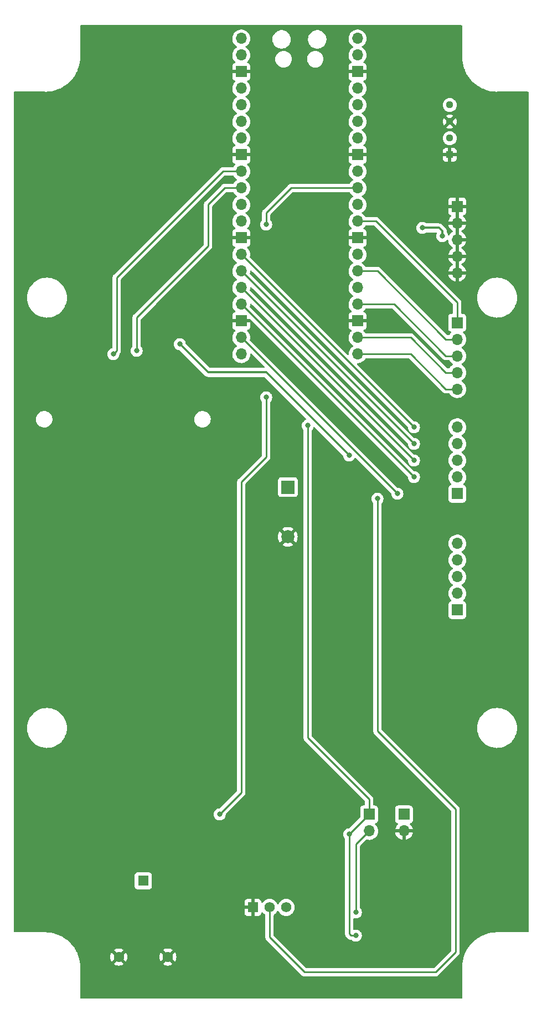
<source format=gbr>
%TF.GenerationSoftware,KiCad,Pcbnew,6.0.2+dfsg-1*%
%TF.CreationDate,2022-11-10T09:56:39+01:00*%
%TF.ProjectId,DL,444c2e6b-6963-4616-945f-706362585858,rev?*%
%TF.SameCoordinates,Original*%
%TF.FileFunction,Copper,L2,Bot*%
%TF.FilePolarity,Positive*%
%FSLAX46Y46*%
G04 Gerber Fmt 4.6, Leading zero omitted, Abs format (unit mm)*
G04 Created by KiCad (PCBNEW 6.0.2+dfsg-1) date 2022-11-10 09:56:39*
%MOMM*%
%LPD*%
G01*
G04 APERTURE LIST*
%TA.AperFunction,ComponentPad*%
%ADD10R,1.700000X1.700000*%
%TD*%
%TA.AperFunction,ComponentPad*%
%ADD11O,1.700000X1.700000*%
%TD*%
%TA.AperFunction,ComponentPad*%
%ADD12R,1.560000X1.560000*%
%TD*%
%TA.AperFunction,ComponentPad*%
%ADD13C,1.560000*%
%TD*%
%TA.AperFunction,ComponentPad*%
%ADD14R,1.110000X1.110000*%
%TD*%
%TA.AperFunction,ComponentPad*%
%ADD15C,1.110000*%
%TD*%
%TA.AperFunction,ComponentPad*%
%ADD16R,1.600000X1.600000*%
%TD*%
%TA.AperFunction,ComponentPad*%
%ADD17C,1.600000*%
%TD*%
%TA.AperFunction,ComponentPad*%
%ADD18R,2.000000X2.000000*%
%TD*%
%TA.AperFunction,ComponentPad*%
%ADD19C,2.000000*%
%TD*%
%TA.AperFunction,ViaPad*%
%ADD20C,0.800000*%
%TD*%
%TA.AperFunction,Conductor*%
%ADD21C,0.350000*%
%TD*%
%TA.AperFunction,Conductor*%
%ADD22C,0.250000*%
%TD*%
G04 APERTURE END LIST*
D10*
%TO.P,J4,1,Pin_1*%
%TO.N,Net-(J4-Pad1)*%
X83836000Y-87630000D03*
D11*
%TO.P,J4,2,Pin_2*%
%TO.N,Net-(J4-Pad2)*%
X83836000Y-85090000D03*
%TO.P,J4,3,Pin_3*%
%TO.N,Net-(J4-Pad3)*%
X83836000Y-82550000D03*
%TO.P,J4,4,Pin_4*%
%TO.N,Net-(J4-Pad4)*%
X83836000Y-80010000D03*
%TO.P,J4,5,Pin_5*%
%TO.N,Net-(J4-Pad5)*%
X83836000Y-77470000D03*
%TD*%
D10*
%TO.P,J2,1,Pin_1*%
%TO.N,+3.3V*%
X75692000Y-136652000D03*
D11*
%TO.P,J2,2,Pin_2*%
%TO.N,AGND*%
X75692000Y-139192000D03*
%TD*%
D10*
%TO.P,J7,1,Pin_1*%
%TO.N,GP22*%
X83820000Y-61478000D03*
D11*
%TO.P,J7,2,Pin_2*%
%TO.N,GP20{slash}I2C_SDA0*%
X83820000Y-64018000D03*
%TO.P,J7,3,Pin_3*%
%TO.N,GP18{slash}SPI_SCK0{slash}I2C_SDA1*%
X83820000Y-66558000D03*
%TO.P,J7,4,Pin_4*%
%TO.N,GP17{slash}SPI_CSn0{slash}I2C_SCL0{slash}UART_RX0*%
X83820000Y-69098000D03*
%TO.P,J7,5,Pin_5*%
%TO.N,GP16{slash}SPI_RX0{slash}I2C_SDA0{slash}UART_TX0*%
X83820000Y-71638000D03*
%TD*%
D12*
%TO.P,IC3,1,COMMON(-)*%
%TO.N,AGND*%
X52578000Y-150876000D03*
D13*
%TO.P,IC3,2,SENSOR_ELECTRODE_(+)*%
%TO.N,GP27{slash}ADC1{slash}I2C_SCL1*%
X55118000Y-150876000D03*
%TO.P,IC3,3,HEATER(+)*%
%TO.N,VD*%
X57658000Y-150876000D03*
%TD*%
D14*
%TO.P,PS1,1,-VIN*%
%TO.N,AGND*%
X82680000Y-35814000D03*
D15*
%TO.P,PS1,2,+VIN*%
%TO.N,+3.3V*%
X82680000Y-33274000D03*
%TO.P,PS1,3,-VOUT*%
%TO.N,AGND*%
X82680000Y-30734000D03*
%TO.P,PS1,4,+VOUT*%
%TO.N,+5V*%
X82680000Y-28194000D03*
%TD*%
D11*
%TO.P,U3,1,GPIO0*%
%TO.N,GP0{slash}SPI_RX{slash}I2C_SDA0{slash}UART_TX0*%
X50800000Y-18034000D03*
%TO.P,U3,2,GPIO1*%
%TO.N,GP1{slash}SPI_CSn0{slash}I2C_SCL0{slash}UART_RX0*%
X50800000Y-20574000D03*
D10*
%TO.P,U3,3,GND*%
%TO.N,AGND*%
X50800000Y-23114000D03*
D11*
%TO.P,U3,4,GPIO2*%
%TO.N,GP2{slash}SPI_SCK0{slash}SDA1*%
X50800000Y-25654000D03*
%TO.P,U3,5,GPIO3*%
%TO.N,GP3{slash}SPI_TX0{slash}I2C_SCL1*%
X50800000Y-28194000D03*
%TO.P,U3,6,GPIO4*%
%TO.N,GP4{slash}SPI_RX0{slash}I2C_SDA0{slash}UART_TX1*%
X50800000Y-30734000D03*
%TO.P,U3,7,GPIO5*%
%TO.N,GP5{slash}SPI_CSn0{slash}I2C_SCL0{slash}UART_RX1*%
X50800000Y-33274000D03*
D10*
%TO.P,U3,8,GND*%
%TO.N,AGND*%
X50800000Y-35814000D03*
D11*
%TO.P,U3,9,GPIO6*%
%TO.N,GP6{slash}SPI_SCK0{slash}I2C_SDA1*%
X50800000Y-38354000D03*
%TO.P,U3,10,GPIO7*%
%TO.N,GP7{slash}SPI_TX0{slash}I2C_SCL1*%
X50800000Y-40894000D03*
%TO.P,U3,11,GPIO8*%
%TO.N,GP8{slash}SPI_RX1{slash}I2C_SDA0{slash}UART_TX1*%
X50800000Y-43434000D03*
%TO.P,U3,12,GPIO9*%
%TO.N,GP9{slash}SPI_CSn1{slash}I2C_SCL0{slash}UART_RX1*%
X50800000Y-45974000D03*
D10*
%TO.P,U3,13,GND*%
%TO.N,AGND*%
X50800000Y-48514000D03*
D11*
%TO.P,U3,14,GPIO10*%
%TO.N,GP10{slash}SPI_SCK1{slash}I2C_SDA1*%
X50800000Y-51054000D03*
%TO.P,U3,15,GPIO11*%
%TO.N,GP11{slash}SPI_TX1{slash}I2C_SCL1*%
X50800000Y-53594000D03*
%TO.P,U3,16,GPIO12*%
%TO.N,GP12{slash}SPI_RX1{slash}I2C_SDA0{slash}UART_TX0*%
X50800000Y-56134000D03*
%TO.P,U3,17,GPIO13*%
%TO.N,GP13{slash}SPI_CSn1{slash}I2C_SCL0{slash}UART_RX0*%
X50800000Y-58674000D03*
D10*
%TO.P,U3,18,GND*%
%TO.N,AGND*%
X50800000Y-61214000D03*
D11*
%TO.P,U3,19,GPIO14*%
%TO.N,GP14{slash}SPI_SCK1{slash}I2C_SDA1*%
X50800000Y-63754000D03*
%TO.P,U3,20,GPIO15*%
%TO.N,GP15{slash}SPI_TX1{slash}I2C_SCL1*%
X50800000Y-66294000D03*
%TO.P,U3,21,GPIO16*%
%TO.N,GP16{slash}SPI_RX0{slash}I2C_SDA0{slash}UART_TX0*%
X68580000Y-66294000D03*
%TO.P,U3,22,GPIO17*%
%TO.N,GP17{slash}SPI_CSn0{slash}I2C_SCL0{slash}UART_RX0*%
X68580000Y-63754000D03*
D10*
%TO.P,U3,23,GND*%
%TO.N,AGND*%
X68580000Y-61214000D03*
D11*
%TO.P,U3,24,GPIO18*%
%TO.N,GP18{slash}SPI_SCK0{slash}I2C_SDA1*%
X68580000Y-58674000D03*
%TO.P,U3,25,GPIO19*%
%TO.N,GP19{slash}SPI_TX0{slash}I2C_SCL1*%
X68580000Y-56134000D03*
%TO.P,U3,26,GPIO20*%
%TO.N,GP20{slash}I2C_SDA0*%
X68580000Y-53594000D03*
%TO.P,U3,27,GPIO21*%
%TO.N,GP21{slash}I2C_SCL0*%
X68580000Y-51054000D03*
D10*
%TO.P,U3,28,GND*%
%TO.N,AGND*%
X68580000Y-48514000D03*
D11*
%TO.P,U3,29,GPIO22*%
%TO.N,GP22*%
X68580000Y-45974000D03*
%TO.P,U3,30,RUN*%
%TO.N,RUN*%
X68580000Y-43434000D03*
%TO.P,U3,31,GPIO26_ADC0*%
%TO.N,GP26{slash}ADC0{slash}I2C_SDA1*%
X68580000Y-40894000D03*
%TO.P,U3,32,GPIO27_ADC1*%
%TO.N,GP27{slash}ADC1{slash}I2C_SCL1*%
X68580000Y-38354000D03*
D10*
%TO.P,U3,33,AGND*%
%TO.N,AGND*%
X68580000Y-35814000D03*
D11*
%TO.P,U3,34,GPIO28_ADC2*%
%TO.N,GP28{slash}ADC2*%
X68580000Y-33274000D03*
%TO.P,U3,35,ADC_VREF*%
%TO.N,ADC_VREF*%
X68580000Y-30734000D03*
%TO.P,U3,36,3V3*%
%TO.N,+3.3V*%
X68580000Y-28194000D03*
%TO.P,U3,37,3V3_EN*%
%TO.N,3V3_EN*%
X68580000Y-25654000D03*
D10*
%TO.P,U3,38,GND*%
%TO.N,AGND*%
X68580000Y-23114000D03*
D11*
%TO.P,U3,39,VSYS*%
%TO.N,VSYS*%
X68580000Y-20574000D03*
%TO.P,U3,40,VBUS*%
%TO.N,VBUS*%
X68580000Y-18034000D03*
%TD*%
D10*
%TO.P,J5,1,Pin_1*%
%TO.N,+3.3V*%
X83836000Y-105410000D03*
D11*
%TO.P,J5,2,Pin_2*%
X83836000Y-102870000D03*
%TO.P,J5,3,Pin_3*%
X83836000Y-100330000D03*
%TO.P,J5,4,Pin_4*%
X83836000Y-97790000D03*
%TO.P,J5,5,Pin_5*%
X83836000Y-95250000D03*
%TD*%
D16*
%TO.P,U2,1,Working*%
%TO.N,Net-(C2-Pad1)*%
X35814000Y-146805000D03*
D17*
%TO.P,U2,2,Counter*%
%TO.N,AGND*%
X39564000Y-158455000D03*
X32064000Y-158455000D03*
%TD*%
D10*
%TO.P,J6,1,Pin_1*%
%TO.N,AGND*%
X83820000Y-43693000D03*
D11*
%TO.P,J6,2,Pin_2*%
X83820000Y-46233000D03*
%TO.P,J6,3,Pin_3*%
X83820000Y-48773000D03*
%TO.P,J6,4,Pin_4*%
X83820000Y-51313000D03*
%TO.P,J6,5,Pin_5*%
X83820000Y-53853000D03*
%TD*%
D18*
%TO.P,BZ1,1,-*%
%TO.N,GP15{slash}SPI_TX1{slash}I2C_SCL1*%
X57912000Y-86624000D03*
D19*
%TO.P,BZ1,2,+*%
%TO.N,AGND*%
X57912000Y-94224000D03*
%TD*%
D10*
%TO.P,J1,1,Pin_1*%
%TO.N,GP2{slash}SPI_SCK0{slash}SDA1*%
X70358000Y-136652000D03*
D11*
%TO.P,J1,2,Pin_2*%
%TO.N,GP3{slash}SPI_TX0{slash}I2C_SCL1*%
X70358000Y-139192000D03*
%TD*%
D20*
%TO.N,+3.3V*%
X67310000Y-81788000D03*
X41402000Y-64770000D03*
%TO.N,AGND*%
X73660000Y-150876000D03*
%TO.N,GP26{slash}ADC0{slash}I2C_SDA1*%
X54610000Y-46482000D03*
X47498000Y-136652000D03*
X54610000Y-72898000D03*
%TO.N,GP2{slash}SPI_SCK0{slash}SDA1*%
X67310000Y-139700000D03*
X60960000Y-77216000D03*
X68326000Y-155194000D03*
%TO.N,GP3{slash}SPI_TX0{slash}I2C_SCL1*%
X68326000Y-151638000D03*
%TO.N,VD*%
X81534000Y-48260000D03*
X78486000Y-46990000D03*
%TO.N,GP27{slash}ADC1{slash}I2C_SCL1*%
X71628000Y-88392000D03*
%TO.N,GP7{slash}SPI_TX0{slash}I2C_SCL1*%
X34798000Y-65786000D03*
%TO.N,GP6{slash}SPI_SCK0{slash}I2C_SDA1*%
X31242000Y-66294000D03*
%TO.N,GP13{slash}SPI_CSn1{slash}I2C_SCL0{slash}UART_RX0*%
X77216000Y-85090000D03*
%TO.N,GP12{slash}SPI_RX1{slash}I2C_SDA0{slash}UART_TX0*%
X77216000Y-82550000D03*
%TO.N,GP11{slash}SPI_TX1{slash}I2C_SCL1*%
X77216000Y-80010000D03*
%TO.N,GP10{slash}SPI_SCK1{slash}I2C_SDA1*%
X77216000Y-77470000D03*
%TO.N,GP14{slash}SPI_SCK1{slash}I2C_SDA1*%
X74676000Y-87630000D03*
%TD*%
D21*
%TO.N,+3.3V*%
X45720000Y-69088000D02*
X54610000Y-69088000D01*
X54610000Y-69088000D02*
X67310000Y-81788000D01*
X41402000Y-64770000D02*
X45720000Y-69088000D01*
D22*
%TO.N,GP26{slash}ADC0{slash}I2C_SDA1*%
X58420000Y-40894000D02*
X68580000Y-40894000D01*
X50800000Y-133350000D02*
X47498000Y-136652000D01*
X54610000Y-82042000D02*
X50800000Y-85852000D01*
X54610000Y-44704000D02*
X58420000Y-40894000D01*
X54610000Y-46482000D02*
X54610000Y-44704000D01*
X54610000Y-72898000D02*
X54610000Y-82042000D01*
X50800000Y-85852000D02*
X50800000Y-133350000D01*
%TO.N,GP2{slash}SPI_SCK0{slash}SDA1*%
X70358000Y-134366000D02*
X70358000Y-136652000D01*
X60960000Y-124968000D02*
X70358000Y-134366000D01*
X60960000Y-77216000D02*
X60960000Y-124968000D01*
X67310000Y-154940000D02*
X67564000Y-155194000D01*
X67310000Y-139700000D02*
X67310000Y-154940000D01*
X67564000Y-155194000D02*
X68326000Y-155194000D01*
X70358000Y-136652000D02*
X67310000Y-139700000D01*
%TO.N,GP3{slash}SPI_TX0{slash}I2C_SCL1*%
X68326000Y-151638000D02*
X68326000Y-141224000D01*
X68326000Y-141224000D02*
X70358000Y-139192000D01*
D21*
%TO.N,VD*%
X81534000Y-47498000D02*
X81534000Y-48260000D01*
X81026000Y-46990000D02*
X81534000Y-47498000D01*
X78486000Y-46990000D02*
X81026000Y-46990000D01*
D22*
%TO.N,GP27{slash}ADC1{slash}I2C_SCL1*%
X83566000Y-157734000D02*
X83566000Y-135890000D01*
X83566000Y-135890000D02*
X71628000Y-123952000D01*
X55118000Y-150876000D02*
X55118000Y-155448000D01*
X55118000Y-155448000D02*
X60452000Y-160782000D01*
X60452000Y-160782000D02*
X80518000Y-160782000D01*
X71628000Y-123952000D02*
X71628000Y-88392000D01*
X80518000Y-160782000D02*
X83566000Y-157734000D01*
%TO.N,GP7{slash}SPI_TX0{slash}I2C_SCL1*%
X48260000Y-40894000D02*
X50800000Y-40894000D01*
X45720000Y-43434000D02*
X48260000Y-40894000D01*
X34798000Y-65786000D02*
X34798000Y-60706000D01*
X34798000Y-60706000D02*
X45720000Y-49784000D01*
X45720000Y-49784000D02*
X45720000Y-43434000D01*
%TO.N,GP6{slash}SPI_SCK0{slash}I2C_SDA1*%
X31750000Y-65786000D02*
X31242000Y-66294000D01*
X50800000Y-38354000D02*
X48006000Y-38354000D01*
X48006000Y-38354000D02*
X31750000Y-54610000D01*
X31750000Y-54610000D02*
X31750000Y-65786000D01*
%TO.N,GP22*%
X83820000Y-58420000D02*
X83820000Y-61478000D01*
X68580000Y-45974000D02*
X71374000Y-45974000D01*
X71374000Y-45974000D02*
X83820000Y-58420000D01*
%TO.N,GP20{slash}I2C_SDA0*%
X83820000Y-64018000D02*
X82052000Y-64018000D01*
X82052000Y-64018000D02*
X71628000Y-53594000D01*
X71628000Y-53594000D02*
X68580000Y-53594000D01*
%TO.N,GP18{slash}SPI_SCK0{slash}I2C_SDA1*%
X74168000Y-58674000D02*
X68580000Y-58674000D01*
X82052000Y-66558000D02*
X74168000Y-58674000D01*
X83820000Y-66558000D02*
X82052000Y-66558000D01*
%TO.N,GP17{slash}SPI_CSn0{slash}I2C_SCL0{slash}UART_RX0*%
X83820000Y-69098000D02*
X82052000Y-69098000D01*
X82052000Y-69098000D02*
X76708000Y-63754000D01*
X76708000Y-63754000D02*
X68580000Y-63754000D01*
%TO.N,GP16{slash}SPI_RX0{slash}I2C_SDA0{slash}UART_TX0*%
X76708000Y-66294000D02*
X68580000Y-66294000D01*
X82052000Y-71638000D02*
X76708000Y-66294000D01*
X83820000Y-71638000D02*
X82052000Y-71638000D01*
%TO.N,GP13{slash}SPI_CSn1{slash}I2C_SCL0{slash}UART_RX0*%
X77216000Y-85090000D02*
X50800000Y-58674000D01*
%TO.N,GP12{slash}SPI_RX1{slash}I2C_SDA0{slash}UART_TX0*%
X50800000Y-56134000D02*
X77216000Y-82550000D01*
%TO.N,GP11{slash}SPI_TX1{slash}I2C_SCL1*%
X77216000Y-80010000D02*
X50800000Y-53594000D01*
%TO.N,GP10{slash}SPI_SCK1{slash}I2C_SDA1*%
X50800000Y-51054000D02*
X77216000Y-77470000D01*
%TO.N,GP14{slash}SPI_SCK1{slash}I2C_SDA1*%
X50800000Y-63754000D02*
X74676000Y-87630000D01*
%TD*%
%TA.AperFunction,Conductor*%
%TO.N,AGND*%
G36*
X84524121Y-16022002D02*
G01*
X84570614Y-16075658D01*
X84582000Y-16128000D01*
X84582000Y-20774793D01*
X84580254Y-20795697D01*
X84576929Y-20815461D01*
X84576870Y-20820322D01*
X84576853Y-20821730D01*
X84576776Y-20828000D01*
X84577466Y-20832819D01*
X84577783Y-20837674D01*
X84577679Y-20837681D01*
X84577973Y-20840880D01*
X84578849Y-20862069D01*
X84595674Y-21268855D01*
X84650251Y-21706698D01*
X84740799Y-22138539D01*
X84866698Y-22561428D01*
X84867642Y-22563847D01*
X84867645Y-22563856D01*
X84981455Y-22855525D01*
X85027089Y-22972475D01*
X85028235Y-22974819D01*
X85219729Y-23366527D01*
X85219735Y-23366539D01*
X85220877Y-23368874D01*
X85222209Y-23371110D01*
X85222211Y-23371113D01*
X85445401Y-23745674D01*
X85445408Y-23745685D01*
X85446737Y-23747915D01*
X85703126Y-24107011D01*
X85988294Y-24443708D01*
X86300292Y-24755706D01*
X86636989Y-25040874D01*
X86996085Y-25297263D01*
X86998315Y-25298592D01*
X86998326Y-25298599D01*
X87299549Y-25478089D01*
X87375126Y-25523123D01*
X87377461Y-25524265D01*
X87377473Y-25524271D01*
X87649722Y-25657365D01*
X87771525Y-25716911D01*
X87773954Y-25717859D01*
X87773959Y-25717861D01*
X88180144Y-25876355D01*
X88180153Y-25876358D01*
X88182572Y-25877302D01*
X88605461Y-26003201D01*
X89037302Y-26093749D01*
X89475145Y-26148326D01*
X89887455Y-26165380D01*
X89893800Y-26166045D01*
X89893819Y-26165829D01*
X89898656Y-26166263D01*
X89903461Y-26167071D01*
X89909892Y-26167149D01*
X89911141Y-26167165D01*
X89911145Y-26167165D01*
X89916000Y-26167224D01*
X89943588Y-26163273D01*
X89961451Y-26162000D01*
X94616000Y-26162000D01*
X94684121Y-26182002D01*
X94730614Y-26235658D01*
X94742000Y-26288000D01*
X94742000Y-154560000D01*
X94721998Y-154628121D01*
X94668342Y-154674614D01*
X94616000Y-154686000D01*
X89969207Y-154686000D01*
X89948303Y-154684254D01*
X89938596Y-154682621D01*
X89928539Y-154680929D01*
X89922349Y-154680853D01*
X89920864Y-154680835D01*
X89920859Y-154680835D01*
X89916000Y-154680776D01*
X89911181Y-154681466D01*
X89906326Y-154681783D01*
X89906319Y-154681679D01*
X89903120Y-154681973D01*
X89832271Y-154684903D01*
X89475145Y-154699674D01*
X89037302Y-154754251D01*
X88605461Y-154844799D01*
X88602951Y-154845546D01*
X88602952Y-154845546D01*
X88252237Y-154949958D01*
X88182572Y-154970698D01*
X88180153Y-154971642D01*
X88180144Y-154971645D01*
X87773959Y-155130139D01*
X87773954Y-155130141D01*
X87771525Y-155131089D01*
X87769181Y-155132235D01*
X87377473Y-155323729D01*
X87377461Y-155323735D01*
X87375126Y-155324877D01*
X87372890Y-155326209D01*
X87372887Y-155326211D01*
X86998326Y-155549401D01*
X86998315Y-155549408D01*
X86996085Y-155550737D01*
X86636989Y-155807126D01*
X86300292Y-156092294D01*
X85988294Y-156404292D01*
X85703126Y-156740989D01*
X85446737Y-157100085D01*
X85445408Y-157102315D01*
X85445401Y-157102326D01*
X85279089Y-157381434D01*
X85220877Y-157479126D01*
X85219735Y-157481461D01*
X85219729Y-157481473D01*
X85113787Y-157698181D01*
X85027089Y-157875525D01*
X85026141Y-157877954D01*
X85026139Y-157877959D01*
X84883611Y-158243228D01*
X84866698Y-158286572D01*
X84740799Y-158709461D01*
X84650251Y-159141302D01*
X84595674Y-159579145D01*
X84578702Y-159989484D01*
X84578621Y-159991449D01*
X84577955Y-159997800D01*
X84578171Y-159997819D01*
X84577737Y-160002656D01*
X84576929Y-160007461D01*
X84576776Y-160020000D01*
X84577466Y-160024815D01*
X84580727Y-160047588D01*
X84582000Y-160065451D01*
X84582000Y-164720000D01*
X84561998Y-164788121D01*
X84508342Y-164834614D01*
X84456000Y-164846000D01*
X26288000Y-164846000D01*
X26219879Y-164825998D01*
X26173386Y-164772342D01*
X26162000Y-164720000D01*
X26162000Y-160073207D01*
X26163746Y-160052303D01*
X26166264Y-160037335D01*
X26167071Y-160032539D01*
X26167147Y-160026349D01*
X26167165Y-160024864D01*
X26167165Y-160024859D01*
X26167224Y-160020000D01*
X26166534Y-160015181D01*
X26166217Y-160010326D01*
X26166321Y-160010319D01*
X26166027Y-160007120D01*
X26155661Y-159756493D01*
X26148326Y-159579145D01*
X26143579Y-159541062D01*
X31342493Y-159541062D01*
X31351789Y-159553077D01*
X31402994Y-159588931D01*
X31412489Y-159594414D01*
X31609947Y-159686490D01*
X31620239Y-159690236D01*
X31830688Y-159746625D01*
X31841481Y-159748528D01*
X32058525Y-159767517D01*
X32069475Y-159767517D01*
X32286519Y-159748528D01*
X32297312Y-159746625D01*
X32507761Y-159690236D01*
X32518053Y-159686490D01*
X32715511Y-159594414D01*
X32725006Y-159588931D01*
X32777048Y-159552491D01*
X32785424Y-159542012D01*
X32784925Y-159541062D01*
X38842493Y-159541062D01*
X38851789Y-159553077D01*
X38902994Y-159588931D01*
X38912489Y-159594414D01*
X39109947Y-159686490D01*
X39120239Y-159690236D01*
X39330688Y-159746625D01*
X39341481Y-159748528D01*
X39558525Y-159767517D01*
X39569475Y-159767517D01*
X39786519Y-159748528D01*
X39797312Y-159746625D01*
X40007761Y-159690236D01*
X40018053Y-159686490D01*
X40215511Y-159594414D01*
X40225006Y-159588931D01*
X40277048Y-159552491D01*
X40285424Y-159542012D01*
X40278356Y-159528566D01*
X39576812Y-158827022D01*
X39562868Y-158819408D01*
X39561035Y-158819539D01*
X39554420Y-158823790D01*
X38848923Y-159529287D01*
X38842493Y-159541062D01*
X32784925Y-159541062D01*
X32778356Y-159528566D01*
X32076812Y-158827022D01*
X32062868Y-158819408D01*
X32061035Y-158819539D01*
X32054420Y-158823790D01*
X31348923Y-159529287D01*
X31342493Y-159541062D01*
X26143579Y-159541062D01*
X26093749Y-159141302D01*
X26003201Y-158709461D01*
X25929075Y-158460475D01*
X30751483Y-158460475D01*
X30770472Y-158677519D01*
X30772375Y-158688312D01*
X30828764Y-158898761D01*
X30832510Y-158909053D01*
X30924586Y-159106511D01*
X30930069Y-159116006D01*
X30966509Y-159168048D01*
X30976988Y-159176424D01*
X30990434Y-159169356D01*
X31691978Y-158467812D01*
X31698356Y-158456132D01*
X32428408Y-158456132D01*
X32428539Y-158457965D01*
X32432790Y-158464580D01*
X33138287Y-159170077D01*
X33150062Y-159176507D01*
X33162077Y-159167211D01*
X33197931Y-159116006D01*
X33203414Y-159106511D01*
X33295490Y-158909053D01*
X33299236Y-158898761D01*
X33355625Y-158688312D01*
X33357528Y-158677519D01*
X33376517Y-158460475D01*
X38251483Y-158460475D01*
X38270472Y-158677519D01*
X38272375Y-158688312D01*
X38328764Y-158898761D01*
X38332510Y-158909053D01*
X38424586Y-159106511D01*
X38430069Y-159116006D01*
X38466509Y-159168048D01*
X38476988Y-159176424D01*
X38490434Y-159169356D01*
X39191978Y-158467812D01*
X39198356Y-158456132D01*
X39928408Y-158456132D01*
X39928539Y-158457965D01*
X39932790Y-158464580D01*
X40638287Y-159170077D01*
X40650062Y-159176507D01*
X40662077Y-159167211D01*
X40697931Y-159116006D01*
X40703414Y-159106511D01*
X40795490Y-158909053D01*
X40799236Y-158898761D01*
X40855625Y-158688312D01*
X40857528Y-158677519D01*
X40876517Y-158460475D01*
X40876517Y-158449525D01*
X40857528Y-158232481D01*
X40855625Y-158221688D01*
X40799236Y-158011239D01*
X40795490Y-158000947D01*
X40703414Y-157803489D01*
X40697931Y-157793994D01*
X40661491Y-157741952D01*
X40651012Y-157733576D01*
X40637566Y-157740644D01*
X39936022Y-158442188D01*
X39928408Y-158456132D01*
X39198356Y-158456132D01*
X39199592Y-158453868D01*
X39199461Y-158452035D01*
X39195210Y-158445420D01*
X38489713Y-157739923D01*
X38477938Y-157733493D01*
X38465923Y-157742789D01*
X38430069Y-157793994D01*
X38424586Y-157803489D01*
X38332510Y-158000947D01*
X38328764Y-158011239D01*
X38272375Y-158221688D01*
X38270472Y-158232481D01*
X38251483Y-158449525D01*
X38251483Y-158460475D01*
X33376517Y-158460475D01*
X33376517Y-158449525D01*
X33357528Y-158232481D01*
X33355625Y-158221688D01*
X33299236Y-158011239D01*
X33295490Y-158000947D01*
X33203414Y-157803489D01*
X33197931Y-157793994D01*
X33161491Y-157741952D01*
X33151012Y-157733576D01*
X33137566Y-157740644D01*
X32436022Y-158442188D01*
X32428408Y-158456132D01*
X31698356Y-158456132D01*
X31699592Y-158453868D01*
X31699461Y-158452035D01*
X31695210Y-158445420D01*
X30989713Y-157739923D01*
X30977938Y-157733493D01*
X30965923Y-157742789D01*
X30930069Y-157793994D01*
X30924586Y-157803489D01*
X30832510Y-158000947D01*
X30828764Y-158011239D01*
X30772375Y-158221688D01*
X30770472Y-158232481D01*
X30751483Y-158449525D01*
X30751483Y-158460475D01*
X25929075Y-158460475D01*
X25877302Y-158286572D01*
X25860390Y-158243228D01*
X25717861Y-157877959D01*
X25717859Y-157877954D01*
X25716911Y-157875525D01*
X25630213Y-157698181D01*
X25524271Y-157481473D01*
X25524265Y-157481461D01*
X25523123Y-157479126D01*
X25464911Y-157381434D01*
X25456899Y-157367988D01*
X31342576Y-157367988D01*
X31349644Y-157381434D01*
X32051188Y-158082978D01*
X32065132Y-158090592D01*
X32066965Y-158090461D01*
X32073580Y-158086210D01*
X32779077Y-157380713D01*
X32785507Y-157368938D01*
X32784772Y-157367988D01*
X38842576Y-157367988D01*
X38849644Y-157381434D01*
X39551188Y-158082978D01*
X39565132Y-158090592D01*
X39566965Y-158090461D01*
X39573580Y-158086210D01*
X40279077Y-157380713D01*
X40285507Y-157368938D01*
X40276211Y-157356923D01*
X40225006Y-157321069D01*
X40215511Y-157315586D01*
X40018053Y-157223510D01*
X40007761Y-157219764D01*
X39797312Y-157163375D01*
X39786519Y-157161472D01*
X39569475Y-157142483D01*
X39558525Y-157142483D01*
X39341481Y-157161472D01*
X39330688Y-157163375D01*
X39120239Y-157219764D01*
X39109947Y-157223510D01*
X38912489Y-157315586D01*
X38902994Y-157321069D01*
X38850952Y-157357509D01*
X38842576Y-157367988D01*
X32784772Y-157367988D01*
X32776211Y-157356923D01*
X32725006Y-157321069D01*
X32715511Y-157315586D01*
X32518053Y-157223510D01*
X32507761Y-157219764D01*
X32297312Y-157163375D01*
X32286519Y-157161472D01*
X32069475Y-157142483D01*
X32058525Y-157142483D01*
X31841481Y-157161472D01*
X31830688Y-157163375D01*
X31620239Y-157219764D01*
X31609947Y-157223510D01*
X31412489Y-157315586D01*
X31402994Y-157321069D01*
X31350952Y-157357509D01*
X31342576Y-157367988D01*
X25456899Y-157367988D01*
X25298599Y-157102326D01*
X25298592Y-157102315D01*
X25297263Y-157100085D01*
X25040874Y-156740989D01*
X24755706Y-156404292D01*
X24443708Y-156092294D01*
X24107011Y-155807126D01*
X23747915Y-155550737D01*
X23745685Y-155549408D01*
X23745674Y-155549401D01*
X23371113Y-155326211D01*
X23371110Y-155326209D01*
X23368874Y-155324877D01*
X23366539Y-155323735D01*
X23366527Y-155323729D01*
X22974819Y-155132235D01*
X22972475Y-155131089D01*
X22970046Y-155130141D01*
X22970041Y-155130139D01*
X22563856Y-154971645D01*
X22563847Y-154971642D01*
X22561428Y-154970698D01*
X22491764Y-154949958D01*
X22141048Y-154845546D01*
X22141049Y-154845546D01*
X22138539Y-154844799D01*
X21706698Y-154754251D01*
X21268855Y-154699674D01*
X20856545Y-154682620D01*
X20850200Y-154681955D01*
X20850181Y-154682171D01*
X20845344Y-154681737D01*
X20840539Y-154680929D01*
X20834108Y-154680851D01*
X20832859Y-154680835D01*
X20832855Y-154680835D01*
X20828000Y-154680776D01*
X20803715Y-154684254D01*
X20800412Y-154684727D01*
X20782549Y-154686000D01*
X16128000Y-154686000D01*
X16059879Y-154665998D01*
X16013386Y-154612342D01*
X16002000Y-154560000D01*
X16002000Y-151700669D01*
X51290001Y-151700669D01*
X51290371Y-151707490D01*
X51295895Y-151758352D01*
X51299521Y-151773604D01*
X51344676Y-151894054D01*
X51353214Y-151909649D01*
X51429715Y-152011724D01*
X51442276Y-152024285D01*
X51544351Y-152100786D01*
X51559946Y-152109324D01*
X51680394Y-152154478D01*
X51695649Y-152158105D01*
X51746514Y-152163631D01*
X51753328Y-152164000D01*
X52305885Y-152164000D01*
X52321124Y-152159525D01*
X52322329Y-152158135D01*
X52324000Y-152150452D01*
X52324000Y-152145884D01*
X52832000Y-152145884D01*
X52836475Y-152161123D01*
X52837865Y-152162328D01*
X52845548Y-152163999D01*
X53402669Y-152163999D01*
X53409490Y-152163629D01*
X53460352Y-152158105D01*
X53475604Y-152154479D01*
X53596054Y-152109324D01*
X53611649Y-152100786D01*
X53713724Y-152024285D01*
X53726285Y-152011724D01*
X53802786Y-151909649D01*
X53811324Y-151894054D01*
X53856478Y-151773606D01*
X53860105Y-151758351D01*
X53864565Y-151717300D01*
X53891807Y-151651738D01*
X53950170Y-151611312D01*
X54021124Y-151608857D01*
X54082142Y-151645152D01*
X54093031Y-151658624D01*
X54127181Y-151707396D01*
X54286604Y-151866819D01*
X54430773Y-151967766D01*
X54475099Y-152023220D01*
X54484500Y-152070977D01*
X54484500Y-155369233D01*
X54483973Y-155380416D01*
X54482298Y-155387909D01*
X54482547Y-155395835D01*
X54482547Y-155395836D01*
X54484438Y-155455986D01*
X54484500Y-155459945D01*
X54484500Y-155487856D01*
X54484997Y-155491790D01*
X54484997Y-155491791D01*
X54485005Y-155491856D01*
X54485938Y-155503693D01*
X54487327Y-155547889D01*
X54489761Y-155556266D01*
X54492978Y-155567339D01*
X54496987Y-155586700D01*
X54499526Y-155606797D01*
X54502445Y-155614168D01*
X54502445Y-155614170D01*
X54515804Y-155647912D01*
X54519649Y-155659142D01*
X54523416Y-155672107D01*
X54531982Y-155701593D01*
X54536015Y-155708412D01*
X54536017Y-155708417D01*
X54542293Y-155719028D01*
X54550988Y-155736776D01*
X54558448Y-155755617D01*
X54563110Y-155762033D01*
X54563110Y-155762034D01*
X54584436Y-155791387D01*
X54590952Y-155801307D01*
X54608501Y-155830980D01*
X54613458Y-155839362D01*
X54627779Y-155853683D01*
X54640619Y-155868716D01*
X54652528Y-155885107D01*
X54658634Y-155890158D01*
X54686605Y-155913298D01*
X54695384Y-155921288D01*
X59948343Y-161174247D01*
X59955887Y-161182537D01*
X59960000Y-161189018D01*
X59965777Y-161194443D01*
X60009667Y-161235658D01*
X60012509Y-161238413D01*
X60032230Y-161258134D01*
X60035425Y-161260612D01*
X60044447Y-161268318D01*
X60076679Y-161298586D01*
X60083628Y-161302406D01*
X60094432Y-161308346D01*
X60110956Y-161319199D01*
X60126959Y-161331613D01*
X60167543Y-161349176D01*
X60178173Y-161354383D01*
X60216940Y-161375695D01*
X60224617Y-161377666D01*
X60224622Y-161377668D01*
X60236558Y-161380732D01*
X60255266Y-161387137D01*
X60273855Y-161395181D01*
X60281683Y-161396421D01*
X60281690Y-161396423D01*
X60317524Y-161402099D01*
X60329144Y-161404505D01*
X60360959Y-161412673D01*
X60371970Y-161415500D01*
X60392224Y-161415500D01*
X60411934Y-161417051D01*
X60431943Y-161420220D01*
X60439835Y-161419474D01*
X60458580Y-161417702D01*
X60475962Y-161416059D01*
X60487819Y-161415500D01*
X80439233Y-161415500D01*
X80450416Y-161416027D01*
X80457909Y-161417702D01*
X80465835Y-161417453D01*
X80465836Y-161417453D01*
X80525986Y-161415562D01*
X80529945Y-161415500D01*
X80557856Y-161415500D01*
X80561791Y-161415003D01*
X80561856Y-161414995D01*
X80573693Y-161414062D01*
X80605951Y-161413048D01*
X80609970Y-161412922D01*
X80617889Y-161412673D01*
X80637343Y-161407021D01*
X80656700Y-161403013D01*
X80668930Y-161401468D01*
X80668931Y-161401468D01*
X80676797Y-161400474D01*
X80684168Y-161397555D01*
X80684170Y-161397555D01*
X80717912Y-161384196D01*
X80729142Y-161380351D01*
X80763983Y-161370229D01*
X80763984Y-161370229D01*
X80771593Y-161368018D01*
X80778412Y-161363985D01*
X80778417Y-161363983D01*
X80789028Y-161357707D01*
X80806776Y-161349012D01*
X80825617Y-161341552D01*
X80845987Y-161326753D01*
X80861387Y-161315564D01*
X80871307Y-161309048D01*
X80902535Y-161290580D01*
X80902538Y-161290578D01*
X80909362Y-161286542D01*
X80923683Y-161272221D01*
X80938717Y-161259380D01*
X80940432Y-161258134D01*
X80955107Y-161247472D01*
X80983298Y-161213395D01*
X80991288Y-161204616D01*
X83958253Y-158237652D01*
X83966539Y-158230112D01*
X83973018Y-158226000D01*
X84019644Y-158176348D01*
X84022398Y-158173507D01*
X84042135Y-158153770D01*
X84044615Y-158150573D01*
X84052320Y-158141551D01*
X84077159Y-158115100D01*
X84082586Y-158109321D01*
X84086405Y-158102375D01*
X84086407Y-158102372D01*
X84092348Y-158091566D01*
X84103199Y-158075047D01*
X84110758Y-158065301D01*
X84115614Y-158059041D01*
X84118759Y-158051772D01*
X84118762Y-158051768D01*
X84133174Y-158018463D01*
X84138391Y-158007813D01*
X84159695Y-157969060D01*
X84164733Y-157949437D01*
X84171137Y-157930734D01*
X84176033Y-157919420D01*
X84176033Y-157919419D01*
X84179181Y-157912145D01*
X84180420Y-157904322D01*
X84180423Y-157904312D01*
X84186099Y-157868476D01*
X84188505Y-157856856D01*
X84197528Y-157821711D01*
X84197528Y-157821710D01*
X84199500Y-157814030D01*
X84199500Y-157793776D01*
X84201051Y-157774065D01*
X84202980Y-157761886D01*
X84204220Y-157754057D01*
X84200059Y-157710038D01*
X84199500Y-157698181D01*
X84199500Y-135968768D01*
X84200027Y-135957585D01*
X84201702Y-135950092D01*
X84199562Y-135882001D01*
X84199500Y-135878044D01*
X84199500Y-135850144D01*
X84198996Y-135846153D01*
X84198063Y-135834311D01*
X84196923Y-135798036D01*
X84196674Y-135790111D01*
X84194461Y-135782493D01*
X84191021Y-135770652D01*
X84187012Y-135751293D01*
X84186027Y-135743500D01*
X84184474Y-135731203D01*
X84181558Y-135723837D01*
X84181556Y-135723831D01*
X84168200Y-135690098D01*
X84164355Y-135678868D01*
X84154230Y-135644017D01*
X84154230Y-135644016D01*
X84152019Y-135636407D01*
X84141705Y-135618966D01*
X84133008Y-135601213D01*
X84128472Y-135589758D01*
X84125552Y-135582383D01*
X84105871Y-135555295D01*
X84099563Y-135546612D01*
X84093047Y-135536692D01*
X84074578Y-135505463D01*
X84070542Y-135498638D01*
X84056221Y-135484317D01*
X84043380Y-135469283D01*
X84036131Y-135459306D01*
X84031472Y-135452893D01*
X83997395Y-135424702D01*
X83988616Y-135416712D01*
X72298405Y-123726500D01*
X72264379Y-123664188D01*
X72261500Y-123637405D01*
X72261500Y-123401376D01*
X86863495Y-123401376D01*
X86864390Y-123422721D01*
X86877767Y-123741901D01*
X86897957Y-123872320D01*
X86924530Y-124043970D01*
X86929908Y-124078713D01*
X86930830Y-124082105D01*
X86930830Y-124082107D01*
X86938625Y-124110797D01*
X87019268Y-124407614D01*
X87144734Y-124724505D01*
X87146389Y-124727617D01*
X87146391Y-124727622D01*
X87303084Y-125022319D01*
X87303090Y-125022329D01*
X87304741Y-125025434D01*
X87306731Y-125028340D01*
X87306732Y-125028342D01*
X87495305Y-125303746D01*
X87495310Y-125303752D01*
X87497296Y-125306653D01*
X87719997Y-125564655D01*
X87970070Y-125796225D01*
X87972901Y-125798312D01*
X87972902Y-125798313D01*
X88080466Y-125877616D01*
X88244397Y-125998477D01*
X88539560Y-126168889D01*
X88542781Y-126170296D01*
X88848656Y-126303930D01*
X88848666Y-126303934D01*
X88851878Y-126305337D01*
X88855235Y-126306376D01*
X88855240Y-126306378D01*
X89037792Y-126362887D01*
X89177460Y-126406122D01*
X89512247Y-126469986D01*
X89768181Y-126489678D01*
X89848570Y-126495864D01*
X89848571Y-126495864D01*
X89852067Y-126496133D01*
X90057753Y-126488951D01*
X90189168Y-126484362D01*
X90189173Y-126484362D01*
X90192683Y-126484239D01*
X90361267Y-126459345D01*
X90526372Y-126434964D01*
X90526377Y-126434963D01*
X90529851Y-126434450D01*
X90533243Y-126433554D01*
X90533247Y-126433553D01*
X90855977Y-126348284D01*
X90855978Y-126348284D01*
X90859368Y-126347388D01*
X91177126Y-126224138D01*
X91479166Y-126066235D01*
X91761722Y-125875649D01*
X92021273Y-125654754D01*
X92105882Y-125564655D01*
X92252172Y-125408872D01*
X92252176Y-125408867D01*
X92254583Y-125406304D01*
X92256688Y-125403490D01*
X92256694Y-125403483D01*
X92456635Y-125136215D01*
X92456640Y-125136208D01*
X92458744Y-125133395D01*
X92474406Y-125106700D01*
X92629431Y-124842468D01*
X92629434Y-124842463D01*
X92631213Y-124839430D01*
X92674369Y-124742500D01*
X92768407Y-124531289D01*
X92768409Y-124531284D01*
X92769839Y-124528072D01*
X92872894Y-124203201D01*
X92883050Y-124151912D01*
X92932961Y-123899836D01*
X92939093Y-123868868D01*
X92967613Y-123529239D01*
X92968803Y-123444000D01*
X92967614Y-123422721D01*
X92949974Y-123107220D01*
X92949778Y-123103707D01*
X92914910Y-122897555D01*
X92893528Y-122771137D01*
X92893527Y-122771133D01*
X92892939Y-122767656D01*
X92798995Y-122440035D01*
X92678938Y-122148754D01*
X92670455Y-122128172D01*
X92670451Y-122128164D01*
X92669117Y-122124927D01*
X92504924Y-121826261D01*
X92308462Y-121547758D01*
X92082180Y-121292891D01*
X91828898Y-121064835D01*
X91826048Y-121062794D01*
X91826041Y-121062789D01*
X91554628Y-120868476D01*
X91554625Y-120868474D01*
X91551774Y-120866433D01*
X91254261Y-120700159D01*
X90940068Y-120568084D01*
X90936699Y-120567093D01*
X90936695Y-120567091D01*
X90792550Y-120524667D01*
X90613110Y-120471855D01*
X90277464Y-120412672D01*
X90273953Y-120412451D01*
X90273952Y-120412451D01*
X89940830Y-120391492D01*
X89940824Y-120391492D01*
X89937312Y-120391271D01*
X89842643Y-120395901D01*
X89600402Y-120407749D01*
X89600394Y-120407750D01*
X89596895Y-120407921D01*
X89593427Y-120408483D01*
X89593424Y-120408483D01*
X89263930Y-120461849D01*
X89263927Y-120461850D01*
X89260455Y-120462412D01*
X88932186Y-120554066D01*
X88616180Y-120681741D01*
X88613095Y-120683409D01*
X88613093Y-120683410D01*
X88578937Y-120701878D01*
X88316374Y-120843845D01*
X88036507Y-121038358D01*
X88033865Y-121040671D01*
X88033861Y-121040674D01*
X88003570Y-121067192D01*
X87780066Y-121262856D01*
X87550247Y-121514539D01*
X87349916Y-121790272D01*
X87181568Y-122086616D01*
X87047304Y-122399880D01*
X87034160Y-122443415D01*
X86975715Y-122636995D01*
X86948795Y-122726157D01*
X86887269Y-123061382D01*
X86887023Y-123064898D01*
X86887023Y-123064899D01*
X86884309Y-123103707D01*
X86863495Y-123401376D01*
X72261500Y-123401376D01*
X72261500Y-102836695D01*
X82473251Y-102836695D01*
X82473548Y-102841848D01*
X82473548Y-102841851D01*
X82479011Y-102936590D01*
X82486110Y-103059715D01*
X82487247Y-103064761D01*
X82487248Y-103064767D01*
X82507119Y-103152939D01*
X82535222Y-103277639D01*
X82619266Y-103484616D01*
X82735987Y-103675088D01*
X82882250Y-103843938D01*
X82886230Y-103847242D01*
X82890981Y-103851187D01*
X82930616Y-103910090D01*
X82932113Y-103981071D01*
X82894997Y-104041593D01*
X82854724Y-104066112D01*
X82739295Y-104109385D01*
X82622739Y-104196739D01*
X82535385Y-104313295D01*
X82484255Y-104449684D01*
X82477500Y-104511866D01*
X82477500Y-106308134D01*
X82484255Y-106370316D01*
X82535385Y-106506705D01*
X82622739Y-106623261D01*
X82739295Y-106710615D01*
X82875684Y-106761745D01*
X82937866Y-106768500D01*
X84734134Y-106768500D01*
X84796316Y-106761745D01*
X84932705Y-106710615D01*
X85049261Y-106623261D01*
X85136615Y-106506705D01*
X85187745Y-106370316D01*
X85194500Y-106308134D01*
X85194500Y-104511866D01*
X85187745Y-104449684D01*
X85136615Y-104313295D01*
X85049261Y-104196739D01*
X84932705Y-104109385D01*
X84920132Y-104104672D01*
X84814203Y-104064960D01*
X84757439Y-104022318D01*
X84732739Y-103955756D01*
X84747947Y-103886408D01*
X84769493Y-103857727D01*
X84870435Y-103757137D01*
X84874096Y-103753489D01*
X84933594Y-103670689D01*
X85001435Y-103576277D01*
X85004453Y-103572077D01*
X85103430Y-103371811D01*
X85168370Y-103158069D01*
X85197529Y-102936590D01*
X85199156Y-102870000D01*
X85180852Y-102647361D01*
X85126431Y-102430702D01*
X85037354Y-102225840D01*
X84916014Y-102038277D01*
X84765670Y-101873051D01*
X84761619Y-101869852D01*
X84761615Y-101869848D01*
X84594414Y-101737800D01*
X84594410Y-101737798D01*
X84590359Y-101734598D01*
X84549053Y-101711796D01*
X84499084Y-101661364D01*
X84484312Y-101591921D01*
X84509428Y-101525516D01*
X84536780Y-101498909D01*
X84580603Y-101467650D01*
X84715860Y-101371173D01*
X84874096Y-101213489D01*
X84933594Y-101130689D01*
X85001435Y-101036277D01*
X85004453Y-101032077D01*
X85103430Y-100831811D01*
X85168370Y-100618069D01*
X85197529Y-100396590D01*
X85199156Y-100330000D01*
X85180852Y-100107361D01*
X85126431Y-99890702D01*
X85037354Y-99685840D01*
X84916014Y-99498277D01*
X84765670Y-99333051D01*
X84761619Y-99329852D01*
X84761615Y-99329848D01*
X84594414Y-99197800D01*
X84594410Y-99197798D01*
X84590359Y-99194598D01*
X84549053Y-99171796D01*
X84499084Y-99121364D01*
X84484312Y-99051921D01*
X84509428Y-98985516D01*
X84536780Y-98958909D01*
X84580603Y-98927650D01*
X84715860Y-98831173D01*
X84874096Y-98673489D01*
X84933594Y-98590689D01*
X85001435Y-98496277D01*
X85004453Y-98492077D01*
X85103430Y-98291811D01*
X85168370Y-98078069D01*
X85197529Y-97856590D01*
X85199156Y-97790000D01*
X85180852Y-97567361D01*
X85126431Y-97350702D01*
X85037354Y-97145840D01*
X84916014Y-96958277D01*
X84765670Y-96793051D01*
X84761619Y-96789852D01*
X84761615Y-96789848D01*
X84594414Y-96657800D01*
X84594410Y-96657798D01*
X84590359Y-96654598D01*
X84549053Y-96631796D01*
X84499084Y-96581364D01*
X84484312Y-96511921D01*
X84509428Y-96445516D01*
X84536780Y-96418909D01*
X84580603Y-96387650D01*
X84715860Y-96291173D01*
X84874096Y-96133489D01*
X84933594Y-96050689D01*
X85001435Y-95956277D01*
X85004453Y-95952077D01*
X85103430Y-95751811D01*
X85168370Y-95538069D01*
X85197529Y-95316590D01*
X85199156Y-95250000D01*
X85180852Y-95027361D01*
X85126431Y-94810702D01*
X85037354Y-94605840D01*
X84946529Y-94465446D01*
X84918822Y-94422617D01*
X84918820Y-94422614D01*
X84916014Y-94418277D01*
X84765670Y-94253051D01*
X84761619Y-94249852D01*
X84761615Y-94249848D01*
X84594414Y-94117800D01*
X84594410Y-94117798D01*
X84590359Y-94114598D01*
X84394789Y-94006638D01*
X84389920Y-94004914D01*
X84389916Y-94004912D01*
X84189087Y-93933795D01*
X84189083Y-93933794D01*
X84184212Y-93932069D01*
X84179119Y-93931162D01*
X84179116Y-93931161D01*
X83969373Y-93893800D01*
X83969367Y-93893799D01*
X83964284Y-93892894D01*
X83890452Y-93891992D01*
X83746081Y-93890228D01*
X83746079Y-93890228D01*
X83740911Y-93890165D01*
X83520091Y-93923955D01*
X83307756Y-93993357D01*
X83109607Y-94096507D01*
X83105474Y-94099610D01*
X83105471Y-94099612D01*
X82938294Y-94225132D01*
X82930965Y-94230635D01*
X82776629Y-94392138D01*
X82650743Y-94576680D01*
X82635003Y-94610590D01*
X82599708Y-94686627D01*
X82556688Y-94779305D01*
X82496989Y-94994570D01*
X82473251Y-95216695D01*
X82473548Y-95221848D01*
X82473548Y-95221851D01*
X82479011Y-95316590D01*
X82486110Y-95439715D01*
X82487247Y-95444761D01*
X82487248Y-95444767D01*
X82507119Y-95532939D01*
X82535222Y-95657639D01*
X82619266Y-95864616D01*
X82735987Y-96055088D01*
X82882250Y-96223938D01*
X83054126Y-96366632D01*
X83124595Y-96407811D01*
X83127445Y-96409476D01*
X83176169Y-96461114D01*
X83189240Y-96530897D01*
X83162509Y-96596669D01*
X83122055Y-96630027D01*
X83109607Y-96636507D01*
X83105474Y-96639610D01*
X83105471Y-96639612D01*
X83081247Y-96657800D01*
X82930965Y-96770635D01*
X82776629Y-96932138D01*
X82650743Y-97116680D01*
X82556688Y-97319305D01*
X82496989Y-97534570D01*
X82473251Y-97756695D01*
X82473548Y-97761848D01*
X82473548Y-97761851D01*
X82479011Y-97856590D01*
X82486110Y-97979715D01*
X82487247Y-97984761D01*
X82487248Y-97984767D01*
X82507119Y-98072939D01*
X82535222Y-98197639D01*
X82619266Y-98404616D01*
X82735987Y-98595088D01*
X82882250Y-98763938D01*
X83054126Y-98906632D01*
X83124595Y-98947811D01*
X83127445Y-98949476D01*
X83176169Y-99001114D01*
X83189240Y-99070897D01*
X83162509Y-99136669D01*
X83122055Y-99170027D01*
X83109607Y-99176507D01*
X83105474Y-99179610D01*
X83105471Y-99179612D01*
X83081247Y-99197800D01*
X82930965Y-99310635D01*
X82776629Y-99472138D01*
X82650743Y-99656680D01*
X82556688Y-99859305D01*
X82496989Y-100074570D01*
X82473251Y-100296695D01*
X82473548Y-100301848D01*
X82473548Y-100301851D01*
X82479011Y-100396590D01*
X82486110Y-100519715D01*
X82487247Y-100524761D01*
X82487248Y-100524767D01*
X82507119Y-100612939D01*
X82535222Y-100737639D01*
X82619266Y-100944616D01*
X82735987Y-101135088D01*
X82882250Y-101303938D01*
X83054126Y-101446632D01*
X83124595Y-101487811D01*
X83127445Y-101489476D01*
X83176169Y-101541114D01*
X83189240Y-101610897D01*
X83162509Y-101676669D01*
X83122055Y-101710027D01*
X83109607Y-101716507D01*
X83105474Y-101719610D01*
X83105471Y-101719612D01*
X83081247Y-101737800D01*
X82930965Y-101850635D01*
X82776629Y-102012138D01*
X82650743Y-102196680D01*
X82556688Y-102399305D01*
X82496989Y-102614570D01*
X82473251Y-102836695D01*
X72261500Y-102836695D01*
X72261500Y-89094524D01*
X72281502Y-89026403D01*
X72293858Y-89010221D01*
X72367040Y-88928944D01*
X72462527Y-88763556D01*
X72521542Y-88581928D01*
X72526107Y-88538500D01*
X72540814Y-88398565D01*
X72541504Y-88392000D01*
X72540814Y-88385435D01*
X72522232Y-88208635D01*
X72522232Y-88208633D01*
X72521542Y-88202072D01*
X72462527Y-88020444D01*
X72446476Y-87992642D01*
X72376075Y-87870705D01*
X72367040Y-87855056D01*
X72341064Y-87826206D01*
X72243675Y-87718045D01*
X72243674Y-87718044D01*
X72239253Y-87713134D01*
X72124829Y-87630000D01*
X72090094Y-87604763D01*
X72090093Y-87604762D01*
X72084752Y-87600882D01*
X72078724Y-87598198D01*
X72078722Y-87598197D01*
X71916319Y-87525891D01*
X71916318Y-87525891D01*
X71910288Y-87523206D01*
X71816887Y-87503353D01*
X71729944Y-87484872D01*
X71729939Y-87484872D01*
X71723487Y-87483500D01*
X71532513Y-87483500D01*
X71526061Y-87484872D01*
X71526056Y-87484872D01*
X71439113Y-87503353D01*
X71345712Y-87523206D01*
X71339682Y-87525891D01*
X71339681Y-87525891D01*
X71177278Y-87598197D01*
X71177276Y-87598198D01*
X71171248Y-87600882D01*
X71165907Y-87604762D01*
X71165906Y-87604763D01*
X71131171Y-87630000D01*
X71016747Y-87713134D01*
X71012326Y-87718044D01*
X71012325Y-87718045D01*
X70914937Y-87826206D01*
X70888960Y-87855056D01*
X70879925Y-87870705D01*
X70809525Y-87992642D01*
X70793473Y-88020444D01*
X70734458Y-88202072D01*
X70733768Y-88208633D01*
X70733768Y-88208635D01*
X70715186Y-88385435D01*
X70714496Y-88392000D01*
X70715186Y-88398565D01*
X70729894Y-88538500D01*
X70734458Y-88581928D01*
X70793473Y-88763556D01*
X70888960Y-88928944D01*
X70962137Y-89010215D01*
X70992853Y-89074221D01*
X70994500Y-89094524D01*
X70994500Y-123873233D01*
X70993973Y-123884416D01*
X70992298Y-123891909D01*
X70992547Y-123899835D01*
X70992547Y-123899836D01*
X70994438Y-123959986D01*
X70994500Y-123963945D01*
X70994500Y-123991856D01*
X70994997Y-123995790D01*
X70994997Y-123995791D01*
X70995005Y-123995856D01*
X70995938Y-124007693D01*
X70997327Y-124051889D01*
X71002978Y-124071339D01*
X71006987Y-124090700D01*
X71009526Y-124110797D01*
X71012445Y-124118168D01*
X71012445Y-124118170D01*
X71025804Y-124151912D01*
X71029649Y-124163142D01*
X71041982Y-124205593D01*
X71046015Y-124212412D01*
X71046017Y-124212417D01*
X71052293Y-124223028D01*
X71060988Y-124240776D01*
X71068448Y-124259617D01*
X71073110Y-124266033D01*
X71073110Y-124266034D01*
X71094436Y-124295387D01*
X71100952Y-124305307D01*
X71123458Y-124343362D01*
X71137779Y-124357683D01*
X71150619Y-124372716D01*
X71162528Y-124389107D01*
X71168634Y-124394158D01*
X71196605Y-124417298D01*
X71205384Y-124425288D01*
X82895595Y-136115499D01*
X82929621Y-136177811D01*
X82932500Y-136204594D01*
X82932500Y-157419406D01*
X82912498Y-157487527D01*
X82895595Y-157508501D01*
X80292500Y-160111595D01*
X80230188Y-160145621D01*
X80203405Y-160148500D01*
X60766594Y-160148500D01*
X60698473Y-160128498D01*
X60677499Y-160111595D01*
X55788405Y-155222500D01*
X55754379Y-155160188D01*
X55751500Y-155133405D01*
X55751500Y-152070977D01*
X55771502Y-152002856D01*
X55805226Y-151967768D01*
X55949396Y-151866819D01*
X56108819Y-151707396D01*
X56238136Y-151522711D01*
X56269881Y-151454635D01*
X56273805Y-151446219D01*
X56320723Y-151392934D01*
X56389000Y-151373473D01*
X56456960Y-151394015D01*
X56502195Y-151446219D01*
X56506120Y-151454635D01*
X56537864Y-151522711D01*
X56667181Y-151707396D01*
X56826604Y-151866819D01*
X57011289Y-151996136D01*
X57016267Y-151998457D01*
X57016270Y-151998459D01*
X57171786Y-152070977D01*
X57215624Y-152091419D01*
X57220932Y-152092841D01*
X57220934Y-152092842D01*
X57428085Y-152148348D01*
X57428087Y-152148348D01*
X57433400Y-152149772D01*
X57658000Y-152169422D01*
X57882600Y-152149772D01*
X57887913Y-152148348D01*
X57887915Y-152148348D01*
X58095066Y-152092842D01*
X58095068Y-152092841D01*
X58100376Y-152091419D01*
X58144214Y-152070977D01*
X58299730Y-151998459D01*
X58299733Y-151998457D01*
X58304711Y-151996136D01*
X58489396Y-151866819D01*
X58648819Y-151707396D01*
X58778136Y-151522711D01*
X58809881Y-151454635D01*
X58871096Y-151323358D01*
X58871097Y-151323357D01*
X58873419Y-151318376D01*
X58919041Y-151148115D01*
X58930348Y-151105915D01*
X58930348Y-151105913D01*
X58931772Y-151100600D01*
X58951422Y-150876000D01*
X58931772Y-150651400D01*
X58920264Y-150608452D01*
X58874842Y-150438934D01*
X58874841Y-150438932D01*
X58873419Y-150433624D01*
X58778136Y-150229289D01*
X58648819Y-150044604D01*
X58489396Y-149885181D01*
X58304711Y-149755864D01*
X58299733Y-149753543D01*
X58299730Y-149753541D01*
X58105358Y-149662904D01*
X58105357Y-149662903D01*
X58100376Y-149660581D01*
X58095068Y-149659159D01*
X58095066Y-149659158D01*
X57887915Y-149603652D01*
X57887913Y-149603652D01*
X57882600Y-149602228D01*
X57658000Y-149582578D01*
X57433400Y-149602228D01*
X57428087Y-149603652D01*
X57428085Y-149603652D01*
X57220934Y-149659158D01*
X57220932Y-149659159D01*
X57215624Y-149660581D01*
X57210643Y-149662903D01*
X57210642Y-149662904D01*
X57016270Y-149753541D01*
X57016267Y-149753543D01*
X57011289Y-149755864D01*
X56826604Y-149885181D01*
X56667181Y-150044604D01*
X56537864Y-150229289D01*
X56535543Y-150234267D01*
X56535541Y-150234270D01*
X56502195Y-150305781D01*
X56455277Y-150359066D01*
X56387000Y-150378527D01*
X56319040Y-150357985D01*
X56273805Y-150305781D01*
X56240459Y-150234270D01*
X56240457Y-150234267D01*
X56238136Y-150229289D01*
X56108819Y-150044604D01*
X55949396Y-149885181D01*
X55764711Y-149755864D01*
X55759733Y-149753543D01*
X55759730Y-149753541D01*
X55565358Y-149662904D01*
X55565357Y-149662903D01*
X55560376Y-149660581D01*
X55555068Y-149659159D01*
X55555066Y-149659158D01*
X55347915Y-149603652D01*
X55347913Y-149603652D01*
X55342600Y-149602228D01*
X55118000Y-149582578D01*
X54893400Y-149602228D01*
X54888087Y-149603652D01*
X54888085Y-149603652D01*
X54680934Y-149659158D01*
X54680932Y-149659159D01*
X54675624Y-149660581D01*
X54670643Y-149662903D01*
X54670642Y-149662904D01*
X54476270Y-149753541D01*
X54476267Y-149753543D01*
X54471289Y-149755864D01*
X54286604Y-149885181D01*
X54127181Y-150044604D01*
X54093038Y-150093365D01*
X54037584Y-150137692D01*
X53966964Y-150145001D01*
X53903604Y-150112971D01*
X53867618Y-150051770D01*
X53864564Y-150034699D01*
X53860105Y-149993648D01*
X53856479Y-149978396D01*
X53811324Y-149857946D01*
X53802786Y-149842351D01*
X53726285Y-149740276D01*
X53713724Y-149727715D01*
X53611649Y-149651214D01*
X53596054Y-149642676D01*
X53475606Y-149597522D01*
X53460351Y-149593895D01*
X53409486Y-149588369D01*
X53402672Y-149588000D01*
X52850115Y-149588000D01*
X52834876Y-149592475D01*
X52833671Y-149593865D01*
X52832000Y-149601548D01*
X52832000Y-152145884D01*
X52324000Y-152145884D01*
X52324000Y-151148115D01*
X52319525Y-151132876D01*
X52318135Y-151131671D01*
X52310452Y-151130000D01*
X51308116Y-151130000D01*
X51292877Y-151134475D01*
X51291672Y-151135865D01*
X51290001Y-151143548D01*
X51290001Y-151700669D01*
X16002000Y-151700669D01*
X16002000Y-150603885D01*
X51290000Y-150603885D01*
X51294475Y-150619124D01*
X51295865Y-150620329D01*
X51303548Y-150622000D01*
X52305885Y-150622000D01*
X52321124Y-150617525D01*
X52322329Y-150616135D01*
X52324000Y-150608452D01*
X52324000Y-149606116D01*
X52319525Y-149590877D01*
X52318135Y-149589672D01*
X52310452Y-149588001D01*
X51753331Y-149588001D01*
X51746510Y-149588371D01*
X51695648Y-149593895D01*
X51680396Y-149597521D01*
X51559946Y-149642676D01*
X51544351Y-149651214D01*
X51442276Y-149727715D01*
X51429715Y-149740276D01*
X51353214Y-149842351D01*
X51344676Y-149857946D01*
X51299522Y-149978394D01*
X51295895Y-149993649D01*
X51290369Y-150044514D01*
X51290000Y-150051328D01*
X51290000Y-150603885D01*
X16002000Y-150603885D01*
X16002000Y-147653134D01*
X34505500Y-147653134D01*
X34512255Y-147715316D01*
X34563385Y-147851705D01*
X34650739Y-147968261D01*
X34767295Y-148055615D01*
X34903684Y-148106745D01*
X34965866Y-148113500D01*
X36662134Y-148113500D01*
X36724316Y-148106745D01*
X36860705Y-148055615D01*
X36977261Y-147968261D01*
X37064615Y-147851705D01*
X37115745Y-147715316D01*
X37122500Y-147653134D01*
X37122500Y-145956866D01*
X37115745Y-145894684D01*
X37064615Y-145758295D01*
X36977261Y-145641739D01*
X36860705Y-145554385D01*
X36724316Y-145503255D01*
X36662134Y-145496500D01*
X34965866Y-145496500D01*
X34903684Y-145503255D01*
X34767295Y-145554385D01*
X34650739Y-145641739D01*
X34563385Y-145758295D01*
X34512255Y-145894684D01*
X34505500Y-145956866D01*
X34505500Y-147653134D01*
X16002000Y-147653134D01*
X16002000Y-136652000D01*
X46584496Y-136652000D01*
X46604458Y-136841928D01*
X46663473Y-137023556D01*
X46758960Y-137188944D01*
X46886747Y-137330866D01*
X47041248Y-137443118D01*
X47047276Y-137445802D01*
X47047278Y-137445803D01*
X47209681Y-137518109D01*
X47215712Y-137520794D01*
X47309112Y-137540647D01*
X47396056Y-137559128D01*
X47396061Y-137559128D01*
X47402513Y-137560500D01*
X47593487Y-137560500D01*
X47599939Y-137559128D01*
X47599944Y-137559128D01*
X47686888Y-137540647D01*
X47780288Y-137520794D01*
X47786319Y-137518109D01*
X47948722Y-137445803D01*
X47948724Y-137445802D01*
X47954752Y-137443118D01*
X48109253Y-137330866D01*
X48237040Y-137188944D01*
X48332527Y-137023556D01*
X48391542Y-136841928D01*
X48408907Y-136676706D01*
X48435920Y-136611050D01*
X48445122Y-136600782D01*
X51192247Y-133853657D01*
X51200537Y-133846113D01*
X51207018Y-133842000D01*
X51253659Y-133792332D01*
X51256413Y-133789491D01*
X51276134Y-133769770D01*
X51278612Y-133766575D01*
X51286318Y-133757553D01*
X51311158Y-133731101D01*
X51316586Y-133725321D01*
X51326346Y-133707568D01*
X51337199Y-133691045D01*
X51344753Y-133681306D01*
X51349613Y-133675041D01*
X51367176Y-133634457D01*
X51372383Y-133623827D01*
X51393695Y-133585060D01*
X51395666Y-133577383D01*
X51395668Y-133577378D01*
X51398732Y-133565442D01*
X51405138Y-133546730D01*
X51410033Y-133535419D01*
X51413181Y-133528145D01*
X51414421Y-133520317D01*
X51414423Y-133520310D01*
X51420099Y-133484476D01*
X51422505Y-133472856D01*
X51431528Y-133437711D01*
X51431528Y-133437710D01*
X51433500Y-133430030D01*
X51433500Y-133409776D01*
X51435051Y-133390065D01*
X51436980Y-133377886D01*
X51438220Y-133370057D01*
X51434059Y-133326038D01*
X51433500Y-133314181D01*
X51433500Y-95456670D01*
X57044160Y-95456670D01*
X57049887Y-95464320D01*
X57221042Y-95569205D01*
X57229837Y-95573687D01*
X57439988Y-95660734D01*
X57449373Y-95663783D01*
X57670554Y-95716885D01*
X57680301Y-95718428D01*
X57907070Y-95736275D01*
X57916930Y-95736275D01*
X58143699Y-95718428D01*
X58153446Y-95716885D01*
X58374627Y-95663783D01*
X58384012Y-95660734D01*
X58594163Y-95573687D01*
X58602958Y-95569205D01*
X58770445Y-95466568D01*
X58779907Y-95456110D01*
X58776124Y-95447334D01*
X57924812Y-94596022D01*
X57910868Y-94588408D01*
X57909035Y-94588539D01*
X57902420Y-94592790D01*
X57050920Y-95444290D01*
X57044160Y-95456670D01*
X51433500Y-95456670D01*
X51433500Y-94228930D01*
X56399725Y-94228930D01*
X56417572Y-94455699D01*
X56419115Y-94465446D01*
X56472217Y-94686627D01*
X56475266Y-94696012D01*
X56562313Y-94906163D01*
X56566795Y-94914958D01*
X56669432Y-95082445D01*
X56679890Y-95091907D01*
X56688666Y-95088124D01*
X57539978Y-94236812D01*
X57546356Y-94225132D01*
X58276408Y-94225132D01*
X58276539Y-94226965D01*
X58280790Y-94233580D01*
X59132290Y-95085080D01*
X59144670Y-95091840D01*
X59152320Y-95086113D01*
X59257205Y-94914958D01*
X59261687Y-94906163D01*
X59348734Y-94696012D01*
X59351783Y-94686627D01*
X59404885Y-94465446D01*
X59406428Y-94455699D01*
X59424275Y-94228930D01*
X59424275Y-94219070D01*
X59406428Y-93992301D01*
X59404885Y-93982554D01*
X59351783Y-93761373D01*
X59348734Y-93751988D01*
X59261687Y-93541837D01*
X59257205Y-93533042D01*
X59154568Y-93365555D01*
X59144110Y-93356093D01*
X59135334Y-93359876D01*
X58284022Y-94211188D01*
X58276408Y-94225132D01*
X57546356Y-94225132D01*
X57547592Y-94222868D01*
X57547461Y-94221035D01*
X57543210Y-94214420D01*
X56691710Y-93362920D01*
X56679330Y-93356160D01*
X56671680Y-93361887D01*
X56566795Y-93533042D01*
X56562313Y-93541837D01*
X56475266Y-93751988D01*
X56472217Y-93761373D01*
X56419115Y-93982554D01*
X56417572Y-93992301D01*
X56399725Y-94219070D01*
X56399725Y-94228930D01*
X51433500Y-94228930D01*
X51433500Y-92991890D01*
X57044093Y-92991890D01*
X57047876Y-93000666D01*
X57899188Y-93851978D01*
X57913132Y-93859592D01*
X57914965Y-93859461D01*
X57921580Y-93855210D01*
X58773080Y-93003710D01*
X58779840Y-92991330D01*
X58774113Y-92983680D01*
X58602958Y-92878795D01*
X58594163Y-92874313D01*
X58384012Y-92787266D01*
X58374627Y-92784217D01*
X58153446Y-92731115D01*
X58143699Y-92729572D01*
X57916930Y-92711725D01*
X57907070Y-92711725D01*
X57680301Y-92729572D01*
X57670554Y-92731115D01*
X57449373Y-92784217D01*
X57439988Y-92787266D01*
X57229837Y-92874313D01*
X57221042Y-92878795D01*
X57053555Y-92981432D01*
X57044093Y-92991890D01*
X51433500Y-92991890D01*
X51433500Y-87672134D01*
X56403500Y-87672134D01*
X56410255Y-87734316D01*
X56461385Y-87870705D01*
X56548739Y-87987261D01*
X56665295Y-88074615D01*
X56801684Y-88125745D01*
X56863866Y-88132500D01*
X58960134Y-88132500D01*
X59022316Y-88125745D01*
X59158705Y-88074615D01*
X59275261Y-87987261D01*
X59362615Y-87870705D01*
X59413745Y-87734316D01*
X59420500Y-87672134D01*
X59420500Y-85575866D01*
X59413745Y-85513684D01*
X59362615Y-85377295D01*
X59275261Y-85260739D01*
X59158705Y-85173385D01*
X59022316Y-85122255D01*
X58960134Y-85115500D01*
X56863866Y-85115500D01*
X56801684Y-85122255D01*
X56665295Y-85173385D01*
X56548739Y-85260739D01*
X56461385Y-85377295D01*
X56410255Y-85513684D01*
X56403500Y-85575866D01*
X56403500Y-87672134D01*
X51433500Y-87672134D01*
X51433500Y-86166594D01*
X51453502Y-86098473D01*
X51470405Y-86077499D01*
X55002247Y-82545657D01*
X55010537Y-82538113D01*
X55017018Y-82534000D01*
X55063659Y-82484332D01*
X55066413Y-82481491D01*
X55086135Y-82461769D01*
X55088612Y-82458576D01*
X55096317Y-82449555D01*
X55121159Y-82423100D01*
X55126586Y-82417321D01*
X55130407Y-82410371D01*
X55136346Y-82399568D01*
X55147202Y-82383041D01*
X55154757Y-82373302D01*
X55154758Y-82373300D01*
X55159614Y-82367040D01*
X55177174Y-82326460D01*
X55182391Y-82315812D01*
X55199875Y-82284009D01*
X55199876Y-82284007D01*
X55203695Y-82277060D01*
X55208733Y-82257437D01*
X55215137Y-82238734D01*
X55220033Y-82227420D01*
X55220033Y-82227419D01*
X55223181Y-82220145D01*
X55224420Y-82212322D01*
X55224423Y-82212312D01*
X55230099Y-82176476D01*
X55232505Y-82164856D01*
X55241528Y-82129711D01*
X55241528Y-82129710D01*
X55243500Y-82122030D01*
X55243500Y-82101776D01*
X55245051Y-82082065D01*
X55246980Y-82069886D01*
X55248220Y-82062057D01*
X55244059Y-82018038D01*
X55243500Y-82006181D01*
X55243500Y-73600524D01*
X55263502Y-73532403D01*
X55275858Y-73516221D01*
X55349040Y-73434944D01*
X55444527Y-73269556D01*
X55503542Y-73087928D01*
X55512810Y-72999753D01*
X55522814Y-72904565D01*
X55523504Y-72898000D01*
X55503542Y-72708072D01*
X55444527Y-72526444D01*
X55349040Y-72361056D01*
X55330151Y-72340077D01*
X55225675Y-72224045D01*
X55225674Y-72224044D01*
X55221253Y-72219134D01*
X55105256Y-72134857D01*
X55072094Y-72110763D01*
X55072093Y-72110762D01*
X55066752Y-72106882D01*
X55060724Y-72104198D01*
X55060722Y-72104197D01*
X54898319Y-72031891D01*
X54898318Y-72031891D01*
X54892288Y-72029206D01*
X54798888Y-72009353D01*
X54711944Y-71990872D01*
X54711939Y-71990872D01*
X54705487Y-71989500D01*
X54514513Y-71989500D01*
X54508061Y-71990872D01*
X54508056Y-71990872D01*
X54421112Y-72009353D01*
X54327712Y-72029206D01*
X54321682Y-72031891D01*
X54321681Y-72031891D01*
X54159278Y-72104197D01*
X54159276Y-72104198D01*
X54153248Y-72106882D01*
X54147907Y-72110762D01*
X54147906Y-72110763D01*
X54114744Y-72134857D01*
X53998747Y-72219134D01*
X53994326Y-72224044D01*
X53994325Y-72224045D01*
X53889850Y-72340077D01*
X53870960Y-72361056D01*
X53775473Y-72526444D01*
X53716458Y-72708072D01*
X53696496Y-72898000D01*
X53697186Y-72904565D01*
X53707191Y-72999753D01*
X53716458Y-73087928D01*
X53775473Y-73269556D01*
X53870960Y-73434944D01*
X53944137Y-73516215D01*
X53974853Y-73580221D01*
X53976500Y-73600524D01*
X53976500Y-81727406D01*
X53956498Y-81795527D01*
X53939595Y-81816501D01*
X50407747Y-85348348D01*
X50399461Y-85355888D01*
X50392982Y-85360000D01*
X50387557Y-85365777D01*
X50346357Y-85409651D01*
X50343602Y-85412493D01*
X50323865Y-85432230D01*
X50321385Y-85435427D01*
X50313682Y-85444447D01*
X50283414Y-85476679D01*
X50279595Y-85483625D01*
X50279593Y-85483628D01*
X50273652Y-85494434D01*
X50262801Y-85510953D01*
X50250386Y-85526959D01*
X50247241Y-85534228D01*
X50247238Y-85534232D01*
X50232826Y-85567537D01*
X50227609Y-85578187D01*
X50206305Y-85616940D01*
X50204334Y-85624615D01*
X50204334Y-85624616D01*
X50201267Y-85636562D01*
X50194863Y-85655266D01*
X50186819Y-85673855D01*
X50185580Y-85681678D01*
X50185577Y-85681688D01*
X50179901Y-85717524D01*
X50177495Y-85729144D01*
X50166500Y-85771970D01*
X50166500Y-85792224D01*
X50164949Y-85811934D01*
X50161780Y-85831943D01*
X50162526Y-85839835D01*
X50165941Y-85875961D01*
X50166500Y-85887819D01*
X50166500Y-133035405D01*
X50146498Y-133103526D01*
X50129595Y-133124500D01*
X47547500Y-135706595D01*
X47485188Y-135740621D01*
X47458405Y-135743500D01*
X47402513Y-135743500D01*
X47396061Y-135744872D01*
X47396056Y-135744872D01*
X47309112Y-135763353D01*
X47215712Y-135783206D01*
X47209682Y-135785891D01*
X47209681Y-135785891D01*
X47047278Y-135858197D01*
X47047276Y-135858198D01*
X47041248Y-135860882D01*
X47035907Y-135864762D01*
X47035906Y-135864763D01*
X47012179Y-135882002D01*
X46886747Y-135973134D01*
X46758960Y-136115056D01*
X46663473Y-136280444D01*
X46604458Y-136462072D01*
X46584496Y-136652000D01*
X16002000Y-136652000D01*
X16002000Y-123401376D01*
X18029495Y-123401376D01*
X18030390Y-123422721D01*
X18043767Y-123741901D01*
X18063957Y-123872320D01*
X18090530Y-124043970D01*
X18095908Y-124078713D01*
X18096830Y-124082105D01*
X18096830Y-124082107D01*
X18104625Y-124110797D01*
X18185268Y-124407614D01*
X18310734Y-124724505D01*
X18312389Y-124727617D01*
X18312391Y-124727622D01*
X18469084Y-125022319D01*
X18469090Y-125022329D01*
X18470741Y-125025434D01*
X18472731Y-125028340D01*
X18472732Y-125028342D01*
X18661305Y-125303746D01*
X18661310Y-125303752D01*
X18663296Y-125306653D01*
X18885997Y-125564655D01*
X19136070Y-125796225D01*
X19138901Y-125798312D01*
X19138902Y-125798313D01*
X19246466Y-125877616D01*
X19410397Y-125998477D01*
X19705560Y-126168889D01*
X19708781Y-126170296D01*
X20014656Y-126303930D01*
X20014666Y-126303934D01*
X20017878Y-126305337D01*
X20021235Y-126306376D01*
X20021240Y-126306378D01*
X20203792Y-126362887D01*
X20343460Y-126406122D01*
X20678247Y-126469986D01*
X20934181Y-126489678D01*
X21014570Y-126495864D01*
X21014571Y-126495864D01*
X21018067Y-126496133D01*
X21223753Y-126488951D01*
X21355168Y-126484362D01*
X21355173Y-126484362D01*
X21358683Y-126484239D01*
X21527267Y-126459345D01*
X21692372Y-126434964D01*
X21692377Y-126434963D01*
X21695851Y-126434450D01*
X21699243Y-126433554D01*
X21699247Y-126433553D01*
X22021977Y-126348284D01*
X22021978Y-126348284D01*
X22025368Y-126347388D01*
X22343126Y-126224138D01*
X22645166Y-126066235D01*
X22927722Y-125875649D01*
X23187273Y-125654754D01*
X23271882Y-125564655D01*
X23418172Y-125408872D01*
X23418176Y-125408867D01*
X23420583Y-125406304D01*
X23422688Y-125403490D01*
X23422694Y-125403483D01*
X23622635Y-125136215D01*
X23622640Y-125136208D01*
X23624744Y-125133395D01*
X23640406Y-125106700D01*
X23795431Y-124842468D01*
X23795434Y-124842463D01*
X23797213Y-124839430D01*
X23840369Y-124742500D01*
X23934407Y-124531289D01*
X23934409Y-124531284D01*
X23935839Y-124528072D01*
X24038894Y-124203201D01*
X24049050Y-124151912D01*
X24098961Y-123899836D01*
X24105093Y-123868868D01*
X24133613Y-123529239D01*
X24134803Y-123444000D01*
X24133614Y-123422721D01*
X24115974Y-123107220D01*
X24115778Y-123103707D01*
X24080910Y-122897555D01*
X24059528Y-122771137D01*
X24059527Y-122771133D01*
X24058939Y-122767656D01*
X23964995Y-122440035D01*
X23844938Y-122148754D01*
X23836455Y-122128172D01*
X23836451Y-122128164D01*
X23835117Y-122124927D01*
X23670924Y-121826261D01*
X23474462Y-121547758D01*
X23248180Y-121292891D01*
X22994898Y-121064835D01*
X22992048Y-121062794D01*
X22992041Y-121062789D01*
X22720628Y-120868476D01*
X22720625Y-120868474D01*
X22717774Y-120866433D01*
X22420261Y-120700159D01*
X22106068Y-120568084D01*
X22102699Y-120567093D01*
X22102695Y-120567091D01*
X21958550Y-120524667D01*
X21779110Y-120471855D01*
X21443464Y-120412672D01*
X21439953Y-120412451D01*
X21439952Y-120412451D01*
X21106830Y-120391492D01*
X21106824Y-120391492D01*
X21103312Y-120391271D01*
X21008643Y-120395901D01*
X20766402Y-120407749D01*
X20766394Y-120407750D01*
X20762895Y-120407921D01*
X20759427Y-120408483D01*
X20759424Y-120408483D01*
X20429930Y-120461849D01*
X20429927Y-120461850D01*
X20426455Y-120462412D01*
X20098186Y-120554066D01*
X19782180Y-120681741D01*
X19779095Y-120683409D01*
X19779093Y-120683410D01*
X19744937Y-120701878D01*
X19482374Y-120843845D01*
X19202507Y-121038358D01*
X19199865Y-121040671D01*
X19199861Y-121040674D01*
X19169570Y-121067192D01*
X18946066Y-121262856D01*
X18716247Y-121514539D01*
X18515916Y-121790272D01*
X18347568Y-122086616D01*
X18213304Y-122399880D01*
X18200160Y-122443415D01*
X18141715Y-122636995D01*
X18114795Y-122726157D01*
X18053269Y-123061382D01*
X18053023Y-123064898D01*
X18053023Y-123064899D01*
X18050309Y-123103707D01*
X18029495Y-123401376D01*
X16002000Y-123401376D01*
X16002000Y-76273690D01*
X19403037Y-76273690D01*
X19430025Y-76496715D01*
X19496082Y-76711435D01*
X19498652Y-76716415D01*
X19498654Y-76716419D01*
X19561779Y-76838721D01*
X19599118Y-76911064D01*
X19735877Y-77089292D01*
X19902036Y-77240485D01*
X19906783Y-77243463D01*
X19906786Y-77243465D01*
X20035229Y-77324036D01*
X20092344Y-77359864D01*
X20300783Y-77443656D01*
X20520767Y-77489213D01*
X20525378Y-77489479D01*
X20525379Y-77489479D01*
X20575952Y-77492395D01*
X20575956Y-77492395D01*
X20577775Y-77492500D01*
X20722999Y-77492500D01*
X20725786Y-77492251D01*
X20725792Y-77492251D01*
X20795929Y-77485991D01*
X20889762Y-77477617D01*
X20895176Y-77476136D01*
X20895181Y-77476135D01*
X21058109Y-77431562D01*
X21106451Y-77418337D01*
X21111509Y-77415925D01*
X21111513Y-77415923D01*
X21229042Y-77359864D01*
X21309218Y-77321622D01*
X21491654Y-77190529D01*
X21647992Y-77029201D01*
X21773290Y-76842738D01*
X21863588Y-76637033D01*
X21872190Y-76601206D01*
X21914722Y-76424046D01*
X21914722Y-76424045D01*
X21916032Y-76418589D01*
X21924386Y-76273690D01*
X43603037Y-76273690D01*
X43630025Y-76496715D01*
X43696082Y-76711435D01*
X43698652Y-76716415D01*
X43698654Y-76716419D01*
X43761779Y-76838721D01*
X43799118Y-76911064D01*
X43935877Y-77089292D01*
X44102036Y-77240485D01*
X44106783Y-77243463D01*
X44106786Y-77243465D01*
X44235229Y-77324036D01*
X44292344Y-77359864D01*
X44500783Y-77443656D01*
X44720767Y-77489213D01*
X44725378Y-77489479D01*
X44725379Y-77489479D01*
X44775952Y-77492395D01*
X44775956Y-77492395D01*
X44777775Y-77492500D01*
X44922999Y-77492500D01*
X44925786Y-77492251D01*
X44925792Y-77492251D01*
X44995929Y-77485991D01*
X45089762Y-77477617D01*
X45095176Y-77476136D01*
X45095181Y-77476135D01*
X45258109Y-77431562D01*
X45306451Y-77418337D01*
X45311509Y-77415925D01*
X45311513Y-77415923D01*
X45429042Y-77359864D01*
X45509218Y-77321622D01*
X45691654Y-77190529D01*
X45847992Y-77029201D01*
X45973290Y-76842738D01*
X46063588Y-76637033D01*
X46072190Y-76601206D01*
X46114722Y-76424046D01*
X46114722Y-76424045D01*
X46116032Y-76418589D01*
X46127865Y-76213357D01*
X46128640Y-76199917D01*
X46128640Y-76199914D01*
X46128963Y-76194310D01*
X46101975Y-75971285D01*
X46035918Y-75756565D01*
X45970798Y-75630396D01*
X45935454Y-75561919D01*
X45935454Y-75561918D01*
X45932882Y-75556936D01*
X45796123Y-75378708D01*
X45629964Y-75227515D01*
X45625217Y-75224537D01*
X45625214Y-75224535D01*
X45444405Y-75111115D01*
X45439656Y-75108136D01*
X45231217Y-75024344D01*
X45011233Y-74978787D01*
X45006622Y-74978521D01*
X45006621Y-74978521D01*
X44956048Y-74975605D01*
X44956044Y-74975605D01*
X44954225Y-74975500D01*
X44809001Y-74975500D01*
X44806214Y-74975749D01*
X44806208Y-74975749D01*
X44736071Y-74982009D01*
X44642238Y-74990383D01*
X44636824Y-74991864D01*
X44636819Y-74991865D01*
X44522262Y-75023205D01*
X44425549Y-75049663D01*
X44420491Y-75052075D01*
X44420487Y-75052077D01*
X44324166Y-75098020D01*
X44222782Y-75146378D01*
X44040346Y-75277471D01*
X43884008Y-75438799D01*
X43758710Y-75625262D01*
X43668412Y-75830967D01*
X43615968Y-76049411D01*
X43612308Y-76112894D01*
X43606516Y-76213357D01*
X43603037Y-76273690D01*
X21924386Y-76273690D01*
X21927865Y-76213357D01*
X21928640Y-76199917D01*
X21928640Y-76199914D01*
X21928963Y-76194310D01*
X21901975Y-75971285D01*
X21835918Y-75756565D01*
X21770798Y-75630396D01*
X21735454Y-75561919D01*
X21735454Y-75561918D01*
X21732882Y-75556936D01*
X21596123Y-75378708D01*
X21429964Y-75227515D01*
X21425217Y-75224537D01*
X21425214Y-75224535D01*
X21244405Y-75111115D01*
X21239656Y-75108136D01*
X21031217Y-75024344D01*
X20811233Y-74978787D01*
X20806622Y-74978521D01*
X20806621Y-74978521D01*
X20756048Y-74975605D01*
X20756044Y-74975605D01*
X20754225Y-74975500D01*
X20609001Y-74975500D01*
X20606214Y-74975749D01*
X20606208Y-74975749D01*
X20536071Y-74982009D01*
X20442238Y-74990383D01*
X20436824Y-74991864D01*
X20436819Y-74991865D01*
X20322262Y-75023205D01*
X20225549Y-75049663D01*
X20220491Y-75052075D01*
X20220487Y-75052077D01*
X20124166Y-75098020D01*
X20022782Y-75146378D01*
X19840346Y-75277471D01*
X19684008Y-75438799D01*
X19558710Y-75625262D01*
X19468412Y-75830967D01*
X19415968Y-76049411D01*
X19412308Y-76112894D01*
X19406516Y-76213357D01*
X19403037Y-76273690D01*
X16002000Y-76273690D01*
X16002000Y-66294000D01*
X30328496Y-66294000D01*
X30329186Y-66300565D01*
X30346863Y-66468749D01*
X30348458Y-66483928D01*
X30407473Y-66665556D01*
X30410776Y-66671278D01*
X30410777Y-66671279D01*
X30431069Y-66706425D01*
X30502960Y-66830944D01*
X30507378Y-66835851D01*
X30507379Y-66835852D01*
X30521039Y-66851023D01*
X30630747Y-66972866D01*
X30785248Y-67085118D01*
X30791276Y-67087802D01*
X30791278Y-67087803D01*
X30951637Y-67159199D01*
X30959712Y-67162794D01*
X31046009Y-67181137D01*
X31140056Y-67201128D01*
X31140061Y-67201128D01*
X31146513Y-67202500D01*
X31337487Y-67202500D01*
X31343939Y-67201128D01*
X31343944Y-67201128D01*
X31437991Y-67181137D01*
X31524288Y-67162794D01*
X31532363Y-67159199D01*
X31692722Y-67087803D01*
X31692724Y-67087802D01*
X31698752Y-67085118D01*
X31853253Y-66972866D01*
X31962961Y-66851023D01*
X31976621Y-66835852D01*
X31976622Y-66835851D01*
X31981040Y-66830944D01*
X32052931Y-66706425D01*
X32073223Y-66671279D01*
X32073224Y-66671278D01*
X32076527Y-66665556D01*
X32135542Y-66483928D01*
X32137138Y-66468749D01*
X32150614Y-66340522D01*
X32152775Y-66319968D01*
X32179787Y-66254313D01*
X32186228Y-66246895D01*
X32203660Y-66228331D01*
X32206413Y-66225491D01*
X32226134Y-66205770D01*
X32228612Y-66202575D01*
X32236318Y-66193553D01*
X32261158Y-66167101D01*
X32266586Y-66161321D01*
X32276346Y-66143568D01*
X32287199Y-66127045D01*
X32294753Y-66117306D01*
X32299613Y-66111041D01*
X32317176Y-66070457D01*
X32322383Y-66059827D01*
X32343695Y-66021060D01*
X32345666Y-66013383D01*
X32345668Y-66013378D01*
X32348732Y-66001442D01*
X32355138Y-65982730D01*
X32360034Y-65971417D01*
X32363181Y-65964145D01*
X32368791Y-65928729D01*
X32370097Y-65920481D01*
X32372504Y-65908860D01*
X32381528Y-65873711D01*
X32381528Y-65873710D01*
X32383500Y-65866030D01*
X32383500Y-65845769D01*
X32385051Y-65826058D01*
X32386741Y-65815392D01*
X32388219Y-65806057D01*
X32384059Y-65762046D01*
X32383500Y-65750189D01*
X32383500Y-54924594D01*
X32403502Y-54856473D01*
X32420405Y-54835499D01*
X48231499Y-39024405D01*
X48293811Y-38990379D01*
X48320594Y-38987500D01*
X49524274Y-38987500D01*
X49592395Y-39007502D01*
X49631707Y-39047665D01*
X49699987Y-39159088D01*
X49846250Y-39327938D01*
X50018126Y-39470632D01*
X50088595Y-39511811D01*
X50091445Y-39513476D01*
X50140169Y-39565114D01*
X50153240Y-39634897D01*
X50126509Y-39700669D01*
X50086055Y-39734027D01*
X50073607Y-39740507D01*
X50069474Y-39743610D01*
X50069471Y-39743612D01*
X50045247Y-39761800D01*
X49894965Y-39874635D01*
X49740629Y-40036138D01*
X49737715Y-40040410D01*
X49737714Y-40040411D01*
X49625095Y-40205504D01*
X49570184Y-40250507D01*
X49521007Y-40260500D01*
X48338763Y-40260500D01*
X48327579Y-40259973D01*
X48320091Y-40258299D01*
X48312168Y-40258548D01*
X48252033Y-40260438D01*
X48248075Y-40260500D01*
X48220144Y-40260500D01*
X48216229Y-40260995D01*
X48216225Y-40260995D01*
X48216167Y-40261003D01*
X48216138Y-40261006D01*
X48204296Y-40261939D01*
X48160110Y-40263327D01*
X48142744Y-40268372D01*
X48140658Y-40268978D01*
X48121306Y-40272986D01*
X48109068Y-40274532D01*
X48109066Y-40274533D01*
X48101203Y-40275526D01*
X48060086Y-40291806D01*
X48048885Y-40295641D01*
X48006406Y-40307982D01*
X47999587Y-40312015D01*
X47999582Y-40312017D01*
X47988971Y-40318293D01*
X47971221Y-40326990D01*
X47952383Y-40334448D01*
X47945967Y-40339109D01*
X47945966Y-40339110D01*
X47916625Y-40360428D01*
X47906701Y-40366947D01*
X47875460Y-40385422D01*
X47875455Y-40385426D01*
X47868637Y-40389458D01*
X47854313Y-40403782D01*
X47839283Y-40416620D01*
X47822893Y-40428528D01*
X47805168Y-40449954D01*
X47794712Y-40462593D01*
X47786722Y-40471373D01*
X45327747Y-42930348D01*
X45319461Y-42937888D01*
X45312982Y-42942000D01*
X45307557Y-42947777D01*
X45266357Y-42991651D01*
X45263602Y-42994493D01*
X45243865Y-43014230D01*
X45241385Y-43017427D01*
X45233682Y-43026447D01*
X45203414Y-43058679D01*
X45199595Y-43065625D01*
X45199593Y-43065628D01*
X45193652Y-43076434D01*
X45182801Y-43092953D01*
X45170386Y-43108959D01*
X45167241Y-43116228D01*
X45167238Y-43116232D01*
X45152826Y-43149537D01*
X45147609Y-43160187D01*
X45126305Y-43198940D01*
X45124334Y-43206615D01*
X45124334Y-43206616D01*
X45121267Y-43218562D01*
X45114863Y-43237266D01*
X45106819Y-43255855D01*
X45105580Y-43263678D01*
X45105577Y-43263688D01*
X45099901Y-43299524D01*
X45097495Y-43311144D01*
X45086500Y-43353970D01*
X45086500Y-43374224D01*
X45084949Y-43393934D01*
X45081780Y-43413943D01*
X45082526Y-43421835D01*
X45085941Y-43457961D01*
X45086500Y-43469819D01*
X45086500Y-49469406D01*
X45066498Y-49537527D01*
X45049595Y-49558501D01*
X39717956Y-54890139D01*
X34405747Y-60202348D01*
X34397461Y-60209888D01*
X34390982Y-60214000D01*
X34385557Y-60219777D01*
X34344357Y-60263651D01*
X34341602Y-60266493D01*
X34321865Y-60286230D01*
X34319385Y-60289427D01*
X34311682Y-60298447D01*
X34281414Y-60330679D01*
X34277595Y-60337625D01*
X34277593Y-60337628D01*
X34271652Y-60348434D01*
X34260801Y-60364953D01*
X34248386Y-60380959D01*
X34245241Y-60388228D01*
X34245238Y-60388232D01*
X34230826Y-60421537D01*
X34225609Y-60432187D01*
X34204305Y-60470940D01*
X34202334Y-60478615D01*
X34202334Y-60478616D01*
X34199267Y-60490562D01*
X34192863Y-60509266D01*
X34188055Y-60520378D01*
X34184819Y-60527855D01*
X34183580Y-60535678D01*
X34183577Y-60535688D01*
X34177901Y-60571524D01*
X34175495Y-60583144D01*
X34166472Y-60618289D01*
X34164500Y-60625970D01*
X34164500Y-60646224D01*
X34162949Y-60665934D01*
X34159780Y-60685943D01*
X34160526Y-60693835D01*
X34163941Y-60729961D01*
X34164500Y-60741819D01*
X34164500Y-65083476D01*
X34144498Y-65151597D01*
X34132142Y-65167779D01*
X34058960Y-65249056D01*
X33963473Y-65414444D01*
X33904458Y-65596072D01*
X33903768Y-65602633D01*
X33903768Y-65602635D01*
X33890963Y-65724467D01*
X33884496Y-65786000D01*
X33885186Y-65792565D01*
X33903220Y-65964145D01*
X33904458Y-65975928D01*
X33963473Y-66157556D01*
X34058960Y-66322944D01*
X34063378Y-66327851D01*
X34063379Y-66327852D01*
X34182325Y-66459955D01*
X34186747Y-66464866D01*
X34341248Y-66577118D01*
X34347276Y-66579802D01*
X34347278Y-66579803D01*
X34509681Y-66652109D01*
X34515712Y-66654794D01*
X34609112Y-66674647D01*
X34696056Y-66693128D01*
X34696061Y-66693128D01*
X34702513Y-66694500D01*
X34893487Y-66694500D01*
X34899939Y-66693128D01*
X34899944Y-66693128D01*
X34986888Y-66674647D01*
X35080288Y-66654794D01*
X35086319Y-66652109D01*
X35248722Y-66579803D01*
X35248724Y-66579802D01*
X35254752Y-66577118D01*
X35409253Y-66464866D01*
X35413675Y-66459955D01*
X35532621Y-66327852D01*
X35532622Y-66327851D01*
X35537040Y-66322944D01*
X35632527Y-66157556D01*
X35691542Y-65975928D01*
X35692781Y-65964145D01*
X35710814Y-65792565D01*
X35711504Y-65786000D01*
X35705037Y-65724467D01*
X35692232Y-65602635D01*
X35692232Y-65602633D01*
X35691542Y-65596072D01*
X35632527Y-65414444D01*
X35537040Y-65249056D01*
X35463863Y-65167785D01*
X35433147Y-65103779D01*
X35431500Y-65083476D01*
X35431500Y-64770000D01*
X40488496Y-64770000D01*
X40489186Y-64776565D01*
X40507364Y-64949516D01*
X40508458Y-64959928D01*
X40567473Y-65141556D01*
X40570776Y-65147278D01*
X40570777Y-65147279D01*
X40588211Y-65177476D01*
X40662960Y-65306944D01*
X40667378Y-65311851D01*
X40667379Y-65311852D01*
X40765412Y-65420729D01*
X40790747Y-65448866D01*
X40945248Y-65561118D01*
X40951276Y-65563802D01*
X40951278Y-65563803D01*
X41079027Y-65620680D01*
X41119712Y-65638794D01*
X41221830Y-65660500D01*
X41300057Y-65677128D01*
X41300060Y-65677128D01*
X41304782Y-65678132D01*
X41306513Y-65678500D01*
X41306446Y-65678817D01*
X41368781Y-65704462D01*
X41379050Y-65713665D01*
X45216844Y-69551459D01*
X45222698Y-69557724D01*
X45259290Y-69599670D01*
X45309655Y-69635066D01*
X45314920Y-69638978D01*
X45363328Y-69676935D01*
X45370252Y-69680061D01*
X45374561Y-69682671D01*
X45383976Y-69688042D01*
X45388424Y-69690427D01*
X45394639Y-69694795D01*
X45439853Y-69712423D01*
X45451957Y-69717142D01*
X45458029Y-69719694D01*
X45514105Y-69745014D01*
X45521582Y-69746400D01*
X45526402Y-69747910D01*
X45536835Y-69750882D01*
X45541696Y-69752130D01*
X45548772Y-69754889D01*
X45609020Y-69762820D01*
X45609762Y-69762918D01*
X45616278Y-69763950D01*
X45652916Y-69770740D01*
X45676767Y-69775161D01*
X45684347Y-69774724D01*
X45684348Y-69774724D01*
X45736642Y-69771709D01*
X45743894Y-69771500D01*
X54274695Y-69771500D01*
X54342816Y-69791502D01*
X54363790Y-69808405D01*
X60703678Y-76148293D01*
X60737704Y-76210605D01*
X60732639Y-76281420D01*
X60690092Y-76338256D01*
X60665832Y-76352495D01*
X60509278Y-76422197D01*
X60509276Y-76422198D01*
X60503248Y-76424882D01*
X60348747Y-76537134D01*
X60344326Y-76542044D01*
X60344325Y-76542045D01*
X60257678Y-76638277D01*
X60220960Y-76679056D01*
X60162686Y-76779990D01*
X60133472Y-76830590D01*
X60125473Y-76844444D01*
X60066458Y-77026072D01*
X60065768Y-77032633D01*
X60065768Y-77032635D01*
X60059813Y-77089292D01*
X60046496Y-77216000D01*
X60047186Y-77222565D01*
X60061837Y-77361957D01*
X60066458Y-77405928D01*
X60125473Y-77587556D01*
X60220960Y-77752944D01*
X60294137Y-77834215D01*
X60324853Y-77898221D01*
X60326500Y-77918524D01*
X60326500Y-124889233D01*
X60325973Y-124900416D01*
X60324298Y-124907909D01*
X60324547Y-124915835D01*
X60324547Y-124915836D01*
X60326438Y-124975986D01*
X60326500Y-124979945D01*
X60326500Y-125007856D01*
X60326997Y-125011790D01*
X60326997Y-125011791D01*
X60327005Y-125011856D01*
X60327938Y-125023693D01*
X60329327Y-125067889D01*
X60334978Y-125087339D01*
X60338987Y-125106700D01*
X60341526Y-125126797D01*
X60344445Y-125134168D01*
X60344445Y-125134170D01*
X60357804Y-125167912D01*
X60361649Y-125179142D01*
X60373982Y-125221593D01*
X60378015Y-125228412D01*
X60378017Y-125228417D01*
X60384293Y-125239028D01*
X60392988Y-125256776D01*
X60400448Y-125275617D01*
X60405110Y-125282033D01*
X60405110Y-125282034D01*
X60426436Y-125311387D01*
X60432952Y-125321307D01*
X60449068Y-125348557D01*
X60455458Y-125359362D01*
X60469779Y-125373683D01*
X60482619Y-125388716D01*
X60494528Y-125405107D01*
X60500634Y-125410158D01*
X60528605Y-125433298D01*
X60537384Y-125441288D01*
X69687595Y-134591500D01*
X69721621Y-134653812D01*
X69724500Y-134680595D01*
X69724500Y-135167500D01*
X69704498Y-135235621D01*
X69650842Y-135282114D01*
X69598500Y-135293500D01*
X69459866Y-135293500D01*
X69397684Y-135300255D01*
X69261295Y-135351385D01*
X69144739Y-135438739D01*
X69057385Y-135555295D01*
X69006255Y-135691684D01*
X68999500Y-135753866D01*
X68999500Y-137062406D01*
X68979498Y-137130527D01*
X68962595Y-137151501D01*
X67359500Y-138754595D01*
X67297188Y-138788621D01*
X67270405Y-138791500D01*
X67214513Y-138791500D01*
X67208061Y-138792872D01*
X67208056Y-138792872D01*
X67121112Y-138811353D01*
X67027712Y-138831206D01*
X67021682Y-138833891D01*
X67021681Y-138833891D01*
X66859278Y-138906197D01*
X66859276Y-138906198D01*
X66853248Y-138908882D01*
X66847907Y-138912762D01*
X66847906Y-138912763D01*
X66829435Y-138926183D01*
X66698747Y-139021134D01*
X66570960Y-139163056D01*
X66475473Y-139328444D01*
X66416458Y-139510072D01*
X66396496Y-139700000D01*
X66416458Y-139889928D01*
X66475473Y-140071556D01*
X66570960Y-140236944D01*
X66644137Y-140318215D01*
X66674853Y-140382221D01*
X66676500Y-140402524D01*
X66676500Y-154861233D01*
X66675973Y-154872416D01*
X66674298Y-154879909D01*
X66674547Y-154887835D01*
X66674547Y-154887836D01*
X66676438Y-154947986D01*
X66676500Y-154951945D01*
X66676500Y-154979856D01*
X66676997Y-154983790D01*
X66676997Y-154983791D01*
X66677005Y-154983856D01*
X66677938Y-154995693D01*
X66679327Y-155039889D01*
X66684978Y-155059339D01*
X66688987Y-155078700D01*
X66691526Y-155098797D01*
X66694445Y-155106168D01*
X66694445Y-155106170D01*
X66707804Y-155139912D01*
X66711649Y-155151142D01*
X66723982Y-155193593D01*
X66728015Y-155200412D01*
X66728017Y-155200417D01*
X66734293Y-155211028D01*
X66742988Y-155228776D01*
X66750448Y-155247617D01*
X66755110Y-155254033D01*
X66755110Y-155254034D01*
X66776436Y-155283387D01*
X66782952Y-155293307D01*
X66800944Y-155323729D01*
X66805458Y-155331362D01*
X66819779Y-155345683D01*
X66832619Y-155360716D01*
X66844528Y-155377107D01*
X66876510Y-155403565D01*
X66878605Y-155405298D01*
X66887384Y-155413288D01*
X67060343Y-155586247D01*
X67067887Y-155594537D01*
X67072000Y-155601018D01*
X67077777Y-155606443D01*
X67121667Y-155647658D01*
X67124509Y-155650413D01*
X67144230Y-155670134D01*
X67147425Y-155672612D01*
X67156447Y-155680318D01*
X67188679Y-155710586D01*
X67195628Y-155714406D01*
X67206432Y-155720346D01*
X67222956Y-155731199D01*
X67238959Y-155743613D01*
X67279543Y-155761176D01*
X67290173Y-155766383D01*
X67328940Y-155787695D01*
X67336617Y-155789666D01*
X67336622Y-155789668D01*
X67348558Y-155792732D01*
X67367266Y-155799137D01*
X67385855Y-155807181D01*
X67393683Y-155808421D01*
X67393690Y-155808423D01*
X67429524Y-155814099D01*
X67441144Y-155816505D01*
X67476289Y-155825528D01*
X67483970Y-155827500D01*
X67504224Y-155827500D01*
X67523934Y-155829051D01*
X67543943Y-155832220D01*
X67551835Y-155831474D01*
X67587961Y-155828059D01*
X67599819Y-155827500D01*
X67617800Y-155827500D01*
X67685921Y-155847502D01*
X67705147Y-155863843D01*
X67705420Y-155863540D01*
X67710332Y-155867963D01*
X67714747Y-155872866D01*
X67869248Y-155985118D01*
X67875276Y-155987802D01*
X67875278Y-155987803D01*
X68037681Y-156060109D01*
X68043712Y-156062794D01*
X68137113Y-156082647D01*
X68224056Y-156101128D01*
X68224061Y-156101128D01*
X68230513Y-156102500D01*
X68421487Y-156102500D01*
X68427939Y-156101128D01*
X68427944Y-156101128D01*
X68514887Y-156082647D01*
X68608288Y-156062794D01*
X68614319Y-156060109D01*
X68776722Y-155987803D01*
X68776724Y-155987802D01*
X68782752Y-155985118D01*
X68937253Y-155872866D01*
X68948210Y-155860697D01*
X69060621Y-155735852D01*
X69060622Y-155735851D01*
X69065040Y-155730944D01*
X69132460Y-155614170D01*
X69157223Y-155571279D01*
X69157224Y-155571278D01*
X69160527Y-155565556D01*
X69219542Y-155383928D01*
X69221087Y-155369233D01*
X69238814Y-155200565D01*
X69239504Y-155194000D01*
X69235950Y-155160188D01*
X69220232Y-155010635D01*
X69220232Y-155010633D01*
X69219542Y-155004072D01*
X69160527Y-154822444D01*
X69065040Y-154657056D01*
X69024780Y-154612342D01*
X68941675Y-154520045D01*
X68941674Y-154520044D01*
X68937253Y-154515134D01*
X68782752Y-154402882D01*
X68776724Y-154400198D01*
X68776722Y-154400197D01*
X68614319Y-154327891D01*
X68614318Y-154327891D01*
X68608288Y-154325206D01*
X68514887Y-154305353D01*
X68427944Y-154286872D01*
X68427939Y-154286872D01*
X68421487Y-154285500D01*
X68230513Y-154285500D01*
X68224061Y-154286872D01*
X68224056Y-154286872D01*
X68095697Y-154314156D01*
X68024906Y-154308754D01*
X67968274Y-154265937D01*
X67943780Y-154199299D01*
X67943500Y-154190909D01*
X67943500Y-152641091D01*
X67963502Y-152572970D01*
X68017158Y-152526477D01*
X68087432Y-152516373D01*
X68095697Y-152517844D01*
X68224056Y-152545128D01*
X68224061Y-152545128D01*
X68230513Y-152546500D01*
X68421487Y-152546500D01*
X68427939Y-152545128D01*
X68427944Y-152545128D01*
X68515687Y-152526477D01*
X68608288Y-152506794D01*
X68708500Y-152462177D01*
X68776722Y-152431803D01*
X68776724Y-152431802D01*
X68782752Y-152429118D01*
X68937253Y-152316866D01*
X69065040Y-152174944D01*
X69123314Y-152074010D01*
X69157223Y-152015279D01*
X69157224Y-152015278D01*
X69160527Y-152009556D01*
X69219542Y-151827928D01*
X69225252Y-151773606D01*
X69238814Y-151644565D01*
X69239504Y-151638000D01*
X69219542Y-151448072D01*
X69160527Y-151266444D01*
X69065040Y-151101056D01*
X68991863Y-151019785D01*
X68961147Y-150955779D01*
X68959500Y-150935476D01*
X68959500Y-141538594D01*
X68979502Y-141470473D01*
X68996405Y-141449499D01*
X69902549Y-140543355D01*
X69964861Y-140509329D01*
X70016762Y-140508979D01*
X70196597Y-140545567D01*
X70201772Y-140545757D01*
X70201774Y-140545757D01*
X70414673Y-140553564D01*
X70414677Y-140553564D01*
X70419837Y-140553753D01*
X70424957Y-140553097D01*
X70424959Y-140553097D01*
X70636288Y-140526025D01*
X70636289Y-140526025D01*
X70641416Y-140525368D01*
X70646366Y-140523883D01*
X70850429Y-140462661D01*
X70850434Y-140462659D01*
X70855384Y-140461174D01*
X71055994Y-140362896D01*
X71237860Y-140233173D01*
X71396096Y-140075489D01*
X71526453Y-139894077D01*
X71610161Y-139724707D01*
X71623136Y-139698453D01*
X71623137Y-139698451D01*
X71625430Y-139693811D01*
X71690370Y-139480069D01*
X71693017Y-139459966D01*
X74360257Y-139459966D01*
X74390565Y-139594446D01*
X74393645Y-139604275D01*
X74473770Y-139801603D01*
X74478413Y-139810794D01*
X74589694Y-139992388D01*
X74595777Y-140000699D01*
X74735213Y-140161667D01*
X74742580Y-140168883D01*
X74906434Y-140304916D01*
X74914881Y-140310831D01*
X75098756Y-140418279D01*
X75108042Y-140422729D01*
X75307001Y-140498703D01*
X75316899Y-140501579D01*
X75420250Y-140522606D01*
X75434299Y-140521410D01*
X75438000Y-140511065D01*
X75438000Y-140510517D01*
X75946000Y-140510517D01*
X75950064Y-140524359D01*
X75963478Y-140526393D01*
X75970184Y-140525534D01*
X75980262Y-140523392D01*
X76184255Y-140462191D01*
X76193842Y-140458433D01*
X76385095Y-140364739D01*
X76393945Y-140359464D01*
X76567328Y-140235792D01*
X76575200Y-140229139D01*
X76726052Y-140078812D01*
X76732730Y-140070965D01*
X76857003Y-139898020D01*
X76862313Y-139889183D01*
X76956670Y-139698267D01*
X76960469Y-139688672D01*
X77022377Y-139484910D01*
X77024555Y-139474837D01*
X77025986Y-139463962D01*
X77023775Y-139449778D01*
X77010617Y-139446000D01*
X75964115Y-139446000D01*
X75948876Y-139450475D01*
X75947671Y-139451865D01*
X75946000Y-139459548D01*
X75946000Y-140510517D01*
X75438000Y-140510517D01*
X75438000Y-139464115D01*
X75433525Y-139448876D01*
X75432135Y-139447671D01*
X75424452Y-139446000D01*
X74375225Y-139446000D01*
X74361694Y-139449973D01*
X74360257Y-139459966D01*
X71693017Y-139459966D01*
X71719529Y-139258590D01*
X71721156Y-139192000D01*
X71702852Y-138969361D01*
X71648431Y-138752702D01*
X71559354Y-138547840D01*
X71438014Y-138360277D01*
X71418405Y-138338727D01*
X71290798Y-138198488D01*
X71259746Y-138134642D01*
X71268141Y-138064143D01*
X71313317Y-138009375D01*
X71339761Y-137995706D01*
X71446297Y-137955767D01*
X71454705Y-137952615D01*
X71571261Y-137865261D01*
X71658615Y-137748705D01*
X71709745Y-137612316D01*
X71716500Y-137550134D01*
X74333500Y-137550134D01*
X74340255Y-137612316D01*
X74391385Y-137748705D01*
X74478739Y-137865261D01*
X74595295Y-137952615D01*
X74603704Y-137955767D01*
X74603705Y-137955768D01*
X74712960Y-137996726D01*
X74769725Y-138039367D01*
X74794425Y-138105929D01*
X74779218Y-138175278D01*
X74759825Y-138201759D01*
X74636590Y-138330717D01*
X74630104Y-138338727D01*
X74510098Y-138514649D01*
X74505000Y-138523623D01*
X74415338Y-138716783D01*
X74411775Y-138726470D01*
X74356389Y-138926183D01*
X74357912Y-138934607D01*
X74370292Y-138938000D01*
X77010344Y-138938000D01*
X77023875Y-138934027D01*
X77025180Y-138924947D01*
X76983214Y-138757875D01*
X76979894Y-138748124D01*
X76894972Y-138552814D01*
X76890105Y-138543739D01*
X76774426Y-138364926D01*
X76768136Y-138356757D01*
X76624293Y-138198677D01*
X76593241Y-138134831D01*
X76601635Y-138064333D01*
X76646812Y-138009564D01*
X76673256Y-137995895D01*
X76780297Y-137955767D01*
X76788705Y-137952615D01*
X76905261Y-137865261D01*
X76992615Y-137748705D01*
X77043745Y-137612316D01*
X77050500Y-137550134D01*
X77050500Y-135753866D01*
X77043745Y-135691684D01*
X76992615Y-135555295D01*
X76905261Y-135438739D01*
X76788705Y-135351385D01*
X76652316Y-135300255D01*
X76590134Y-135293500D01*
X74793866Y-135293500D01*
X74731684Y-135300255D01*
X74595295Y-135351385D01*
X74478739Y-135438739D01*
X74391385Y-135555295D01*
X74340255Y-135691684D01*
X74333500Y-135753866D01*
X74333500Y-137550134D01*
X71716500Y-137550134D01*
X71716500Y-135753866D01*
X71709745Y-135691684D01*
X71658615Y-135555295D01*
X71571261Y-135438739D01*
X71454705Y-135351385D01*
X71318316Y-135300255D01*
X71256134Y-135293500D01*
X71117500Y-135293500D01*
X71049379Y-135273498D01*
X71002886Y-135219842D01*
X70991500Y-135167500D01*
X70991500Y-134444767D01*
X70992027Y-134433584D01*
X70993702Y-134426091D01*
X70991562Y-134358014D01*
X70991500Y-134354055D01*
X70991500Y-134326144D01*
X70990995Y-134322144D01*
X70990062Y-134310301D01*
X70988922Y-134274030D01*
X70988673Y-134266111D01*
X70983021Y-134246657D01*
X70979013Y-134227300D01*
X70977468Y-134215070D01*
X70977468Y-134215069D01*
X70976474Y-134207203D01*
X70973555Y-134199830D01*
X70960196Y-134166088D01*
X70956351Y-134154858D01*
X70946229Y-134120017D01*
X70946229Y-134120016D01*
X70944018Y-134112407D01*
X70939985Y-134105588D01*
X70939983Y-134105583D01*
X70933707Y-134094972D01*
X70925012Y-134077224D01*
X70917552Y-134058383D01*
X70891564Y-134022613D01*
X70885048Y-134012693D01*
X70866580Y-133981465D01*
X70866578Y-133981462D01*
X70862542Y-133974638D01*
X70848221Y-133960317D01*
X70835380Y-133945283D01*
X70828131Y-133935306D01*
X70823472Y-133928893D01*
X70789395Y-133900702D01*
X70780616Y-133892712D01*
X61630405Y-124742500D01*
X61596379Y-124680188D01*
X61593500Y-124653405D01*
X61593500Y-77918524D01*
X61613502Y-77850403D01*
X61625858Y-77834221D01*
X61699040Y-77752944D01*
X61794527Y-77587556D01*
X61816434Y-77520135D01*
X61856506Y-77461530D01*
X61921902Y-77433892D01*
X61991859Y-77445998D01*
X62025361Y-77469976D01*
X66371183Y-81815798D01*
X66405209Y-81878110D01*
X66407397Y-81891719D01*
X66416458Y-81977928D01*
X66475473Y-82159556D01*
X66478776Y-82165278D01*
X66478777Y-82165279D01*
X66482070Y-82170983D01*
X66570960Y-82324944D01*
X66575378Y-82329851D01*
X66575379Y-82329852D01*
X66659340Y-82423100D01*
X66698747Y-82466866D01*
X66774427Y-82521851D01*
X66822207Y-82556565D01*
X66853248Y-82579118D01*
X66859276Y-82581802D01*
X66859278Y-82581803D01*
X66944864Y-82619908D01*
X67027712Y-82656794D01*
X67121112Y-82676647D01*
X67208056Y-82695128D01*
X67208061Y-82695128D01*
X67214513Y-82696500D01*
X67405487Y-82696500D01*
X67411939Y-82695128D01*
X67411944Y-82695128D01*
X67498888Y-82676647D01*
X67592288Y-82656794D01*
X67675136Y-82619908D01*
X67760722Y-82581803D01*
X67760724Y-82581802D01*
X67766752Y-82579118D01*
X67797794Y-82556565D01*
X67845573Y-82521851D01*
X67921253Y-82466866D01*
X67960660Y-82423100D01*
X68044621Y-82329852D01*
X68044622Y-82329851D01*
X68049040Y-82324944D01*
X68052339Y-82319231D01*
X68052342Y-82319226D01*
X68122864Y-82197078D01*
X68174247Y-82148085D01*
X68243960Y-82134649D01*
X68309871Y-82161036D01*
X68321078Y-82170983D01*
X73728878Y-87578783D01*
X73762904Y-87641095D01*
X73765093Y-87654706D01*
X73782458Y-87819928D01*
X73841473Y-88001556D01*
X73936960Y-88166944D01*
X73941378Y-88171851D01*
X73941379Y-88171852D01*
X73968589Y-88202072D01*
X74064747Y-88308866D01*
X74163843Y-88380864D01*
X74188207Y-88398565D01*
X74219248Y-88421118D01*
X74225276Y-88423802D01*
X74225278Y-88423803D01*
X74387681Y-88496109D01*
X74393712Y-88498794D01*
X74487113Y-88518647D01*
X74574056Y-88537128D01*
X74574061Y-88537128D01*
X74580513Y-88538500D01*
X74771487Y-88538500D01*
X74777939Y-88537128D01*
X74777944Y-88537128D01*
X74864887Y-88518647D01*
X74958288Y-88498794D01*
X74964319Y-88496109D01*
X75126722Y-88423803D01*
X75126724Y-88423802D01*
X75132752Y-88421118D01*
X75163794Y-88398565D01*
X75188157Y-88380864D01*
X75287253Y-88308866D01*
X75383411Y-88202072D01*
X75410621Y-88171852D01*
X75410622Y-88171851D01*
X75415040Y-88166944D01*
X75510527Y-88001556D01*
X75569542Y-87819928D01*
X75577763Y-87741715D01*
X75588814Y-87636565D01*
X75589504Y-87630000D01*
X75578280Y-87523206D01*
X75570232Y-87446635D01*
X75570232Y-87446633D01*
X75569542Y-87440072D01*
X75510527Y-87258444D01*
X75415040Y-87093056D01*
X75287253Y-86951134D01*
X75132752Y-86838882D01*
X75126724Y-86836198D01*
X75126722Y-86836197D01*
X74964319Y-86763891D01*
X74964318Y-86763891D01*
X74958288Y-86761206D01*
X74836331Y-86735283D01*
X74777944Y-86722872D01*
X74777939Y-86722872D01*
X74771487Y-86721500D01*
X74715594Y-86721500D01*
X74647473Y-86701498D01*
X74626499Y-86684595D01*
X52151218Y-64209313D01*
X52117192Y-64147001D01*
X52119755Y-64083589D01*
X52130865Y-64047022D01*
X52132370Y-64042069D01*
X52161529Y-63820590D01*
X52162019Y-63800522D01*
X52163074Y-63757365D01*
X52163074Y-63757361D01*
X52163156Y-63754000D01*
X52144852Y-63531361D01*
X52090431Y-63314702D01*
X52001354Y-63109840D01*
X51943914Y-63021051D01*
X51882822Y-62926617D01*
X51882820Y-62926614D01*
X51880014Y-62922277D01*
X51876540Y-62918459D01*
X51876533Y-62918450D01*
X51732435Y-62760088D01*
X51701383Y-62696242D01*
X51709779Y-62625744D01*
X51754956Y-62570976D01*
X51781400Y-62557307D01*
X51888052Y-62517325D01*
X51903649Y-62508786D01*
X52005724Y-62432285D01*
X52018285Y-62419724D01*
X52094786Y-62317649D01*
X52103324Y-62302054D01*
X52148478Y-62181606D01*
X52152105Y-62166351D01*
X52157631Y-62115486D01*
X52158000Y-62108672D01*
X52158000Y-61486115D01*
X52153525Y-61470876D01*
X52152135Y-61469671D01*
X52144452Y-61468000D01*
X49460116Y-61468000D01*
X49444877Y-61472475D01*
X49443672Y-61473865D01*
X49442001Y-61481548D01*
X49442001Y-62108669D01*
X49442371Y-62115490D01*
X49447895Y-62166352D01*
X49451521Y-62181604D01*
X49496676Y-62302054D01*
X49505214Y-62317649D01*
X49581715Y-62419724D01*
X49594276Y-62432285D01*
X49696351Y-62508786D01*
X49711946Y-62517324D01*
X49820827Y-62558142D01*
X49877591Y-62600784D01*
X49902291Y-62667345D01*
X49887083Y-62736694D01*
X49867691Y-62763175D01*
X49797620Y-62836500D01*
X49740629Y-62896138D01*
X49614743Y-63080680D01*
X49576011Y-63164121D01*
X49539471Y-63242841D01*
X49520688Y-63283305D01*
X49460989Y-63498570D01*
X49437251Y-63720695D01*
X49437548Y-63725848D01*
X49437548Y-63725851D01*
X49445449Y-63862872D01*
X49450110Y-63943715D01*
X49451247Y-63948761D01*
X49451248Y-63948767D01*
X49457430Y-63976197D01*
X49499222Y-64161639D01*
X49583266Y-64368616D01*
X49617829Y-64425018D01*
X49663931Y-64500249D01*
X49699987Y-64559088D01*
X49703367Y-64562990D01*
X49712726Y-64573794D01*
X49846250Y-64727938D01*
X50018126Y-64870632D01*
X50088595Y-64911811D01*
X50091445Y-64913476D01*
X50140169Y-64965114D01*
X50153240Y-65034897D01*
X50126509Y-65100669D01*
X50086055Y-65134027D01*
X50073607Y-65140507D01*
X50069474Y-65143610D01*
X50069471Y-65143612D01*
X49955593Y-65229114D01*
X49894965Y-65274635D01*
X49740629Y-65436138D01*
X49737715Y-65440410D01*
X49737714Y-65440411D01*
X49729298Y-65452749D01*
X49614743Y-65620680D01*
X49576011Y-65704121D01*
X49525061Y-65813885D01*
X49520688Y-65823305D01*
X49460989Y-66038570D01*
X49437251Y-66260695D01*
X49437548Y-66265848D01*
X49437548Y-66265851D01*
X49443011Y-66360590D01*
X49450110Y-66483715D01*
X49451247Y-66488761D01*
X49451248Y-66488767D01*
X49471765Y-66579803D01*
X49499222Y-66701639D01*
X49583266Y-66908616D01*
X49617829Y-66965018D01*
X49693072Y-67087803D01*
X49699987Y-67099088D01*
X49846250Y-67267938D01*
X50018126Y-67410632D01*
X50211000Y-67523338D01*
X50215825Y-67525180D01*
X50215826Y-67525181D01*
X50233521Y-67531938D01*
X50419692Y-67603030D01*
X50424760Y-67604061D01*
X50424763Y-67604062D01*
X50532017Y-67625883D01*
X50638597Y-67647567D01*
X50643772Y-67647757D01*
X50643774Y-67647757D01*
X50856673Y-67655564D01*
X50856677Y-67655564D01*
X50861837Y-67655753D01*
X50866957Y-67655097D01*
X50866959Y-67655097D01*
X51078288Y-67628025D01*
X51078289Y-67628025D01*
X51083416Y-67627368D01*
X51088366Y-67625883D01*
X51292429Y-67564661D01*
X51292434Y-67564659D01*
X51297384Y-67563174D01*
X51497994Y-67464896D01*
X51679860Y-67335173D01*
X51838096Y-67177489D01*
X51847670Y-67164166D01*
X51965435Y-67000277D01*
X51968453Y-66996077D01*
X51972145Y-66988608D01*
X52065136Y-66800453D01*
X52065137Y-66800451D01*
X52067430Y-66795811D01*
X52132370Y-66582069D01*
X52161529Y-66360590D01*
X52162019Y-66340522D01*
X52162676Y-66313654D01*
X52184336Y-66246042D01*
X52239111Y-66200874D01*
X52309611Y-66192490D01*
X52377733Y-66227637D01*
X54339501Y-68189405D01*
X54373527Y-68251717D01*
X54368462Y-68322532D01*
X54325915Y-68379368D01*
X54259395Y-68404179D01*
X54250406Y-68404500D01*
X46055305Y-68404500D01*
X45987184Y-68384498D01*
X45966210Y-68367595D01*
X42340817Y-64742202D01*
X42306791Y-64679890D01*
X42304602Y-64666277D01*
X42301894Y-64640505D01*
X42298464Y-64607876D01*
X42296232Y-64586635D01*
X42296232Y-64586633D01*
X42295542Y-64580072D01*
X42236527Y-64398444D01*
X42230209Y-64387500D01*
X42144341Y-64238774D01*
X42141040Y-64233056D01*
X42013253Y-64091134D01*
X41858752Y-63978882D01*
X41852724Y-63976198D01*
X41852722Y-63976197D01*
X41690319Y-63903891D01*
X41690318Y-63903891D01*
X41684288Y-63901206D01*
X41590888Y-63881353D01*
X41503944Y-63862872D01*
X41503939Y-63862872D01*
X41497487Y-63861500D01*
X41306513Y-63861500D01*
X41300061Y-63862872D01*
X41300056Y-63862872D01*
X41213112Y-63881353D01*
X41119712Y-63901206D01*
X41113682Y-63903891D01*
X41113681Y-63903891D01*
X40951278Y-63976197D01*
X40951276Y-63976198D01*
X40945248Y-63978882D01*
X40790747Y-64091134D01*
X40662960Y-64233056D01*
X40659659Y-64238774D01*
X40573792Y-64387500D01*
X40567473Y-64398444D01*
X40508458Y-64580072D01*
X40507768Y-64586633D01*
X40507768Y-64586635D01*
X40498848Y-64671502D01*
X40488496Y-64770000D01*
X35431500Y-64770000D01*
X35431500Y-61020594D01*
X35451502Y-60952473D01*
X35468405Y-60931499D01*
X37759209Y-58640695D01*
X49437251Y-58640695D01*
X49437548Y-58645848D01*
X49437548Y-58645851D01*
X49443011Y-58740590D01*
X49450110Y-58863715D01*
X49451247Y-58868761D01*
X49451248Y-58868767D01*
X49466965Y-58938505D01*
X49499222Y-59081639D01*
X49583266Y-59288616D01*
X49699987Y-59479088D01*
X49846250Y-59647938D01*
X49850225Y-59651238D01*
X49850231Y-59651244D01*
X49855425Y-59655556D01*
X49895059Y-59714460D01*
X49896555Y-59785441D01*
X49859439Y-59845962D01*
X49819168Y-59870480D01*
X49711946Y-59910676D01*
X49696351Y-59919214D01*
X49594276Y-59995715D01*
X49581715Y-60008276D01*
X49505214Y-60110351D01*
X49496676Y-60125946D01*
X49451522Y-60246394D01*
X49447895Y-60261649D01*
X49442369Y-60312514D01*
X49442000Y-60319328D01*
X49442000Y-60941885D01*
X49446475Y-60957124D01*
X49447865Y-60958329D01*
X49455548Y-60960000D01*
X52137906Y-60960000D01*
X52206027Y-60980002D01*
X52227001Y-60996905D01*
X76268878Y-85038782D01*
X76302904Y-85101094D01*
X76305092Y-85114703D01*
X76305886Y-85122255D01*
X76319876Y-85255358D01*
X76322458Y-85279928D01*
X76381473Y-85461556D01*
X76384776Y-85467278D01*
X76384777Y-85467279D01*
X76405069Y-85502425D01*
X76476960Y-85626944D01*
X76481378Y-85631851D01*
X76481379Y-85631852D01*
X76563799Y-85723389D01*
X76604747Y-85768866D01*
X76759248Y-85881118D01*
X76765276Y-85883802D01*
X76765278Y-85883803D01*
X76790625Y-85895088D01*
X76933712Y-85958794D01*
X77020009Y-85977137D01*
X77114056Y-85997128D01*
X77114061Y-85997128D01*
X77120513Y-85998500D01*
X77311487Y-85998500D01*
X77317939Y-85997128D01*
X77317944Y-85997128D01*
X77411991Y-85977137D01*
X77498288Y-85958794D01*
X77641375Y-85895088D01*
X77666722Y-85883803D01*
X77666724Y-85883802D01*
X77672752Y-85881118D01*
X77827253Y-85768866D01*
X77868201Y-85723389D01*
X77950621Y-85631852D01*
X77950622Y-85631851D01*
X77955040Y-85626944D01*
X78026931Y-85502425D01*
X78047223Y-85467279D01*
X78047224Y-85467278D01*
X78050527Y-85461556D01*
X78109542Y-85279928D01*
X78112125Y-85255358D01*
X78128814Y-85096565D01*
X78129504Y-85090000D01*
X78126004Y-85056695D01*
X82473251Y-85056695D01*
X82473548Y-85061848D01*
X82473548Y-85061851D01*
X82479011Y-85156590D01*
X82486110Y-85279715D01*
X82487247Y-85284761D01*
X82487248Y-85284767D01*
X82501577Y-85348348D01*
X82535222Y-85497639D01*
X82619266Y-85704616D01*
X82621965Y-85709020D01*
X82731533Y-85887819D01*
X82735987Y-85895088D01*
X82882250Y-86063938D01*
X82886230Y-86067242D01*
X82890981Y-86071187D01*
X82930616Y-86130090D01*
X82932113Y-86201071D01*
X82894997Y-86261593D01*
X82854724Y-86286112D01*
X82739295Y-86329385D01*
X82622739Y-86416739D01*
X82535385Y-86533295D01*
X82484255Y-86669684D01*
X82477500Y-86731866D01*
X82477500Y-88528134D01*
X82484255Y-88590316D01*
X82535385Y-88726705D01*
X82622739Y-88843261D01*
X82739295Y-88930615D01*
X82875684Y-88981745D01*
X82937866Y-88988500D01*
X84734134Y-88988500D01*
X84796316Y-88981745D01*
X84932705Y-88930615D01*
X85049261Y-88843261D01*
X85136615Y-88726705D01*
X85187745Y-88590316D01*
X85194500Y-88528134D01*
X85194500Y-86731866D01*
X85187745Y-86669684D01*
X85136615Y-86533295D01*
X85049261Y-86416739D01*
X84932705Y-86329385D01*
X84920132Y-86324672D01*
X84814203Y-86284960D01*
X84757439Y-86242318D01*
X84732739Y-86175756D01*
X84747947Y-86106408D01*
X84769493Y-86077727D01*
X84870435Y-85977137D01*
X84874096Y-85973489D01*
X84883670Y-85960166D01*
X85001435Y-85796277D01*
X85004453Y-85792077D01*
X85014006Y-85772749D01*
X85101136Y-85596453D01*
X85101137Y-85596451D01*
X85103430Y-85591811D01*
X85151915Y-85432230D01*
X85166865Y-85383023D01*
X85166865Y-85383021D01*
X85168370Y-85378069D01*
X85197529Y-85156590D01*
X85198533Y-85115500D01*
X85199074Y-85093365D01*
X85199074Y-85093361D01*
X85199156Y-85090000D01*
X85180852Y-84867361D01*
X85126431Y-84650702D01*
X85037354Y-84445840D01*
X84997906Y-84384862D01*
X84918822Y-84262617D01*
X84918820Y-84262614D01*
X84916014Y-84258277D01*
X84765670Y-84093051D01*
X84761619Y-84089852D01*
X84761615Y-84089848D01*
X84594414Y-83957800D01*
X84594410Y-83957798D01*
X84590359Y-83954598D01*
X84549053Y-83931796D01*
X84499084Y-83881364D01*
X84484312Y-83811921D01*
X84509428Y-83745516D01*
X84536780Y-83718909D01*
X84580603Y-83687650D01*
X84715860Y-83591173D01*
X84874096Y-83433489D01*
X84883670Y-83420166D01*
X85001435Y-83256277D01*
X85004453Y-83252077D01*
X85014006Y-83232749D01*
X85101136Y-83056453D01*
X85101137Y-83056451D01*
X85103430Y-83051811D01*
X85168370Y-82838069D01*
X85197529Y-82616590D01*
X85198445Y-82579118D01*
X85199074Y-82553365D01*
X85199074Y-82553361D01*
X85199156Y-82550000D01*
X85180852Y-82327361D01*
X85126431Y-82110702D01*
X85037354Y-81905840D01*
X84955683Y-81779596D01*
X84918822Y-81722617D01*
X84918820Y-81722614D01*
X84916014Y-81718277D01*
X84765670Y-81553051D01*
X84761619Y-81549852D01*
X84761615Y-81549848D01*
X84594414Y-81417800D01*
X84594410Y-81417798D01*
X84590359Y-81414598D01*
X84549053Y-81391796D01*
X84499084Y-81341364D01*
X84484312Y-81271921D01*
X84509428Y-81205516D01*
X84536780Y-81178909D01*
X84580603Y-81147650D01*
X84715860Y-81051173D01*
X84874096Y-80893489D01*
X84883670Y-80880166D01*
X85001435Y-80716277D01*
X85004453Y-80712077D01*
X85014006Y-80692749D01*
X85101136Y-80516453D01*
X85101137Y-80516451D01*
X85103430Y-80511811D01*
X85168370Y-80298069D01*
X85197529Y-80076590D01*
X85197611Y-80073240D01*
X85199074Y-80013365D01*
X85199074Y-80013361D01*
X85199156Y-80010000D01*
X85180852Y-79787361D01*
X85126431Y-79570702D01*
X85037354Y-79365840D01*
X84997906Y-79304862D01*
X84918822Y-79182617D01*
X84918820Y-79182614D01*
X84916014Y-79178277D01*
X84765670Y-79013051D01*
X84761619Y-79009852D01*
X84761615Y-79009848D01*
X84594414Y-78877800D01*
X84594410Y-78877798D01*
X84590359Y-78874598D01*
X84549053Y-78851796D01*
X84499084Y-78801364D01*
X84484312Y-78731921D01*
X84509428Y-78665516D01*
X84536780Y-78638909D01*
X84580603Y-78607650D01*
X84715860Y-78511173D01*
X84874096Y-78353489D01*
X84883670Y-78340166D01*
X85001435Y-78176277D01*
X85004453Y-78172077D01*
X85014006Y-78152749D01*
X85101136Y-77976453D01*
X85101137Y-77976451D01*
X85103430Y-77971811D01*
X85168370Y-77758069D01*
X85197529Y-77536590D01*
X85197931Y-77520136D01*
X85199074Y-77473365D01*
X85199074Y-77473361D01*
X85199156Y-77470000D01*
X85180852Y-77247361D01*
X85126431Y-77030702D01*
X85037354Y-76825840D01*
X84946094Y-76684774D01*
X84918822Y-76642617D01*
X84918820Y-76642614D01*
X84916014Y-76638277D01*
X84765670Y-76473051D01*
X84761619Y-76469852D01*
X84761615Y-76469848D01*
X84594414Y-76337800D01*
X84594410Y-76337798D01*
X84590359Y-76334598D01*
X84394789Y-76226638D01*
X84389920Y-76224914D01*
X84389916Y-76224912D01*
X84189087Y-76153795D01*
X84189083Y-76153794D01*
X84184212Y-76152069D01*
X84179119Y-76151162D01*
X84179116Y-76151161D01*
X83969373Y-76113800D01*
X83969367Y-76113799D01*
X83964284Y-76112894D01*
X83890452Y-76111992D01*
X83746081Y-76110228D01*
X83746079Y-76110228D01*
X83740911Y-76110165D01*
X83520091Y-76143955D01*
X83307756Y-76213357D01*
X83277443Y-76229137D01*
X83191858Y-76273690D01*
X83109607Y-76316507D01*
X83105474Y-76319610D01*
X83105471Y-76319612D01*
X82935100Y-76447530D01*
X82930965Y-76450635D01*
X82776629Y-76612138D01*
X82773715Y-76616410D01*
X82773714Y-76616411D01*
X82755838Y-76642617D01*
X82650743Y-76796680D01*
X82556688Y-76999305D01*
X82496989Y-77214570D01*
X82473251Y-77436695D01*
X82473548Y-77441848D01*
X82473548Y-77441851D01*
X82479011Y-77536590D01*
X82486110Y-77659715D01*
X82487247Y-77664761D01*
X82487248Y-77664767D01*
X82505832Y-77747226D01*
X82535222Y-77877639D01*
X82619266Y-78084616D01*
X82653680Y-78140775D01*
X82729072Y-78263803D01*
X82735987Y-78275088D01*
X82882250Y-78443938D01*
X83054126Y-78586632D01*
X83124595Y-78627811D01*
X83127445Y-78629476D01*
X83176169Y-78681114D01*
X83189240Y-78750897D01*
X83162509Y-78816669D01*
X83122055Y-78850027D01*
X83109607Y-78856507D01*
X83105474Y-78859610D01*
X83105471Y-78859612D01*
X83081247Y-78877800D01*
X82930965Y-78990635D01*
X82776629Y-79152138D01*
X82650743Y-79336680D01*
X82556688Y-79539305D01*
X82496989Y-79754570D01*
X82473251Y-79976695D01*
X82473548Y-79981848D01*
X82473548Y-79981851D01*
X82479011Y-80076590D01*
X82486110Y-80199715D01*
X82487247Y-80204761D01*
X82487248Y-80204767D01*
X82507119Y-80292939D01*
X82535222Y-80417639D01*
X82619266Y-80624616D01*
X82653680Y-80680775D01*
X82729072Y-80803803D01*
X82735987Y-80815088D01*
X82882250Y-80983938D01*
X83054126Y-81126632D01*
X83124595Y-81167811D01*
X83127445Y-81169476D01*
X83176169Y-81221114D01*
X83189240Y-81290897D01*
X83162509Y-81356669D01*
X83122055Y-81390027D01*
X83109607Y-81396507D01*
X83105474Y-81399610D01*
X83105471Y-81399612D01*
X83081247Y-81417800D01*
X82930965Y-81530635D01*
X82776629Y-81692138D01*
X82650743Y-81876680D01*
X82635003Y-81910590D01*
X82568358Y-82054165D01*
X82556688Y-82079305D01*
X82496989Y-82294570D01*
X82473251Y-82516695D01*
X82473548Y-82521848D01*
X82473548Y-82521851D01*
X82479011Y-82616590D01*
X82486110Y-82739715D01*
X82487247Y-82744761D01*
X82487248Y-82744767D01*
X82507119Y-82832939D01*
X82535222Y-82957639D01*
X82619266Y-83164616D01*
X82653680Y-83220775D01*
X82729072Y-83343803D01*
X82735987Y-83355088D01*
X82882250Y-83523938D01*
X83054126Y-83666632D01*
X83124595Y-83707811D01*
X83127445Y-83709476D01*
X83176169Y-83761114D01*
X83189240Y-83830897D01*
X83162509Y-83896669D01*
X83122055Y-83930027D01*
X83109607Y-83936507D01*
X83105474Y-83939610D01*
X83105471Y-83939612D01*
X83081247Y-83957800D01*
X82930965Y-84070635D01*
X82776629Y-84232138D01*
X82650743Y-84416680D01*
X82556688Y-84619305D01*
X82496989Y-84834570D01*
X82473251Y-85056695D01*
X78126004Y-85056695D01*
X78109542Y-84900072D01*
X78050527Y-84718444D01*
X77955040Y-84553056D01*
X77858503Y-84445840D01*
X77831675Y-84416045D01*
X77831674Y-84416044D01*
X77827253Y-84411134D01*
X77672752Y-84298882D01*
X77666724Y-84296198D01*
X77666722Y-84296197D01*
X77504319Y-84223891D01*
X77504318Y-84223891D01*
X77498288Y-84221206D01*
X77404888Y-84201353D01*
X77317944Y-84182872D01*
X77317939Y-84182872D01*
X77311487Y-84181500D01*
X77255595Y-84181500D01*
X77187474Y-84161498D01*
X77166500Y-84144595D01*
X76442363Y-83420458D01*
X76431398Y-83400377D01*
X76425494Y-83398765D01*
X76402489Y-83380584D01*
X52151218Y-59129313D01*
X52117192Y-59067001D01*
X52119755Y-59003589D01*
X52130865Y-58967022D01*
X52132370Y-58962069D01*
X52161529Y-58740590D01*
X52161611Y-58737240D01*
X52162676Y-58693654D01*
X52184336Y-58626042D01*
X52239111Y-58580874D01*
X52309611Y-58572490D01*
X52377733Y-58607637D01*
X76268878Y-82498782D01*
X76302904Y-82561094D01*
X76305092Y-82574703D01*
X76305839Y-82581803D01*
X76317894Y-82696500D01*
X76322458Y-82739928D01*
X76381473Y-82921556D01*
X76384776Y-82927278D01*
X76384777Y-82927279D01*
X76405069Y-82962425D01*
X76476960Y-83086944D01*
X76481378Y-83091851D01*
X76481379Y-83091852D01*
X76585220Y-83207179D01*
X76591734Y-83220751D01*
X76591843Y-83220775D01*
X76605519Y-83229427D01*
X76759248Y-83341118D01*
X76765276Y-83343802D01*
X76765278Y-83343803D01*
X76927681Y-83416109D01*
X76933712Y-83418794D01*
X77020009Y-83437137D01*
X77114056Y-83457128D01*
X77114061Y-83457128D01*
X77120513Y-83458500D01*
X77311487Y-83458500D01*
X77317939Y-83457128D01*
X77317944Y-83457128D01*
X77411991Y-83437137D01*
X77498288Y-83418794D01*
X77504319Y-83416109D01*
X77666722Y-83343803D01*
X77666724Y-83343802D01*
X77672752Y-83341118D01*
X77827253Y-83228866D01*
X77955040Y-83086944D01*
X78026931Y-82962425D01*
X78047223Y-82927279D01*
X78047224Y-82927278D01*
X78050527Y-82921556D01*
X78109542Y-82739928D01*
X78114107Y-82696500D01*
X78128814Y-82556565D01*
X78129504Y-82550000D01*
X78122452Y-82482905D01*
X78110232Y-82366635D01*
X78110232Y-82366633D01*
X78109542Y-82360072D01*
X78050527Y-82178444D01*
X78046220Y-82170983D01*
X77958341Y-82018774D01*
X77955040Y-82013056D01*
X77929064Y-81984206D01*
X77831675Y-81876045D01*
X77831674Y-81876044D01*
X77827253Y-81871134D01*
X77672752Y-81758882D01*
X77666724Y-81756198D01*
X77666722Y-81756197D01*
X77504319Y-81683891D01*
X77504318Y-81683891D01*
X77498288Y-81681206D01*
X77404888Y-81661353D01*
X77317944Y-81642872D01*
X77317939Y-81642872D01*
X77311487Y-81641500D01*
X77255595Y-81641500D01*
X77187474Y-81621498D01*
X77166500Y-81604595D01*
X76442363Y-80880458D01*
X76431398Y-80860377D01*
X76425494Y-80858765D01*
X76402489Y-80840584D01*
X52151218Y-56589313D01*
X52117192Y-56527001D01*
X52119755Y-56463589D01*
X52130865Y-56427022D01*
X52132370Y-56422069D01*
X52161529Y-56200590D01*
X52162676Y-56153654D01*
X52184336Y-56086042D01*
X52239111Y-56040874D01*
X52309611Y-56032490D01*
X52377733Y-56067637D01*
X76268878Y-79958782D01*
X76302904Y-80021094D01*
X76305092Y-80034703D01*
X76322458Y-80199928D01*
X76381473Y-80381556D01*
X76384776Y-80387278D01*
X76384777Y-80387279D01*
X76405069Y-80422425D01*
X76476960Y-80546944D01*
X76481378Y-80551851D01*
X76481379Y-80551852D01*
X76585220Y-80667179D01*
X76591734Y-80680751D01*
X76591843Y-80680775D01*
X76605519Y-80689427D01*
X76759248Y-80801118D01*
X76765276Y-80803802D01*
X76765278Y-80803803D01*
X76927681Y-80876109D01*
X76933712Y-80878794D01*
X77020009Y-80897137D01*
X77114056Y-80917128D01*
X77114061Y-80917128D01*
X77120513Y-80918500D01*
X77311487Y-80918500D01*
X77317939Y-80917128D01*
X77317944Y-80917128D01*
X77411991Y-80897137D01*
X77498288Y-80878794D01*
X77504319Y-80876109D01*
X77666722Y-80803803D01*
X77666724Y-80803802D01*
X77672752Y-80801118D01*
X77827253Y-80688866D01*
X77955040Y-80546944D01*
X78026931Y-80422425D01*
X78047223Y-80387279D01*
X78047224Y-80387278D01*
X78050527Y-80381556D01*
X78109542Y-80199928D01*
X78122157Y-80079908D01*
X78128814Y-80016565D01*
X78129504Y-80010000D01*
X78109542Y-79820072D01*
X78050527Y-79638444D01*
X77955040Y-79473056D01*
X77858503Y-79365840D01*
X77831675Y-79336045D01*
X77831674Y-79336044D01*
X77827253Y-79331134D01*
X77672752Y-79218882D01*
X77666724Y-79216198D01*
X77666722Y-79216197D01*
X77504319Y-79143891D01*
X77504318Y-79143891D01*
X77498288Y-79141206D01*
X77404887Y-79121353D01*
X77317944Y-79102872D01*
X77317939Y-79102872D01*
X77311487Y-79101500D01*
X77255595Y-79101500D01*
X77187474Y-79081498D01*
X77166500Y-79064595D01*
X76442363Y-78340458D01*
X76431398Y-78320377D01*
X76425494Y-78318765D01*
X76402489Y-78300584D01*
X52151218Y-54049313D01*
X52117192Y-53987001D01*
X52119755Y-53923589D01*
X52130865Y-53887022D01*
X52132370Y-53882069D01*
X52161529Y-53660590D01*
X52162676Y-53613654D01*
X52184336Y-53546042D01*
X52239111Y-53500874D01*
X52309611Y-53492490D01*
X52377733Y-53527637D01*
X76268878Y-77418782D01*
X76302904Y-77481094D01*
X76305092Y-77494703D01*
X76322458Y-77659928D01*
X76381473Y-77841556D01*
X76384776Y-77847278D01*
X76384777Y-77847279D01*
X76405069Y-77882425D01*
X76476960Y-78006944D01*
X76481378Y-78011851D01*
X76481379Y-78011852D01*
X76585220Y-78127179D01*
X76591734Y-78140751D01*
X76591843Y-78140775D01*
X76605519Y-78149427D01*
X76759248Y-78261118D01*
X76765276Y-78263802D01*
X76765278Y-78263803D01*
X76927681Y-78336109D01*
X76933712Y-78338794D01*
X77020009Y-78357137D01*
X77114056Y-78377128D01*
X77114061Y-78377128D01*
X77120513Y-78378500D01*
X77311487Y-78378500D01*
X77317939Y-78377128D01*
X77317944Y-78377128D01*
X77411991Y-78357137D01*
X77498288Y-78338794D01*
X77504319Y-78336109D01*
X77666722Y-78263803D01*
X77666724Y-78263802D01*
X77672752Y-78261118D01*
X77827253Y-78148866D01*
X77955040Y-78006944D01*
X78026931Y-77882425D01*
X78047223Y-77847279D01*
X78047224Y-77847278D01*
X78050527Y-77841556D01*
X78109542Y-77659928D01*
X78122157Y-77539908D01*
X78128814Y-77476565D01*
X78129504Y-77470000D01*
X78118148Y-77361957D01*
X78110232Y-77286635D01*
X78110232Y-77286633D01*
X78109542Y-77280072D01*
X78050527Y-77098444D01*
X77955040Y-76933056D01*
X77939244Y-76915512D01*
X77831675Y-76796045D01*
X77831674Y-76796044D01*
X77827253Y-76791134D01*
X77672752Y-76678882D01*
X77666724Y-76676198D01*
X77666722Y-76676197D01*
X77504319Y-76603891D01*
X77504318Y-76603891D01*
X77498288Y-76601206D01*
X77404887Y-76581353D01*
X77317944Y-76562872D01*
X77317939Y-76562872D01*
X77311487Y-76561500D01*
X77255595Y-76561500D01*
X77187474Y-76541498D01*
X77166500Y-76524595D01*
X68511318Y-67869413D01*
X68477292Y-67807101D01*
X68482357Y-67736286D01*
X68524904Y-67679450D01*
X68591424Y-67654639D01*
X68605024Y-67654403D01*
X68621698Y-67655015D01*
X68636674Y-67655564D01*
X68636678Y-67655564D01*
X68641837Y-67655753D01*
X68646957Y-67655097D01*
X68646959Y-67655097D01*
X68858288Y-67628025D01*
X68858289Y-67628025D01*
X68863416Y-67627368D01*
X68868366Y-67625883D01*
X69072429Y-67564661D01*
X69072434Y-67564659D01*
X69077384Y-67563174D01*
X69277994Y-67464896D01*
X69459860Y-67335173D01*
X69618096Y-67177489D01*
X69627670Y-67164166D01*
X69745435Y-67000277D01*
X69748453Y-66996077D01*
X69750746Y-66991437D01*
X69752446Y-66988608D01*
X69804674Y-66940518D01*
X69860451Y-66927500D01*
X76393406Y-66927500D01*
X76461527Y-66947502D01*
X76482501Y-66964405D01*
X81548343Y-72030247D01*
X81555887Y-72038537D01*
X81560000Y-72045018D01*
X81565777Y-72050443D01*
X81609667Y-72091658D01*
X81612509Y-72094413D01*
X81632230Y-72114134D01*
X81635425Y-72116612D01*
X81644447Y-72124318D01*
X81676679Y-72154586D01*
X81683628Y-72158406D01*
X81694432Y-72164346D01*
X81710956Y-72175199D01*
X81726959Y-72187613D01*
X81767543Y-72205176D01*
X81778173Y-72210383D01*
X81816940Y-72231695D01*
X81824617Y-72233666D01*
X81824622Y-72233668D01*
X81836558Y-72236732D01*
X81855266Y-72243137D01*
X81873855Y-72251181D01*
X81881683Y-72252421D01*
X81881690Y-72252423D01*
X81917524Y-72258099D01*
X81929144Y-72260505D01*
X81964289Y-72269528D01*
X81971970Y-72271500D01*
X81992224Y-72271500D01*
X82011934Y-72273051D01*
X82031943Y-72276220D01*
X82039835Y-72275474D01*
X82075961Y-72272059D01*
X82087819Y-72271500D01*
X82544274Y-72271500D01*
X82612395Y-72291502D01*
X82651707Y-72331665D01*
X82719987Y-72443088D01*
X82866250Y-72611938D01*
X83038126Y-72754632D01*
X83231000Y-72867338D01*
X83439692Y-72947030D01*
X83444760Y-72948061D01*
X83444763Y-72948062D01*
X83552017Y-72969883D01*
X83658597Y-72991567D01*
X83663772Y-72991757D01*
X83663774Y-72991757D01*
X83876673Y-72999564D01*
X83876677Y-72999564D01*
X83881837Y-72999753D01*
X83886957Y-72999097D01*
X83886959Y-72999097D01*
X84098288Y-72972025D01*
X84098289Y-72972025D01*
X84103416Y-72971368D01*
X84108366Y-72969883D01*
X84312429Y-72908661D01*
X84312434Y-72908659D01*
X84317384Y-72907174D01*
X84517994Y-72808896D01*
X84699860Y-72679173D01*
X84858096Y-72521489D01*
X84988453Y-72340077D01*
X84992611Y-72331665D01*
X85085136Y-72144453D01*
X85085137Y-72144451D01*
X85087430Y-72139811D01*
X85152370Y-71926069D01*
X85181529Y-71704590D01*
X85183156Y-71638000D01*
X85164852Y-71415361D01*
X85110431Y-71198702D01*
X85021354Y-70993840D01*
X84900014Y-70806277D01*
X84749670Y-70641051D01*
X84745619Y-70637852D01*
X84745615Y-70637848D01*
X84578414Y-70505800D01*
X84578410Y-70505798D01*
X84574359Y-70502598D01*
X84533053Y-70479796D01*
X84483084Y-70429364D01*
X84468312Y-70359921D01*
X84493428Y-70293516D01*
X84520780Y-70266909D01*
X84564603Y-70235650D01*
X84699860Y-70139173D01*
X84858096Y-69981489D01*
X84988453Y-69800077D01*
X84992611Y-69791665D01*
X85085136Y-69604453D01*
X85085137Y-69604451D01*
X85087430Y-69599811D01*
X85152370Y-69386069D01*
X85181529Y-69164590D01*
X85183156Y-69098000D01*
X85164852Y-68875361D01*
X85110431Y-68658702D01*
X85021354Y-68453840D01*
X84900014Y-68266277D01*
X84749670Y-68101051D01*
X84745619Y-68097852D01*
X84745615Y-68097848D01*
X84578414Y-67965800D01*
X84578410Y-67965798D01*
X84574359Y-67962598D01*
X84533053Y-67939796D01*
X84483084Y-67889364D01*
X84468312Y-67819921D01*
X84493428Y-67753516D01*
X84520780Y-67726909D01*
X84587315Y-67679450D01*
X84699860Y-67599173D01*
X84858096Y-67441489D01*
X84878394Y-67413242D01*
X84985435Y-67264277D01*
X84988453Y-67260077D01*
X84992611Y-67251665D01*
X85085136Y-67064453D01*
X85085137Y-67064451D01*
X85087430Y-67059811D01*
X85152370Y-66846069D01*
X85181529Y-66624590D01*
X85183156Y-66558000D01*
X85164852Y-66335361D01*
X85110431Y-66118702D01*
X85021354Y-65913840D01*
X84951626Y-65806057D01*
X84902822Y-65730617D01*
X84902820Y-65730614D01*
X84900014Y-65726277D01*
X84749670Y-65561051D01*
X84745619Y-65557852D01*
X84745615Y-65557848D01*
X84578414Y-65425800D01*
X84578410Y-65425798D01*
X84574359Y-65422598D01*
X84533053Y-65399796D01*
X84483084Y-65349364D01*
X84468312Y-65279921D01*
X84493428Y-65213516D01*
X84520780Y-65186909D01*
X84581480Y-65143612D01*
X84699860Y-65059173D01*
X84721753Y-65037357D01*
X84854435Y-64905137D01*
X84858096Y-64901489D01*
X84878394Y-64873242D01*
X84985435Y-64724277D01*
X84988453Y-64720077D01*
X84992611Y-64711665D01*
X85085136Y-64524453D01*
X85085137Y-64524451D01*
X85087430Y-64519811D01*
X85152370Y-64306069D01*
X85181529Y-64084590D01*
X85183156Y-64018000D01*
X85164852Y-63795361D01*
X85110431Y-63578702D01*
X85021354Y-63373840D01*
X84914871Y-63209242D01*
X84902822Y-63190617D01*
X84902820Y-63190614D01*
X84900014Y-63186277D01*
X84895762Y-63181604D01*
X84752798Y-63024488D01*
X84721746Y-62960642D01*
X84730141Y-62890143D01*
X84775317Y-62835375D01*
X84801761Y-62821706D01*
X84908297Y-62781767D01*
X84916705Y-62778615D01*
X85033261Y-62691261D01*
X85120615Y-62574705D01*
X85171745Y-62438316D01*
X85178500Y-62376134D01*
X85178500Y-60579866D01*
X85171745Y-60517684D01*
X85120615Y-60381295D01*
X85033261Y-60264739D01*
X84916705Y-60177385D01*
X84780316Y-60126255D01*
X84718134Y-60119500D01*
X84579500Y-60119500D01*
X84511379Y-60099498D01*
X84464886Y-60045842D01*
X84453500Y-59993500D01*
X84453500Y-58498767D01*
X84454027Y-58487584D01*
X84455702Y-58480091D01*
X84454613Y-58445432D01*
X84453562Y-58412014D01*
X84453500Y-58408055D01*
X84453500Y-58380144D01*
X84452995Y-58376144D01*
X84452062Y-58364301D01*
X84450922Y-58328030D01*
X84450673Y-58320111D01*
X84445021Y-58300657D01*
X84441013Y-58281300D01*
X84439468Y-58269070D01*
X84439468Y-58269069D01*
X84438474Y-58261203D01*
X84432183Y-58245313D01*
X84422196Y-58220088D01*
X84418351Y-58208858D01*
X84408229Y-58174017D01*
X84408229Y-58174016D01*
X84406018Y-58166407D01*
X84401985Y-58159588D01*
X84401983Y-58159583D01*
X84395707Y-58148972D01*
X84387012Y-58131224D01*
X84379552Y-58112383D01*
X84353564Y-58076613D01*
X84347048Y-58066693D01*
X84328580Y-58035465D01*
X84328578Y-58035462D01*
X84324542Y-58028638D01*
X84310221Y-58014317D01*
X84297380Y-57999283D01*
X84290131Y-57989306D01*
X84285472Y-57982893D01*
X84251395Y-57954702D01*
X84242616Y-57946712D01*
X83911280Y-57615376D01*
X86863495Y-57615376D01*
X86864390Y-57636721D01*
X86877767Y-57955901D01*
X86897616Y-58084121D01*
X86927244Y-58275502D01*
X86929908Y-58292713D01*
X86930830Y-58296105D01*
X86930830Y-58296107D01*
X86952576Y-58376144D01*
X87019268Y-58621614D01*
X87144734Y-58938505D01*
X87146389Y-58941617D01*
X87146391Y-58941622D01*
X87303084Y-59236319D01*
X87303090Y-59236329D01*
X87304741Y-59239434D01*
X87306731Y-59242340D01*
X87306732Y-59242342D01*
X87495305Y-59517746D01*
X87495310Y-59517752D01*
X87497296Y-59520653D01*
X87719997Y-59778655D01*
X87970070Y-60010225D01*
X87972901Y-60012312D01*
X87972902Y-60012313D01*
X88239129Y-60208593D01*
X88244397Y-60212477D01*
X88539560Y-60382889D01*
X88542781Y-60384296D01*
X88848656Y-60517930D01*
X88848666Y-60517934D01*
X88851878Y-60519337D01*
X88855235Y-60520376D01*
X88855240Y-60520378D01*
X89020466Y-60571524D01*
X89177460Y-60620122D01*
X89512247Y-60683986D01*
X89768181Y-60703678D01*
X89848570Y-60709864D01*
X89848571Y-60709864D01*
X89852067Y-60710133D01*
X90057753Y-60702951D01*
X90189168Y-60698362D01*
X90189173Y-60698362D01*
X90192683Y-60698239D01*
X90411444Y-60665935D01*
X90526372Y-60648964D01*
X90526377Y-60648963D01*
X90529851Y-60648450D01*
X90533243Y-60647554D01*
X90533247Y-60647553D01*
X90855977Y-60562284D01*
X90855978Y-60562284D01*
X90859368Y-60561388D01*
X91177126Y-60438138D01*
X91479166Y-60280235D01*
X91707451Y-60126255D01*
X91758806Y-60091616D01*
X91758808Y-60091615D01*
X91761722Y-60089649D01*
X92021273Y-59868754D01*
X92060759Y-59826706D01*
X92252172Y-59622872D01*
X92252176Y-59622867D01*
X92254583Y-59620304D01*
X92256688Y-59617490D01*
X92256694Y-59617483D01*
X92456635Y-59350215D01*
X92456640Y-59350208D01*
X92458744Y-59347395D01*
X92463888Y-59338628D01*
X92629431Y-59056468D01*
X92629434Y-59056463D01*
X92631213Y-59053430D01*
X92668550Y-58969570D01*
X92768407Y-58745289D01*
X92768409Y-58745284D01*
X92769839Y-58742072D01*
X92872894Y-58417201D01*
X92873610Y-58413588D01*
X92913016Y-58214569D01*
X92939093Y-58082868D01*
X92961133Y-57820411D01*
X92967430Y-57745421D01*
X92967430Y-57745414D01*
X92967613Y-57743239D01*
X92968803Y-57658000D01*
X92968442Y-57651530D01*
X92955349Y-57417357D01*
X92949778Y-57317707D01*
X92913637Y-57104031D01*
X92893528Y-56985137D01*
X92893527Y-56985133D01*
X92892939Y-56981656D01*
X92798995Y-56654035D01*
X92703386Y-56422069D01*
X92670455Y-56342172D01*
X92670451Y-56342164D01*
X92669117Y-56338927D01*
X92554614Y-56130646D01*
X92506617Y-56043340D01*
X92506614Y-56043336D01*
X92504924Y-56040261D01*
X92308462Y-55761758D01*
X92082180Y-55506891D01*
X91854933Y-55302277D01*
X91831516Y-55281192D01*
X91831513Y-55281190D01*
X91828898Y-55278835D01*
X91826048Y-55276794D01*
X91826041Y-55276789D01*
X91554628Y-55082476D01*
X91554625Y-55082474D01*
X91551774Y-55080433D01*
X91254261Y-54914159D01*
X90940068Y-54782084D01*
X90936699Y-54781093D01*
X90936695Y-54781091D01*
X90769778Y-54731965D01*
X90613110Y-54685855D01*
X90277464Y-54626672D01*
X90273953Y-54626451D01*
X90273952Y-54626451D01*
X89940830Y-54605492D01*
X89940824Y-54605492D01*
X89937312Y-54605271D01*
X89842643Y-54609901D01*
X89600402Y-54621749D01*
X89600394Y-54621750D01*
X89596895Y-54621921D01*
X89593427Y-54622483D01*
X89593424Y-54622483D01*
X89263930Y-54675849D01*
X89263927Y-54675850D01*
X89260455Y-54676412D01*
X88932186Y-54768066D01*
X88616180Y-54895741D01*
X88613095Y-54897409D01*
X88613093Y-54897410D01*
X88578937Y-54915878D01*
X88316374Y-55057845D01*
X88036507Y-55252358D01*
X88033865Y-55254671D01*
X88033861Y-55254674D01*
X87803431Y-55456401D01*
X87780066Y-55476856D01*
X87550247Y-55728539D01*
X87349916Y-56004272D01*
X87181568Y-56300616D01*
X87047304Y-56613880D01*
X87034160Y-56657415D01*
X86975715Y-56850995D01*
X86948795Y-56940157D01*
X86940540Y-56985137D01*
X86891812Y-57250632D01*
X86887269Y-57275382D01*
X86887023Y-57278898D01*
X86887023Y-57278899D01*
X86884309Y-57317707D01*
X86863495Y-57615376D01*
X83911280Y-57615376D01*
X80416870Y-54120966D01*
X82488257Y-54120966D01*
X82518565Y-54255446D01*
X82521645Y-54265275D01*
X82601770Y-54462603D01*
X82606413Y-54471794D01*
X82717694Y-54653388D01*
X82723777Y-54661699D01*
X82863213Y-54822667D01*
X82870580Y-54829883D01*
X83034434Y-54965916D01*
X83042881Y-54971831D01*
X83226756Y-55079279D01*
X83236042Y-55083729D01*
X83435001Y-55159703D01*
X83444899Y-55162579D01*
X83548250Y-55183606D01*
X83562299Y-55182410D01*
X83566000Y-55172065D01*
X83566000Y-55171517D01*
X84074000Y-55171517D01*
X84078064Y-55185359D01*
X84091478Y-55187393D01*
X84098184Y-55186534D01*
X84108262Y-55184392D01*
X84312255Y-55123191D01*
X84321842Y-55119433D01*
X84513095Y-55025739D01*
X84521945Y-55020464D01*
X84695328Y-54896792D01*
X84703200Y-54890139D01*
X84854052Y-54739812D01*
X84860730Y-54731965D01*
X84985003Y-54559020D01*
X84990313Y-54550183D01*
X85084670Y-54359267D01*
X85088469Y-54349672D01*
X85150377Y-54145910D01*
X85152555Y-54135837D01*
X85153986Y-54124962D01*
X85151775Y-54110778D01*
X85138617Y-54107000D01*
X84092115Y-54107000D01*
X84076876Y-54111475D01*
X84075671Y-54112865D01*
X84074000Y-54120548D01*
X84074000Y-55171517D01*
X83566000Y-55171517D01*
X83566000Y-54125115D01*
X83561525Y-54109876D01*
X83560135Y-54108671D01*
X83552452Y-54107000D01*
X82503225Y-54107000D01*
X82489694Y-54110973D01*
X82488257Y-54120966D01*
X80416870Y-54120966D01*
X79883087Y-53587183D01*
X82484389Y-53587183D01*
X82485912Y-53595607D01*
X82498292Y-53599000D01*
X83547885Y-53599000D01*
X83563124Y-53594525D01*
X83564329Y-53593135D01*
X83566000Y-53585452D01*
X83566000Y-53580885D01*
X84074000Y-53580885D01*
X84078475Y-53596124D01*
X84079865Y-53597329D01*
X84087548Y-53599000D01*
X85138344Y-53599000D01*
X85151875Y-53595027D01*
X85153180Y-53585947D01*
X85111214Y-53418875D01*
X85107894Y-53409124D01*
X85022972Y-53213814D01*
X85018105Y-53204739D01*
X84902426Y-53025926D01*
X84896136Y-53017757D01*
X84752806Y-52860240D01*
X84745273Y-52853215D01*
X84578139Y-52721222D01*
X84569552Y-52715517D01*
X84532116Y-52694851D01*
X84482146Y-52644419D01*
X84467374Y-52574976D01*
X84492490Y-52508571D01*
X84519842Y-52481964D01*
X84695327Y-52356792D01*
X84703200Y-52350139D01*
X84854052Y-52199812D01*
X84860730Y-52191965D01*
X84985003Y-52019020D01*
X84990313Y-52010183D01*
X85084670Y-51819267D01*
X85088469Y-51809672D01*
X85150377Y-51605910D01*
X85152555Y-51595837D01*
X85153986Y-51584962D01*
X85151775Y-51570778D01*
X85138617Y-51567000D01*
X84092115Y-51567000D01*
X84076876Y-51571475D01*
X84075671Y-51572865D01*
X84074000Y-51580548D01*
X84074000Y-53580885D01*
X83566000Y-53580885D01*
X83566000Y-51585115D01*
X83561525Y-51569876D01*
X83560135Y-51568671D01*
X83552452Y-51567000D01*
X82503225Y-51567000D01*
X82489694Y-51570973D01*
X82488257Y-51580966D01*
X82518565Y-51715446D01*
X82521645Y-51725275D01*
X82601770Y-51922603D01*
X82606413Y-51931794D01*
X82717694Y-52113388D01*
X82723777Y-52121699D01*
X82863213Y-52282667D01*
X82870580Y-52289883D01*
X83034434Y-52425916D01*
X83042881Y-52431831D01*
X83112479Y-52472501D01*
X83161203Y-52524140D01*
X83174274Y-52593923D01*
X83147543Y-52659694D01*
X83107087Y-52693053D01*
X83098462Y-52697542D01*
X83089738Y-52703036D01*
X82919433Y-52830905D01*
X82911726Y-52837748D01*
X82764590Y-52991717D01*
X82758104Y-52999727D01*
X82638098Y-53175649D01*
X82633000Y-53184623D01*
X82543338Y-53377783D01*
X82539775Y-53387470D01*
X82484389Y-53587183D01*
X79883087Y-53587183D01*
X73285905Y-46990000D01*
X77572496Y-46990000D01*
X77573186Y-46996565D01*
X77591236Y-47168298D01*
X77592458Y-47179928D01*
X77651473Y-47361556D01*
X77654776Y-47367278D01*
X77654777Y-47367279D01*
X77674452Y-47401357D01*
X77746960Y-47526944D01*
X77751378Y-47531851D01*
X77751379Y-47531852D01*
X77842732Y-47633310D01*
X77874747Y-47668866D01*
X77942571Y-47718143D01*
X77987664Y-47750905D01*
X78029248Y-47781118D01*
X78035276Y-47783802D01*
X78035278Y-47783803D01*
X78197681Y-47856109D01*
X78203712Y-47858794D01*
X78297112Y-47878647D01*
X78384056Y-47897128D01*
X78384061Y-47897128D01*
X78390513Y-47898500D01*
X78581487Y-47898500D01*
X78587939Y-47897128D01*
X78587944Y-47897128D01*
X78674888Y-47878647D01*
X78768288Y-47858794D01*
X78774319Y-47856109D01*
X78936722Y-47783803D01*
X78936724Y-47783802D01*
X78942752Y-47781118D01*
X78984337Y-47750905D01*
X79057754Y-47697564D01*
X79124622Y-47673705D01*
X79131815Y-47673500D01*
X80605333Y-47673500D01*
X80673454Y-47693502D01*
X80719947Y-47747158D01*
X80730051Y-47817432D01*
X80714453Y-47862498D01*
X80699473Y-47888444D01*
X80640458Y-48070072D01*
X80639768Y-48076633D01*
X80639768Y-48076635D01*
X80633356Y-48137646D01*
X80620496Y-48260000D01*
X80640458Y-48449928D01*
X80699473Y-48631556D01*
X80794960Y-48796944D01*
X80799378Y-48801851D01*
X80799379Y-48801852D01*
X80918325Y-48933955D01*
X80922747Y-48938866D01*
X81021843Y-49010864D01*
X81062700Y-49040548D01*
X81077248Y-49051118D01*
X81083276Y-49053802D01*
X81083278Y-49053803D01*
X81245681Y-49126109D01*
X81251712Y-49128794D01*
X81345112Y-49148647D01*
X81432056Y-49167128D01*
X81432061Y-49167128D01*
X81438513Y-49168500D01*
X81629487Y-49168500D01*
X81635939Y-49167128D01*
X81635944Y-49167128D01*
X81722888Y-49148647D01*
X81816288Y-49128794D01*
X81822319Y-49126109D01*
X81984722Y-49053803D01*
X81984724Y-49053802D01*
X81990752Y-49051118D01*
X82005301Y-49040548D01*
X82046157Y-49010864D01*
X82145253Y-48938866D01*
X82149675Y-48933955D01*
X82247692Y-48825096D01*
X82308138Y-48787856D01*
X82379122Y-48789208D01*
X82438106Y-48828721D01*
X82466364Y-48893852D01*
X82467119Y-48902153D01*
X82470309Y-48957476D01*
X82471745Y-48967697D01*
X82518565Y-49175446D01*
X82521645Y-49185275D01*
X82601770Y-49382603D01*
X82606413Y-49391794D01*
X82717694Y-49573388D01*
X82723777Y-49581699D01*
X82863213Y-49742667D01*
X82870580Y-49749883D01*
X83034434Y-49885916D01*
X83042881Y-49891831D01*
X83112479Y-49932501D01*
X83161203Y-49984140D01*
X83174274Y-50053923D01*
X83147543Y-50119694D01*
X83107087Y-50153053D01*
X83098462Y-50157542D01*
X83089738Y-50163036D01*
X82919433Y-50290905D01*
X82911726Y-50297748D01*
X82764590Y-50451717D01*
X82758104Y-50459727D01*
X82638098Y-50635649D01*
X82633000Y-50644623D01*
X82543338Y-50837783D01*
X82539775Y-50847470D01*
X82484389Y-51047183D01*
X82485912Y-51055607D01*
X82498292Y-51059000D01*
X83547885Y-51059000D01*
X83563124Y-51054525D01*
X83564329Y-51053135D01*
X83566000Y-51045452D01*
X83566000Y-51040885D01*
X84074000Y-51040885D01*
X84078475Y-51056124D01*
X84079865Y-51057329D01*
X84087548Y-51059000D01*
X85138344Y-51059000D01*
X85151875Y-51055027D01*
X85153180Y-51045947D01*
X85111214Y-50878875D01*
X85107894Y-50869124D01*
X85022972Y-50673814D01*
X85018105Y-50664739D01*
X84902426Y-50485926D01*
X84896136Y-50477757D01*
X84752806Y-50320240D01*
X84745273Y-50313215D01*
X84578139Y-50181222D01*
X84569552Y-50175517D01*
X84532116Y-50154851D01*
X84482146Y-50104419D01*
X84467374Y-50034976D01*
X84492490Y-49968571D01*
X84519842Y-49941964D01*
X84695327Y-49816792D01*
X84703200Y-49810139D01*
X84854052Y-49659812D01*
X84860730Y-49651965D01*
X84985003Y-49479020D01*
X84990313Y-49470183D01*
X85084670Y-49279267D01*
X85088469Y-49269672D01*
X85150377Y-49065910D01*
X85152555Y-49055837D01*
X85153986Y-49044962D01*
X85151775Y-49030778D01*
X85138617Y-49027000D01*
X84092115Y-49027000D01*
X84076876Y-49031475D01*
X84075671Y-49032865D01*
X84074000Y-49040548D01*
X84074000Y-51040885D01*
X83566000Y-51040885D01*
X83566000Y-48500885D01*
X84074000Y-48500885D01*
X84078475Y-48516124D01*
X84079865Y-48517329D01*
X84087548Y-48519000D01*
X85138344Y-48519000D01*
X85151875Y-48515027D01*
X85153180Y-48505947D01*
X85111214Y-48338875D01*
X85107894Y-48329124D01*
X85022972Y-48133814D01*
X85018105Y-48124739D01*
X84902426Y-47945926D01*
X84896136Y-47937757D01*
X84752806Y-47780240D01*
X84745273Y-47773215D01*
X84578139Y-47641222D01*
X84569552Y-47635517D01*
X84532116Y-47614851D01*
X84482146Y-47564419D01*
X84467374Y-47494976D01*
X84492490Y-47428571D01*
X84519842Y-47401964D01*
X84695327Y-47276792D01*
X84703200Y-47270139D01*
X84854052Y-47119812D01*
X84860730Y-47111965D01*
X84985003Y-46939020D01*
X84990313Y-46930183D01*
X85084670Y-46739267D01*
X85088469Y-46729672D01*
X85150377Y-46525910D01*
X85152555Y-46515837D01*
X85153986Y-46504962D01*
X85151775Y-46490778D01*
X85138617Y-46487000D01*
X84092115Y-46487000D01*
X84076876Y-46491475D01*
X84075671Y-46492865D01*
X84074000Y-46500548D01*
X84074000Y-48500885D01*
X83566000Y-48500885D01*
X83566000Y-46505115D01*
X83561525Y-46489876D01*
X83560135Y-46488671D01*
X83552452Y-46487000D01*
X82503225Y-46487000D01*
X82489694Y-46490973D01*
X82488257Y-46500966D01*
X82518565Y-46635446D01*
X82521645Y-46645275D01*
X82601770Y-46842603D01*
X82606413Y-46851794D01*
X82717694Y-47033388D01*
X82723777Y-47041699D01*
X82863213Y-47202667D01*
X82870580Y-47209883D01*
X83034434Y-47345916D01*
X83042881Y-47351831D01*
X83112479Y-47392501D01*
X83161203Y-47444140D01*
X83174274Y-47513923D01*
X83147543Y-47579694D01*
X83107087Y-47613053D01*
X83098462Y-47617542D01*
X83089738Y-47623036D01*
X82919433Y-47750905D01*
X82911726Y-47757748D01*
X82764590Y-47911717D01*
X82758109Y-47919722D01*
X82645722Y-48084473D01*
X82590811Y-48129475D01*
X82520286Y-48137646D01*
X82456539Y-48106392D01*
X82421801Y-48052404D01*
X82371349Y-47897128D01*
X82368527Y-47888444D01*
X82304322Y-47777237D01*
X82276343Y-47728777D01*
X82273040Y-47723056D01*
X82268620Y-47718147D01*
X82268617Y-47718143D01*
X82249865Y-47697317D01*
X82219147Y-47633310D01*
X82217500Y-47613006D01*
X82217500Y-47526044D01*
X82217792Y-47517475D01*
X82221060Y-47469541D01*
X82221060Y-47469537D01*
X82221576Y-47461965D01*
X82210995Y-47401340D01*
X82210035Y-47394831D01*
X82206008Y-47361556D01*
X82202645Y-47333765D01*
X82199959Y-47326656D01*
X82198749Y-47321731D01*
X82195899Y-47311316D01*
X82194439Y-47306479D01*
X82193133Y-47298996D01*
X82190082Y-47292046D01*
X82190080Y-47292039D01*
X82168405Y-47242663D01*
X82165912Y-47236554D01*
X82153361Y-47203338D01*
X82144169Y-47179011D01*
X82139867Y-47172752D01*
X82137539Y-47168298D01*
X82132264Y-47158819D01*
X82129690Y-47154467D01*
X82126638Y-47147514D01*
X82122015Y-47141490D01*
X82122012Y-47141484D01*
X82089176Y-47098691D01*
X82085300Y-47093357D01*
X82083427Y-47090632D01*
X82050466Y-47042674D01*
X82005676Y-47002767D01*
X82000402Y-46997787D01*
X81529156Y-46526541D01*
X81523302Y-46520276D01*
X81495731Y-46488671D01*
X81486710Y-46478330D01*
X81436345Y-46442934D01*
X81431077Y-46439020D01*
X81388649Y-46405752D01*
X81382672Y-46401065D01*
X81375748Y-46397939D01*
X81371439Y-46395329D01*
X81362024Y-46389958D01*
X81357576Y-46387573D01*
X81351361Y-46383205D01*
X81294039Y-46360856D01*
X81287971Y-46358306D01*
X81231895Y-46332986D01*
X81224418Y-46331600D01*
X81219598Y-46330090D01*
X81209165Y-46327118D01*
X81204304Y-46325870D01*
X81197228Y-46323111D01*
X81136238Y-46315082D01*
X81129722Y-46314050D01*
X81076700Y-46304223D01*
X81069233Y-46302839D01*
X81061653Y-46303276D01*
X81061652Y-46303276D01*
X81009358Y-46306291D01*
X81002106Y-46306500D01*
X79131815Y-46306500D01*
X79063694Y-46286498D01*
X79057754Y-46282436D01*
X78948094Y-46202763D01*
X78948093Y-46202762D01*
X78942752Y-46198882D01*
X78936724Y-46196198D01*
X78936722Y-46196197D01*
X78774319Y-46123891D01*
X78774318Y-46123891D01*
X78768288Y-46121206D01*
X78674887Y-46101353D01*
X78587944Y-46082872D01*
X78587939Y-46082872D01*
X78581487Y-46081500D01*
X78390513Y-46081500D01*
X78384061Y-46082872D01*
X78384056Y-46082872D01*
X78297112Y-46101353D01*
X78203712Y-46121206D01*
X78197682Y-46123891D01*
X78197681Y-46123891D01*
X78035278Y-46196197D01*
X78035276Y-46196198D01*
X78029248Y-46198882D01*
X77874747Y-46311134D01*
X77870326Y-46316044D01*
X77870325Y-46316045D01*
X77798938Y-46395329D01*
X77746960Y-46453056D01*
X77706291Y-46523496D01*
X77657792Y-46607500D01*
X77651473Y-46618444D01*
X77592458Y-46800072D01*
X77572496Y-46990000D01*
X73285905Y-46990000D01*
X71877652Y-45581747D01*
X71870112Y-45573461D01*
X71866000Y-45566982D01*
X71853932Y-45555649D01*
X71816349Y-45520357D01*
X71813507Y-45517602D01*
X71793770Y-45497865D01*
X71790573Y-45495385D01*
X71781551Y-45487680D01*
X71755100Y-45462841D01*
X71749321Y-45457414D01*
X71742375Y-45453595D01*
X71742372Y-45453593D01*
X71731566Y-45447652D01*
X71715047Y-45436801D01*
X71714583Y-45436441D01*
X71699041Y-45424386D01*
X71691772Y-45421241D01*
X71691768Y-45421238D01*
X71658463Y-45406826D01*
X71647813Y-45401609D01*
X71609060Y-45380305D01*
X71589437Y-45375267D01*
X71570734Y-45368863D01*
X71559420Y-45363967D01*
X71559419Y-45363967D01*
X71552145Y-45360819D01*
X71544322Y-45359580D01*
X71544312Y-45359577D01*
X71508476Y-45353901D01*
X71496856Y-45351495D01*
X71461711Y-45342472D01*
X71461710Y-45342472D01*
X71454030Y-45340500D01*
X71433776Y-45340500D01*
X71414065Y-45338949D01*
X71401886Y-45337020D01*
X71394057Y-45335780D01*
X71386165Y-45336526D01*
X71350039Y-45339941D01*
X71338181Y-45340500D01*
X69856805Y-45340500D01*
X69788684Y-45320498D01*
X69751013Y-45282940D01*
X69662822Y-45146617D01*
X69662820Y-45146614D01*
X69660014Y-45142277D01*
X69509670Y-44977051D01*
X69505619Y-44973852D01*
X69505615Y-44973848D01*
X69338414Y-44841800D01*
X69338410Y-44841798D01*
X69334359Y-44838598D01*
X69293053Y-44815796D01*
X69243084Y-44765364D01*
X69228312Y-44695921D01*
X69253428Y-44629516D01*
X69280780Y-44602909D01*
X69302146Y-44587669D01*
X82462001Y-44587669D01*
X82462371Y-44594490D01*
X82467895Y-44645352D01*
X82471521Y-44660604D01*
X82516676Y-44781054D01*
X82525214Y-44796649D01*
X82601715Y-44898724D01*
X82614276Y-44911285D01*
X82716351Y-44987786D01*
X82731946Y-44996324D01*
X82841337Y-45037333D01*
X82898101Y-45079975D01*
X82922801Y-45146536D01*
X82907594Y-45215885D01*
X82888201Y-45242366D01*
X82764590Y-45371717D01*
X82758104Y-45379727D01*
X82638098Y-45555649D01*
X82633000Y-45564623D01*
X82543338Y-45757783D01*
X82539775Y-45767470D01*
X82484389Y-45967183D01*
X82485912Y-45975607D01*
X82498292Y-45979000D01*
X83547885Y-45979000D01*
X83563124Y-45974525D01*
X83564329Y-45973135D01*
X83566000Y-45965452D01*
X83566000Y-45960885D01*
X84074000Y-45960885D01*
X84078475Y-45976124D01*
X84079865Y-45977329D01*
X84087548Y-45979000D01*
X85138344Y-45979000D01*
X85151875Y-45975027D01*
X85153180Y-45965947D01*
X85111214Y-45798875D01*
X85107894Y-45789124D01*
X85022972Y-45593814D01*
X85018105Y-45584739D01*
X84902426Y-45405926D01*
X84896136Y-45397757D01*
X84751931Y-45239279D01*
X84720879Y-45175433D01*
X84729273Y-45104934D01*
X84774450Y-45050166D01*
X84800894Y-45036497D01*
X84908054Y-44996324D01*
X84923649Y-44987786D01*
X85025724Y-44911285D01*
X85038285Y-44898724D01*
X85114786Y-44796649D01*
X85123324Y-44781054D01*
X85168478Y-44660606D01*
X85172105Y-44645351D01*
X85177631Y-44594486D01*
X85178000Y-44587672D01*
X85178000Y-43965115D01*
X85173525Y-43949876D01*
X85172135Y-43948671D01*
X85164452Y-43947000D01*
X84092115Y-43947000D01*
X84076876Y-43951475D01*
X84075671Y-43952865D01*
X84074000Y-43960548D01*
X84074000Y-45960885D01*
X83566000Y-45960885D01*
X83566000Y-43965115D01*
X83561525Y-43949876D01*
X83560135Y-43948671D01*
X83552452Y-43947000D01*
X82480116Y-43947000D01*
X82464877Y-43951475D01*
X82463672Y-43952865D01*
X82462001Y-43960548D01*
X82462001Y-44587669D01*
X69302146Y-44587669D01*
X69327584Y-44569524D01*
X69459860Y-44475173D01*
X69504993Y-44430198D01*
X69589050Y-44346434D01*
X69618096Y-44317489D01*
X69636326Y-44292120D01*
X69745435Y-44140277D01*
X69748453Y-44136077D01*
X69835205Y-43960548D01*
X69845136Y-43940453D01*
X69845137Y-43940451D01*
X69847430Y-43935811D01*
X69912370Y-43722069D01*
X69941529Y-43500590D01*
X69943156Y-43434000D01*
X69942078Y-43420885D01*
X82462000Y-43420885D01*
X82466475Y-43436124D01*
X82467865Y-43437329D01*
X82475548Y-43439000D01*
X83547885Y-43439000D01*
X83563124Y-43434525D01*
X83564329Y-43433135D01*
X83566000Y-43425452D01*
X83566000Y-43420885D01*
X84074000Y-43420885D01*
X84078475Y-43436124D01*
X84079865Y-43437329D01*
X84087548Y-43439000D01*
X85159884Y-43439000D01*
X85175123Y-43434525D01*
X85176328Y-43433135D01*
X85177999Y-43425452D01*
X85177999Y-42798331D01*
X85177629Y-42791510D01*
X85172105Y-42740648D01*
X85168479Y-42725396D01*
X85123324Y-42604946D01*
X85114786Y-42589351D01*
X85038285Y-42487276D01*
X85025724Y-42474715D01*
X84923649Y-42398214D01*
X84908054Y-42389676D01*
X84787606Y-42344522D01*
X84772351Y-42340895D01*
X84721486Y-42335369D01*
X84714672Y-42335000D01*
X84092115Y-42335000D01*
X84076876Y-42339475D01*
X84075671Y-42340865D01*
X84074000Y-42348548D01*
X84074000Y-43420885D01*
X83566000Y-43420885D01*
X83566000Y-42353116D01*
X83561525Y-42337877D01*
X83560135Y-42336672D01*
X83552452Y-42335001D01*
X82925331Y-42335001D01*
X82918510Y-42335371D01*
X82867648Y-42340895D01*
X82852396Y-42344521D01*
X82731946Y-42389676D01*
X82716351Y-42398214D01*
X82614276Y-42474715D01*
X82601715Y-42487276D01*
X82525214Y-42589351D01*
X82516676Y-42604946D01*
X82471522Y-42725394D01*
X82467895Y-42740649D01*
X82462369Y-42791514D01*
X82462000Y-42798328D01*
X82462000Y-43420885D01*
X69942078Y-43420885D01*
X69924852Y-43211361D01*
X69870431Y-42994702D01*
X69781354Y-42789840D01*
X69660014Y-42602277D01*
X69509670Y-42437051D01*
X69505619Y-42433852D01*
X69505615Y-42433848D01*
X69338414Y-42301800D01*
X69338410Y-42301798D01*
X69334359Y-42298598D01*
X69293053Y-42275796D01*
X69243084Y-42225364D01*
X69228312Y-42155921D01*
X69253428Y-42089516D01*
X69280780Y-42062909D01*
X69324603Y-42031650D01*
X69459860Y-41935173D01*
X69618096Y-41777489D01*
X69748453Y-41596077D01*
X69752611Y-41587665D01*
X69845136Y-41400453D01*
X69845137Y-41400451D01*
X69847430Y-41395811D01*
X69912370Y-41182069D01*
X69941529Y-40960590D01*
X69943156Y-40894000D01*
X69924852Y-40671361D01*
X69870431Y-40454702D01*
X69781354Y-40249840D01*
X69660014Y-40062277D01*
X69509670Y-39897051D01*
X69505619Y-39893852D01*
X69505615Y-39893848D01*
X69338414Y-39761800D01*
X69338410Y-39761798D01*
X69334359Y-39758598D01*
X69293053Y-39735796D01*
X69243084Y-39685364D01*
X69228312Y-39615921D01*
X69253428Y-39549516D01*
X69280780Y-39522909D01*
X69324603Y-39491650D01*
X69459860Y-39395173D01*
X69618096Y-39237489D01*
X69677594Y-39154689D01*
X69745435Y-39060277D01*
X69748453Y-39056077D01*
X69752611Y-39047665D01*
X69845136Y-38860453D01*
X69845137Y-38860451D01*
X69847430Y-38855811D01*
X69912370Y-38642069D01*
X69941529Y-38420590D01*
X69943156Y-38354000D01*
X69924852Y-38131361D01*
X69870431Y-37914702D01*
X69781354Y-37709840D01*
X69660014Y-37522277D01*
X69656540Y-37518459D01*
X69656533Y-37518450D01*
X69512435Y-37360088D01*
X69481383Y-37296242D01*
X69489779Y-37225744D01*
X69534956Y-37170976D01*
X69561400Y-37157307D01*
X69668052Y-37117325D01*
X69683649Y-37108786D01*
X69785724Y-37032285D01*
X69798285Y-37019724D01*
X69874786Y-36917649D01*
X69883324Y-36902054D01*
X69928478Y-36781606D01*
X69932105Y-36766351D01*
X69937631Y-36715486D01*
X69938000Y-36708672D01*
X69938000Y-36413669D01*
X81617001Y-36413669D01*
X81617371Y-36420490D01*
X81622895Y-36471352D01*
X81626521Y-36486604D01*
X81671676Y-36607054D01*
X81680214Y-36622649D01*
X81756715Y-36724724D01*
X81769276Y-36737285D01*
X81871351Y-36813786D01*
X81886946Y-36822324D01*
X82007394Y-36867478D01*
X82022649Y-36871105D01*
X82073514Y-36876631D01*
X82080328Y-36877000D01*
X82407885Y-36877000D01*
X82423124Y-36872525D01*
X82424329Y-36871135D01*
X82426000Y-36863452D01*
X82426000Y-36858884D01*
X82934000Y-36858884D01*
X82938475Y-36874123D01*
X82939865Y-36875328D01*
X82947548Y-36876999D01*
X83279669Y-36876999D01*
X83286490Y-36876629D01*
X83337352Y-36871105D01*
X83352604Y-36867479D01*
X83473054Y-36822324D01*
X83488649Y-36813786D01*
X83590724Y-36737285D01*
X83603285Y-36724724D01*
X83679786Y-36622649D01*
X83688324Y-36607054D01*
X83733478Y-36486606D01*
X83737105Y-36471351D01*
X83742631Y-36420486D01*
X83743000Y-36413672D01*
X83743000Y-36086115D01*
X83738525Y-36070876D01*
X83737135Y-36069671D01*
X83729452Y-36068000D01*
X82952115Y-36068000D01*
X82936876Y-36072475D01*
X82935671Y-36073865D01*
X82934000Y-36081548D01*
X82934000Y-36858884D01*
X82426000Y-36858884D01*
X82426000Y-36086115D01*
X82421525Y-36070876D01*
X82420135Y-36069671D01*
X82412452Y-36068000D01*
X81635116Y-36068000D01*
X81619877Y-36072475D01*
X81618672Y-36073865D01*
X81617001Y-36081548D01*
X81617001Y-36413669D01*
X69938000Y-36413669D01*
X69938000Y-36086115D01*
X69933525Y-36070876D01*
X69932135Y-36069671D01*
X69924452Y-36068000D01*
X67240116Y-36068000D01*
X67224877Y-36072475D01*
X67223672Y-36073865D01*
X67222001Y-36081548D01*
X67222001Y-36708669D01*
X67222371Y-36715490D01*
X67227895Y-36766352D01*
X67231521Y-36781604D01*
X67276676Y-36902054D01*
X67285214Y-36917649D01*
X67361715Y-37019724D01*
X67374276Y-37032285D01*
X67476351Y-37108786D01*
X67491946Y-37117324D01*
X67600827Y-37158142D01*
X67657591Y-37200784D01*
X67682291Y-37267345D01*
X67667083Y-37336694D01*
X67647691Y-37363175D01*
X67524200Y-37492401D01*
X67520629Y-37496138D01*
X67394743Y-37680680D01*
X67367930Y-37738444D01*
X67309752Y-37863779D01*
X67300688Y-37883305D01*
X67240989Y-38098570D01*
X67217251Y-38320695D01*
X67217548Y-38325848D01*
X67217548Y-38325851D01*
X67223011Y-38420590D01*
X67230110Y-38543715D01*
X67231247Y-38548761D01*
X67231248Y-38548767D01*
X67251119Y-38636939D01*
X67279222Y-38761639D01*
X67363266Y-38968616D01*
X67411707Y-39047665D01*
X67477291Y-39154688D01*
X67479987Y-39159088D01*
X67626250Y-39327938D01*
X67798126Y-39470632D01*
X67868595Y-39511811D01*
X67871445Y-39513476D01*
X67920169Y-39565114D01*
X67933240Y-39634897D01*
X67906509Y-39700669D01*
X67866055Y-39734027D01*
X67853607Y-39740507D01*
X67849474Y-39743610D01*
X67849471Y-39743612D01*
X67825247Y-39761800D01*
X67674965Y-39874635D01*
X67520629Y-40036138D01*
X67517715Y-40040410D01*
X67517714Y-40040411D01*
X67405095Y-40205504D01*
X67350184Y-40250507D01*
X67301007Y-40260500D01*
X58498768Y-40260500D01*
X58487585Y-40259973D01*
X58480092Y-40258298D01*
X58472166Y-40258547D01*
X58472165Y-40258547D01*
X58412002Y-40260438D01*
X58408044Y-40260500D01*
X58380144Y-40260500D01*
X58376154Y-40261004D01*
X58364320Y-40261936D01*
X58320111Y-40263326D01*
X58312495Y-40265539D01*
X58312493Y-40265539D01*
X58300652Y-40268979D01*
X58281293Y-40272988D01*
X58279983Y-40273154D01*
X58261203Y-40275526D01*
X58253837Y-40278442D01*
X58253831Y-40278444D01*
X58220098Y-40291800D01*
X58208868Y-40295645D01*
X58208858Y-40295648D01*
X58166407Y-40307981D01*
X58159584Y-40312016D01*
X58148966Y-40318295D01*
X58131213Y-40326992D01*
X58123568Y-40330019D01*
X58112383Y-40334448D01*
X58087875Y-40352254D01*
X58076612Y-40360437D01*
X58066695Y-40366951D01*
X58028638Y-40389458D01*
X58014317Y-40403779D01*
X57999284Y-40416619D01*
X57982893Y-40428528D01*
X57965168Y-40449954D01*
X57954702Y-40462605D01*
X57946712Y-40471384D01*
X54217747Y-44200348D01*
X54209461Y-44207888D01*
X54202982Y-44212000D01*
X54197557Y-44217777D01*
X54156357Y-44261651D01*
X54153602Y-44264493D01*
X54133865Y-44284230D01*
X54131385Y-44287427D01*
X54123682Y-44296447D01*
X54093414Y-44328679D01*
X54089595Y-44335625D01*
X54089593Y-44335628D01*
X54083652Y-44346434D01*
X54072801Y-44362953D01*
X54060386Y-44378959D01*
X54057241Y-44386228D01*
X54057238Y-44386232D01*
X54042826Y-44419537D01*
X54037609Y-44430187D01*
X54016305Y-44468940D01*
X54014334Y-44476615D01*
X54014334Y-44476616D01*
X54011267Y-44488562D01*
X54004863Y-44507266D01*
X53996819Y-44525855D01*
X53995580Y-44533678D01*
X53995577Y-44533688D01*
X53989901Y-44569524D01*
X53987495Y-44581144D01*
X53976500Y-44623970D01*
X53976500Y-44644224D01*
X53974949Y-44663934D01*
X53971780Y-44683943D01*
X53972526Y-44691835D01*
X53975941Y-44727961D01*
X53976500Y-44739819D01*
X53976500Y-45779476D01*
X53956498Y-45847597D01*
X53944142Y-45863779D01*
X53870960Y-45945056D01*
X53775473Y-46110444D01*
X53716458Y-46292072D01*
X53715768Y-46298633D01*
X53715768Y-46298635D01*
X53697186Y-46475435D01*
X53696496Y-46482000D01*
X53697186Y-46488565D01*
X53712624Y-46635446D01*
X53716458Y-46671928D01*
X53775473Y-46853556D01*
X53870960Y-47018944D01*
X53875378Y-47023851D01*
X53875379Y-47023852D01*
X53985327Y-47145962D01*
X53998747Y-47160866D01*
X54153248Y-47273118D01*
X54159276Y-47275802D01*
X54159278Y-47275803D01*
X54321681Y-47348109D01*
X54327712Y-47350794D01*
X54421112Y-47370647D01*
X54508056Y-47389128D01*
X54508061Y-47389128D01*
X54514513Y-47390500D01*
X54705487Y-47390500D01*
X54711939Y-47389128D01*
X54711944Y-47389128D01*
X54798888Y-47370647D01*
X54892288Y-47350794D01*
X54898319Y-47348109D01*
X55060722Y-47275803D01*
X55060724Y-47275802D01*
X55066752Y-47273118D01*
X55221253Y-47160866D01*
X55234673Y-47145962D01*
X55344621Y-47023852D01*
X55344622Y-47023851D01*
X55349040Y-47018944D01*
X55444527Y-46853556D01*
X55503542Y-46671928D01*
X55507377Y-46635446D01*
X55522814Y-46488565D01*
X55523504Y-46482000D01*
X55522814Y-46475435D01*
X55504232Y-46298635D01*
X55504232Y-46298633D01*
X55503542Y-46292072D01*
X55444527Y-46110444D01*
X55349040Y-45945056D01*
X55275863Y-45863785D01*
X55245147Y-45799779D01*
X55243500Y-45779476D01*
X55243500Y-45018594D01*
X55263502Y-44950473D01*
X55280405Y-44929499D01*
X58645499Y-41564405D01*
X58707811Y-41530379D01*
X58734594Y-41527500D01*
X67304274Y-41527500D01*
X67372395Y-41547502D01*
X67411707Y-41587665D01*
X67479987Y-41699088D01*
X67626250Y-41867938D01*
X67798126Y-42010632D01*
X67868595Y-42051811D01*
X67871445Y-42053476D01*
X67920169Y-42105114D01*
X67933240Y-42174897D01*
X67906509Y-42240669D01*
X67866055Y-42274027D01*
X67853607Y-42280507D01*
X67849474Y-42283610D01*
X67849471Y-42283612D01*
X67679100Y-42411530D01*
X67674965Y-42414635D01*
X67520629Y-42576138D01*
X67517715Y-42580410D01*
X67517714Y-42580411D01*
X67499838Y-42606617D01*
X67394743Y-42760680D01*
X67377266Y-42798331D01*
X67312278Y-42938337D01*
X67300688Y-42963305D01*
X67240989Y-43178570D01*
X67217251Y-43400695D01*
X67217548Y-43405848D01*
X67217548Y-43405851D01*
X67223011Y-43500590D01*
X67230110Y-43623715D01*
X67231247Y-43628761D01*
X67231248Y-43628767D01*
X67238174Y-43659499D01*
X67279222Y-43841639D01*
X67363266Y-44048616D01*
X67365965Y-44053020D01*
X67466928Y-44217777D01*
X67479987Y-44239088D01*
X67626250Y-44407938D01*
X67798126Y-44550632D01*
X67861513Y-44587672D01*
X67871445Y-44593476D01*
X67920169Y-44645114D01*
X67933240Y-44714897D01*
X67906509Y-44780669D01*
X67866055Y-44814027D01*
X67853607Y-44820507D01*
X67849474Y-44823610D01*
X67849471Y-44823612D01*
X67708443Y-44929499D01*
X67674965Y-44954635D01*
X67520629Y-45116138D01*
X67394743Y-45300680D01*
X67356011Y-45384121D01*
X67319471Y-45462841D01*
X67300688Y-45503305D01*
X67240989Y-45718570D01*
X67217251Y-45940695D01*
X67217548Y-45945848D01*
X67217548Y-45945851D01*
X67225449Y-46082872D01*
X67230110Y-46163715D01*
X67231247Y-46168761D01*
X67231248Y-46168767D01*
X67237430Y-46196197D01*
X67279222Y-46381639D01*
X67363266Y-46588616D01*
X67479987Y-46779088D01*
X67626250Y-46947938D01*
X67630225Y-46951238D01*
X67630231Y-46951244D01*
X67635425Y-46955556D01*
X67675059Y-47014460D01*
X67676555Y-47085441D01*
X67639439Y-47145962D01*
X67599168Y-47170480D01*
X67491946Y-47210676D01*
X67476351Y-47219214D01*
X67374276Y-47295715D01*
X67361715Y-47308276D01*
X67285214Y-47410351D01*
X67276676Y-47425946D01*
X67231522Y-47546394D01*
X67227895Y-47561649D01*
X67222369Y-47612514D01*
X67222000Y-47619328D01*
X67222000Y-48241885D01*
X67226475Y-48257124D01*
X67227865Y-48258329D01*
X67235548Y-48260000D01*
X69919884Y-48260000D01*
X69935123Y-48255525D01*
X69936328Y-48254135D01*
X69937999Y-48246452D01*
X69937999Y-47619331D01*
X69937629Y-47612510D01*
X69932105Y-47561648D01*
X69928479Y-47546396D01*
X69883324Y-47425946D01*
X69874786Y-47410351D01*
X69798285Y-47308276D01*
X69785724Y-47295715D01*
X69683649Y-47219214D01*
X69668054Y-47210676D01*
X69557813Y-47169348D01*
X69501049Y-47126706D01*
X69476349Y-47060145D01*
X69491557Y-46990796D01*
X69513104Y-46962115D01*
X69614430Y-46861144D01*
X69614440Y-46861132D01*
X69618096Y-46857489D01*
X69677594Y-46774689D01*
X69745435Y-46680277D01*
X69748453Y-46676077D01*
X69750746Y-46671437D01*
X69752446Y-46668608D01*
X69804674Y-46620518D01*
X69860451Y-46607500D01*
X71059406Y-46607500D01*
X71127527Y-46627502D01*
X71148501Y-46644405D01*
X83149595Y-58645500D01*
X83183621Y-58707812D01*
X83186500Y-58734595D01*
X83186500Y-59993500D01*
X83166498Y-60061621D01*
X83112842Y-60108114D01*
X83060500Y-60119500D01*
X82921866Y-60119500D01*
X82859684Y-60126255D01*
X82723295Y-60177385D01*
X82606739Y-60264739D01*
X82519385Y-60381295D01*
X82468255Y-60517684D01*
X82461500Y-60579866D01*
X82461500Y-62376134D01*
X82468255Y-62438316D01*
X82519385Y-62574705D01*
X82606739Y-62691261D01*
X82723295Y-62778615D01*
X82731704Y-62781767D01*
X82731705Y-62781768D01*
X82840451Y-62822535D01*
X82897216Y-62865176D01*
X82921916Y-62931738D01*
X82906709Y-63001087D01*
X82887316Y-63027568D01*
X82771404Y-63148863D01*
X82760629Y-63160138D01*
X82757715Y-63164410D01*
X82757714Y-63164411D01*
X82645095Y-63329504D01*
X82590184Y-63374507D01*
X82541007Y-63384500D01*
X82366595Y-63384500D01*
X82298474Y-63364498D01*
X82277500Y-63347595D01*
X72131652Y-53201747D01*
X72124112Y-53193461D01*
X72120000Y-53186982D01*
X72107932Y-53175649D01*
X72070349Y-53140357D01*
X72067507Y-53137602D01*
X72047770Y-53117865D01*
X72044573Y-53115385D01*
X72035551Y-53107680D01*
X72009100Y-53082841D01*
X72003321Y-53077414D01*
X71996375Y-53073595D01*
X71996372Y-53073593D01*
X71985566Y-53067652D01*
X71969047Y-53056801D01*
X71968583Y-53056441D01*
X71953041Y-53044386D01*
X71945772Y-53041241D01*
X71945768Y-53041238D01*
X71912463Y-53026826D01*
X71901813Y-53021609D01*
X71863060Y-53000305D01*
X71843437Y-52995267D01*
X71824734Y-52988863D01*
X71813420Y-52983967D01*
X71813419Y-52983967D01*
X71806145Y-52980819D01*
X71798322Y-52979580D01*
X71798312Y-52979577D01*
X71762476Y-52973901D01*
X71750856Y-52971495D01*
X71715711Y-52962472D01*
X71715710Y-52962472D01*
X71708030Y-52960500D01*
X71687776Y-52960500D01*
X71668065Y-52958949D01*
X71655886Y-52957020D01*
X71648057Y-52955780D01*
X71640165Y-52956526D01*
X71604039Y-52959941D01*
X71592181Y-52960500D01*
X69856805Y-52960500D01*
X69788684Y-52940498D01*
X69751013Y-52902940D01*
X69662822Y-52766617D01*
X69662820Y-52766614D01*
X69660014Y-52762277D01*
X69509670Y-52597051D01*
X69505619Y-52593852D01*
X69505615Y-52593848D01*
X69338414Y-52461800D01*
X69338410Y-52461798D01*
X69334359Y-52458598D01*
X69293053Y-52435796D01*
X69243084Y-52385364D01*
X69228312Y-52315921D01*
X69253428Y-52249516D01*
X69280780Y-52222909D01*
X69324603Y-52191650D01*
X69459860Y-52095173D01*
X69618096Y-51937489D01*
X69677594Y-51854689D01*
X69745435Y-51760277D01*
X69748453Y-51756077D01*
X69835205Y-51580548D01*
X69845136Y-51560453D01*
X69845137Y-51560451D01*
X69847430Y-51555811D01*
X69912370Y-51342069D01*
X69941529Y-51120590D01*
X69943156Y-51054000D01*
X69924852Y-50831361D01*
X69870431Y-50614702D01*
X69781354Y-50409840D01*
X69723389Y-50320240D01*
X69662822Y-50226617D01*
X69662820Y-50226614D01*
X69660014Y-50222277D01*
X69656540Y-50218459D01*
X69656533Y-50218450D01*
X69512435Y-50060088D01*
X69481383Y-49996242D01*
X69489779Y-49925744D01*
X69534956Y-49870976D01*
X69561400Y-49857307D01*
X69668052Y-49817325D01*
X69683649Y-49808786D01*
X69785724Y-49732285D01*
X69798285Y-49719724D01*
X69874786Y-49617649D01*
X69883324Y-49602054D01*
X69928478Y-49481606D01*
X69932105Y-49466351D01*
X69937631Y-49415486D01*
X69938000Y-49408672D01*
X69938000Y-48786115D01*
X69933525Y-48770876D01*
X69932135Y-48769671D01*
X69924452Y-48768000D01*
X67240116Y-48768000D01*
X67224877Y-48772475D01*
X67223672Y-48773865D01*
X67222001Y-48781548D01*
X67222001Y-49408669D01*
X67222371Y-49415490D01*
X67227895Y-49466352D01*
X67231521Y-49481604D01*
X67276676Y-49602054D01*
X67285214Y-49617649D01*
X67361715Y-49719724D01*
X67374276Y-49732285D01*
X67476351Y-49808786D01*
X67491946Y-49817324D01*
X67600827Y-49858142D01*
X67657591Y-49900784D01*
X67682291Y-49967345D01*
X67667083Y-50036694D01*
X67647691Y-50063175D01*
X67524200Y-50192401D01*
X67520629Y-50196138D01*
X67517715Y-50200410D01*
X67517714Y-50200411D01*
X67517557Y-50200641D01*
X67394743Y-50380680D01*
X67300688Y-50583305D01*
X67240989Y-50798570D01*
X67217251Y-51020695D01*
X67217548Y-51025848D01*
X67217548Y-51025851D01*
X67223011Y-51120590D01*
X67230110Y-51243715D01*
X67231247Y-51248761D01*
X67231248Y-51248767D01*
X67251119Y-51336939D01*
X67279222Y-51461639D01*
X67363266Y-51668616D01*
X67479987Y-51859088D01*
X67626250Y-52027938D01*
X67798126Y-52170632D01*
X67834633Y-52191965D01*
X67871445Y-52213476D01*
X67920169Y-52265114D01*
X67933240Y-52334897D01*
X67906509Y-52400669D01*
X67866055Y-52434027D01*
X67853607Y-52440507D01*
X67849474Y-52443610D01*
X67849471Y-52443612D01*
X67798391Y-52481964D01*
X67674965Y-52574635D01*
X67520629Y-52736138D01*
X67394743Y-52920680D01*
X67356011Y-53004121D01*
X67319471Y-53082841D01*
X67300688Y-53123305D01*
X67240989Y-53338570D01*
X67217251Y-53560695D01*
X67217548Y-53565848D01*
X67217548Y-53565851D01*
X67223011Y-53660590D01*
X67230110Y-53783715D01*
X67231247Y-53788761D01*
X67231248Y-53788767D01*
X67251119Y-53876939D01*
X67279222Y-54001639D01*
X67324386Y-54112865D01*
X67357070Y-54193356D01*
X67363266Y-54208616D01*
X67406213Y-54278699D01*
X67460936Y-54367999D01*
X67479987Y-54399088D01*
X67626250Y-54567938D01*
X67798126Y-54710632D01*
X67834633Y-54731965D01*
X67871445Y-54753476D01*
X67920169Y-54805114D01*
X67933240Y-54874897D01*
X67906509Y-54940669D01*
X67866055Y-54974027D01*
X67853607Y-54980507D01*
X67849474Y-54983610D01*
X67849471Y-54983612D01*
X67716128Y-55083729D01*
X67674965Y-55114635D01*
X67520629Y-55276138D01*
X67394743Y-55460680D01*
X67300688Y-55663305D01*
X67240989Y-55878570D01*
X67217251Y-56100695D01*
X67217548Y-56105848D01*
X67217548Y-56105851D01*
X67223011Y-56200590D01*
X67230110Y-56323715D01*
X67231247Y-56328761D01*
X67231248Y-56328767D01*
X67238908Y-56362754D01*
X67279222Y-56541639D01*
X67363266Y-56748616D01*
X67479987Y-56939088D01*
X67626250Y-57107938D01*
X67798126Y-57250632D01*
X67868595Y-57291811D01*
X67871445Y-57293476D01*
X67920169Y-57345114D01*
X67933240Y-57414897D01*
X67906509Y-57480669D01*
X67866055Y-57514027D01*
X67853607Y-57520507D01*
X67849474Y-57523610D01*
X67849471Y-57523612D01*
X67698828Y-57636718D01*
X67674965Y-57654635D01*
X67520629Y-57816138D01*
X67394743Y-58000680D01*
X67356593Y-58082868D01*
X67319471Y-58162841D01*
X67300688Y-58203305D01*
X67240989Y-58418570D01*
X67217251Y-58640695D01*
X67217548Y-58645848D01*
X67217548Y-58645851D01*
X67223011Y-58740590D01*
X67230110Y-58863715D01*
X67231247Y-58868761D01*
X67231248Y-58868767D01*
X67246965Y-58938505D01*
X67279222Y-59081639D01*
X67363266Y-59288616D01*
X67479987Y-59479088D01*
X67626250Y-59647938D01*
X67630225Y-59651238D01*
X67630231Y-59651244D01*
X67635425Y-59655556D01*
X67675059Y-59714460D01*
X67676555Y-59785441D01*
X67639439Y-59845962D01*
X67599168Y-59870480D01*
X67491946Y-59910676D01*
X67476351Y-59919214D01*
X67374276Y-59995715D01*
X67361715Y-60008276D01*
X67285214Y-60110351D01*
X67276676Y-60125946D01*
X67231522Y-60246394D01*
X67227895Y-60261649D01*
X67222369Y-60312514D01*
X67222000Y-60319328D01*
X67222000Y-60941885D01*
X67226475Y-60957124D01*
X67227865Y-60958329D01*
X67235548Y-60960000D01*
X69919884Y-60960000D01*
X69935123Y-60955525D01*
X69936328Y-60954135D01*
X69937999Y-60946452D01*
X69937999Y-60319331D01*
X69937629Y-60312510D01*
X69932105Y-60261648D01*
X69928479Y-60246396D01*
X69883324Y-60125946D01*
X69874786Y-60110351D01*
X69798285Y-60008276D01*
X69785724Y-59995715D01*
X69683649Y-59919214D01*
X69668054Y-59910676D01*
X69557813Y-59869348D01*
X69501049Y-59826706D01*
X69476349Y-59760145D01*
X69491557Y-59690796D01*
X69513104Y-59662115D01*
X69614430Y-59561144D01*
X69614440Y-59561132D01*
X69618096Y-59557489D01*
X69677594Y-59474689D01*
X69745435Y-59380277D01*
X69748453Y-59376077D01*
X69750746Y-59371437D01*
X69752446Y-59368608D01*
X69804674Y-59320518D01*
X69860451Y-59307500D01*
X73853406Y-59307500D01*
X73921527Y-59327502D01*
X73942501Y-59344405D01*
X77746958Y-63148863D01*
X81548348Y-66950253D01*
X81555888Y-66958539D01*
X81560000Y-66965018D01*
X81565777Y-66970443D01*
X81609651Y-67011643D01*
X81612493Y-67014398D01*
X81632230Y-67034135D01*
X81635427Y-67036615D01*
X81644447Y-67044318D01*
X81676679Y-67074586D01*
X81683625Y-67078405D01*
X81683628Y-67078407D01*
X81694434Y-67084348D01*
X81710953Y-67095199D01*
X81726959Y-67107614D01*
X81734228Y-67110759D01*
X81734232Y-67110762D01*
X81767537Y-67125174D01*
X81778187Y-67130391D01*
X81816940Y-67151695D01*
X81824615Y-67153666D01*
X81824616Y-67153666D01*
X81836562Y-67156733D01*
X81855267Y-67163137D01*
X81873855Y-67171181D01*
X81881678Y-67172420D01*
X81881688Y-67172423D01*
X81917524Y-67178099D01*
X81929144Y-67180505D01*
X81964289Y-67189528D01*
X81971970Y-67191500D01*
X81992224Y-67191500D01*
X82011934Y-67193051D01*
X82031943Y-67196220D01*
X82039835Y-67195474D01*
X82075961Y-67192059D01*
X82087819Y-67191500D01*
X82544274Y-67191500D01*
X82612395Y-67211502D01*
X82651707Y-67251665D01*
X82719987Y-67363088D01*
X82866250Y-67531938D01*
X83038126Y-67674632D01*
X83108595Y-67715811D01*
X83111445Y-67717476D01*
X83160169Y-67769114D01*
X83173240Y-67838897D01*
X83146509Y-67904669D01*
X83106055Y-67938027D01*
X83093607Y-67944507D01*
X83089474Y-67947610D01*
X83089471Y-67947612D01*
X83065247Y-67965800D01*
X82914965Y-68078635D01*
X82760629Y-68240138D01*
X82757715Y-68244410D01*
X82757714Y-68244411D01*
X82645095Y-68409504D01*
X82590184Y-68454507D01*
X82541007Y-68464500D01*
X82366595Y-68464500D01*
X82298474Y-68444498D01*
X82277500Y-68427595D01*
X77211652Y-63361747D01*
X77204112Y-63353461D01*
X77200000Y-63346982D01*
X77150348Y-63300356D01*
X77147507Y-63297602D01*
X77127770Y-63277865D01*
X77124573Y-63275385D01*
X77115551Y-63267680D01*
X77089100Y-63242841D01*
X77083321Y-63237414D01*
X77076375Y-63233595D01*
X77076372Y-63233593D01*
X77065566Y-63227652D01*
X77049047Y-63216801D01*
X77048583Y-63216441D01*
X77033041Y-63204386D01*
X77025772Y-63201241D01*
X77025768Y-63201238D01*
X76992463Y-63186826D01*
X76981813Y-63181609D01*
X76943060Y-63160305D01*
X76923437Y-63155267D01*
X76904734Y-63148863D01*
X76893420Y-63143967D01*
X76893419Y-63143967D01*
X76886145Y-63140819D01*
X76878322Y-63139580D01*
X76878312Y-63139577D01*
X76842476Y-63133901D01*
X76830856Y-63131495D01*
X76795711Y-63122472D01*
X76795710Y-63122472D01*
X76788030Y-63120500D01*
X76767776Y-63120500D01*
X76748065Y-63118949D01*
X76735886Y-63117020D01*
X76728057Y-63115780D01*
X76720165Y-63116526D01*
X76684039Y-63119941D01*
X76672181Y-63120500D01*
X69856805Y-63120500D01*
X69788684Y-63100498D01*
X69751013Y-63062940D01*
X69662822Y-62926617D01*
X69662820Y-62926614D01*
X69660014Y-62922277D01*
X69656540Y-62918459D01*
X69656533Y-62918450D01*
X69512435Y-62760088D01*
X69481383Y-62696242D01*
X69489779Y-62625744D01*
X69534956Y-62570976D01*
X69561400Y-62557307D01*
X69668052Y-62517325D01*
X69683649Y-62508786D01*
X69785724Y-62432285D01*
X69798285Y-62419724D01*
X69874786Y-62317649D01*
X69883324Y-62302054D01*
X69928478Y-62181606D01*
X69932105Y-62166351D01*
X69937631Y-62115486D01*
X69938000Y-62108672D01*
X69938000Y-61486115D01*
X69933525Y-61470876D01*
X69932135Y-61469671D01*
X69924452Y-61468000D01*
X67240116Y-61468000D01*
X67224877Y-61472475D01*
X67223672Y-61473865D01*
X67222001Y-61481548D01*
X67222001Y-62108669D01*
X67222371Y-62115490D01*
X67227895Y-62166352D01*
X67231521Y-62181604D01*
X67276676Y-62302054D01*
X67285214Y-62317649D01*
X67361715Y-62419724D01*
X67374276Y-62432285D01*
X67476351Y-62508786D01*
X67491946Y-62517324D01*
X67600827Y-62558142D01*
X67657591Y-62600784D01*
X67682291Y-62667345D01*
X67667083Y-62736694D01*
X67647691Y-62763175D01*
X67577620Y-62836500D01*
X67520629Y-62896138D01*
X67394743Y-63080680D01*
X67356011Y-63164121D01*
X67319471Y-63242841D01*
X67300688Y-63283305D01*
X67240989Y-63498570D01*
X67217251Y-63720695D01*
X67217548Y-63725848D01*
X67217548Y-63725851D01*
X67225449Y-63862872D01*
X67230110Y-63943715D01*
X67231247Y-63948761D01*
X67231248Y-63948767D01*
X67237430Y-63976197D01*
X67279222Y-64161639D01*
X67363266Y-64368616D01*
X67397829Y-64425018D01*
X67443931Y-64500249D01*
X67479987Y-64559088D01*
X67483367Y-64562990D01*
X67492726Y-64573794D01*
X67626250Y-64727938D01*
X67798126Y-64870632D01*
X67868595Y-64911811D01*
X67871445Y-64913476D01*
X67920169Y-64965114D01*
X67933240Y-65034897D01*
X67906509Y-65100669D01*
X67866055Y-65134027D01*
X67853607Y-65140507D01*
X67849474Y-65143610D01*
X67849471Y-65143612D01*
X67735593Y-65229114D01*
X67674965Y-65274635D01*
X67520629Y-65436138D01*
X67517715Y-65440410D01*
X67517714Y-65440411D01*
X67509298Y-65452749D01*
X67394743Y-65620680D01*
X67356011Y-65704121D01*
X67305061Y-65813885D01*
X67300688Y-65823305D01*
X67240989Y-66038570D01*
X67217251Y-66260695D01*
X67217548Y-66265851D01*
X67217422Y-66271024D01*
X67215914Y-66270987D01*
X67201411Y-66333482D01*
X67150520Y-66382986D01*
X67080944Y-66397117D01*
X67014773Y-66371389D01*
X67002574Y-66360669D01*
X52151218Y-51509313D01*
X52117192Y-51447001D01*
X52119755Y-51383589D01*
X52130865Y-51347022D01*
X52132370Y-51342069D01*
X52161529Y-51120590D01*
X52163156Y-51054000D01*
X52144852Y-50831361D01*
X52090431Y-50614702D01*
X52001354Y-50409840D01*
X51943389Y-50320240D01*
X51882822Y-50226617D01*
X51882820Y-50226614D01*
X51880014Y-50222277D01*
X51876540Y-50218459D01*
X51876533Y-50218450D01*
X51732435Y-50060088D01*
X51701383Y-49996242D01*
X51709779Y-49925744D01*
X51754956Y-49870976D01*
X51781400Y-49857307D01*
X51888052Y-49817325D01*
X51903649Y-49808786D01*
X52005724Y-49732285D01*
X52018285Y-49719724D01*
X52094786Y-49617649D01*
X52103324Y-49602054D01*
X52148478Y-49481606D01*
X52152105Y-49466351D01*
X52157631Y-49415486D01*
X52158000Y-49408672D01*
X52158000Y-48786115D01*
X52153525Y-48770876D01*
X52152135Y-48769671D01*
X52144452Y-48768000D01*
X49460116Y-48768000D01*
X49444877Y-48772475D01*
X49443672Y-48773865D01*
X49442001Y-48781548D01*
X49442001Y-49408669D01*
X49442371Y-49415490D01*
X49447895Y-49466352D01*
X49451521Y-49481604D01*
X49496676Y-49602054D01*
X49505214Y-49617649D01*
X49581715Y-49719724D01*
X49594276Y-49732285D01*
X49696351Y-49808786D01*
X49711946Y-49817324D01*
X49820827Y-49858142D01*
X49877591Y-49900784D01*
X49902291Y-49967345D01*
X49887083Y-50036694D01*
X49867691Y-50063175D01*
X49744200Y-50192401D01*
X49740629Y-50196138D01*
X49737715Y-50200410D01*
X49737714Y-50200411D01*
X49737557Y-50200641D01*
X49614743Y-50380680D01*
X49520688Y-50583305D01*
X49460989Y-50798570D01*
X49437251Y-51020695D01*
X49437548Y-51025848D01*
X49437548Y-51025851D01*
X49443011Y-51120590D01*
X49450110Y-51243715D01*
X49451247Y-51248761D01*
X49451248Y-51248767D01*
X49471119Y-51336939D01*
X49499222Y-51461639D01*
X49583266Y-51668616D01*
X49699987Y-51859088D01*
X49846250Y-52027938D01*
X50018126Y-52170632D01*
X50054633Y-52191965D01*
X50091445Y-52213476D01*
X50140169Y-52265114D01*
X50153240Y-52334897D01*
X50126509Y-52400669D01*
X50086055Y-52434027D01*
X50073607Y-52440507D01*
X50069474Y-52443610D01*
X50069471Y-52443612D01*
X50018391Y-52481964D01*
X49894965Y-52574635D01*
X49740629Y-52736138D01*
X49614743Y-52920680D01*
X49576011Y-53004121D01*
X49539471Y-53082841D01*
X49520688Y-53123305D01*
X49460989Y-53338570D01*
X49437251Y-53560695D01*
X49437548Y-53565848D01*
X49437548Y-53565851D01*
X49443011Y-53660590D01*
X49450110Y-53783715D01*
X49451247Y-53788761D01*
X49451248Y-53788767D01*
X49471119Y-53876939D01*
X49499222Y-54001639D01*
X49544386Y-54112865D01*
X49577070Y-54193356D01*
X49583266Y-54208616D01*
X49626213Y-54278699D01*
X49680936Y-54367999D01*
X49699987Y-54399088D01*
X49846250Y-54567938D01*
X50018126Y-54710632D01*
X50054633Y-54731965D01*
X50091445Y-54753476D01*
X50140169Y-54805114D01*
X50153240Y-54874897D01*
X50126509Y-54940669D01*
X50086055Y-54974027D01*
X50073607Y-54980507D01*
X50069474Y-54983610D01*
X50069471Y-54983612D01*
X49936128Y-55083729D01*
X49894965Y-55114635D01*
X49740629Y-55276138D01*
X49614743Y-55460680D01*
X49520688Y-55663305D01*
X49460989Y-55878570D01*
X49437251Y-56100695D01*
X49437548Y-56105848D01*
X49437548Y-56105851D01*
X49443011Y-56200590D01*
X49450110Y-56323715D01*
X49451247Y-56328761D01*
X49451248Y-56328767D01*
X49458908Y-56362754D01*
X49499222Y-56541639D01*
X49583266Y-56748616D01*
X49699987Y-56939088D01*
X49846250Y-57107938D01*
X50018126Y-57250632D01*
X50088595Y-57291811D01*
X50091445Y-57293476D01*
X50140169Y-57345114D01*
X50153240Y-57414897D01*
X50126509Y-57480669D01*
X50086055Y-57514027D01*
X50073607Y-57520507D01*
X50069474Y-57523610D01*
X50069471Y-57523612D01*
X49918828Y-57636718D01*
X49894965Y-57654635D01*
X49740629Y-57816138D01*
X49614743Y-58000680D01*
X49576593Y-58082868D01*
X49539471Y-58162841D01*
X49520688Y-58203305D01*
X49460989Y-58418570D01*
X49437251Y-58640695D01*
X37759209Y-58640695D01*
X46112247Y-50287657D01*
X46120537Y-50280113D01*
X46127018Y-50276000D01*
X46173659Y-50226332D01*
X46176413Y-50223491D01*
X46196135Y-50203769D01*
X46198612Y-50200576D01*
X46206317Y-50191555D01*
X46231159Y-50165100D01*
X46236586Y-50159321D01*
X46240407Y-50152371D01*
X46246346Y-50141568D01*
X46257202Y-50125041D01*
X46264757Y-50115302D01*
X46264758Y-50115300D01*
X46269614Y-50109040D01*
X46287174Y-50068460D01*
X46292391Y-50057812D01*
X46309875Y-50026009D01*
X46309876Y-50026007D01*
X46313695Y-50019060D01*
X46318733Y-49999437D01*
X46325137Y-49980734D01*
X46330033Y-49969420D01*
X46330033Y-49969419D01*
X46333181Y-49962145D01*
X46334420Y-49954322D01*
X46334423Y-49954312D01*
X46340099Y-49918476D01*
X46342505Y-49906856D01*
X46351528Y-49871711D01*
X46351528Y-49871710D01*
X46353500Y-49864030D01*
X46353500Y-49843776D01*
X46355051Y-49824065D01*
X46356980Y-49811886D01*
X46358220Y-49804057D01*
X46354059Y-49760038D01*
X46353500Y-49748181D01*
X46353500Y-43748594D01*
X46373502Y-43680473D01*
X46390405Y-43659499D01*
X48485499Y-41564405D01*
X48547811Y-41530379D01*
X48574594Y-41527500D01*
X49524274Y-41527500D01*
X49592395Y-41547502D01*
X49631707Y-41587665D01*
X49699987Y-41699088D01*
X49846250Y-41867938D01*
X50018126Y-42010632D01*
X50088595Y-42051811D01*
X50091445Y-42053476D01*
X50140169Y-42105114D01*
X50153240Y-42174897D01*
X50126509Y-42240669D01*
X50086055Y-42274027D01*
X50073607Y-42280507D01*
X50069474Y-42283610D01*
X50069471Y-42283612D01*
X49899100Y-42411530D01*
X49894965Y-42414635D01*
X49740629Y-42576138D01*
X49737715Y-42580410D01*
X49737714Y-42580411D01*
X49719838Y-42606617D01*
X49614743Y-42760680D01*
X49597266Y-42798331D01*
X49532278Y-42938337D01*
X49520688Y-42963305D01*
X49460989Y-43178570D01*
X49437251Y-43400695D01*
X49437548Y-43405848D01*
X49437548Y-43405851D01*
X49443011Y-43500590D01*
X49450110Y-43623715D01*
X49451247Y-43628761D01*
X49451248Y-43628767D01*
X49458174Y-43659499D01*
X49499222Y-43841639D01*
X49583266Y-44048616D01*
X49585965Y-44053020D01*
X49686928Y-44217777D01*
X49699987Y-44239088D01*
X49846250Y-44407938D01*
X50018126Y-44550632D01*
X50081513Y-44587672D01*
X50091445Y-44593476D01*
X50140169Y-44645114D01*
X50153240Y-44714897D01*
X50126509Y-44780669D01*
X50086055Y-44814027D01*
X50073607Y-44820507D01*
X50069474Y-44823610D01*
X50069471Y-44823612D01*
X49928443Y-44929499D01*
X49894965Y-44954635D01*
X49740629Y-45116138D01*
X49614743Y-45300680D01*
X49576011Y-45384121D01*
X49539471Y-45462841D01*
X49520688Y-45503305D01*
X49460989Y-45718570D01*
X49437251Y-45940695D01*
X49437548Y-45945848D01*
X49437548Y-45945851D01*
X49445449Y-46082872D01*
X49450110Y-46163715D01*
X49451247Y-46168761D01*
X49451248Y-46168767D01*
X49457430Y-46196197D01*
X49499222Y-46381639D01*
X49583266Y-46588616D01*
X49699987Y-46779088D01*
X49846250Y-46947938D01*
X49850225Y-46951238D01*
X49850231Y-46951244D01*
X49855425Y-46955556D01*
X49895059Y-47014460D01*
X49896555Y-47085441D01*
X49859439Y-47145962D01*
X49819168Y-47170480D01*
X49711946Y-47210676D01*
X49696351Y-47219214D01*
X49594276Y-47295715D01*
X49581715Y-47308276D01*
X49505214Y-47410351D01*
X49496676Y-47425946D01*
X49451522Y-47546394D01*
X49447895Y-47561649D01*
X49442369Y-47612514D01*
X49442000Y-47619328D01*
X49442000Y-48241885D01*
X49446475Y-48257124D01*
X49447865Y-48258329D01*
X49455548Y-48260000D01*
X52139884Y-48260000D01*
X52155123Y-48255525D01*
X52156328Y-48254135D01*
X52157999Y-48246452D01*
X52157999Y-47619331D01*
X52157629Y-47612510D01*
X52152105Y-47561648D01*
X52148479Y-47546396D01*
X52103324Y-47425946D01*
X52094786Y-47410351D01*
X52018285Y-47308276D01*
X52005724Y-47295715D01*
X51903649Y-47219214D01*
X51888054Y-47210676D01*
X51777813Y-47169348D01*
X51721049Y-47126706D01*
X51696349Y-47060145D01*
X51711557Y-46990796D01*
X51733104Y-46962115D01*
X51834430Y-46861144D01*
X51834440Y-46861132D01*
X51838096Y-46857489D01*
X51897594Y-46774689D01*
X51965435Y-46680277D01*
X51968453Y-46676077D01*
X51972145Y-46668608D01*
X52065136Y-46480453D01*
X52065137Y-46480451D01*
X52067430Y-46475811D01*
X52132370Y-46262069D01*
X52161529Y-46040590D01*
X52163156Y-45974000D01*
X52144852Y-45751361D01*
X52090431Y-45534702D01*
X52001354Y-45329840D01*
X51944765Y-45242366D01*
X51882822Y-45146617D01*
X51882820Y-45146614D01*
X51880014Y-45142277D01*
X51729670Y-44977051D01*
X51725619Y-44973852D01*
X51725615Y-44973848D01*
X51558414Y-44841800D01*
X51558410Y-44841798D01*
X51554359Y-44838598D01*
X51513053Y-44815796D01*
X51463084Y-44765364D01*
X51448312Y-44695921D01*
X51473428Y-44629516D01*
X51500780Y-44602909D01*
X51547584Y-44569524D01*
X51679860Y-44475173D01*
X51724993Y-44430198D01*
X51809050Y-44346434D01*
X51838096Y-44317489D01*
X51856326Y-44292120D01*
X51965435Y-44140277D01*
X51968453Y-44136077D01*
X52055205Y-43960548D01*
X52065136Y-43940453D01*
X52065137Y-43940451D01*
X52067430Y-43935811D01*
X52132370Y-43722069D01*
X52161529Y-43500590D01*
X52163156Y-43434000D01*
X52144852Y-43211361D01*
X52090431Y-42994702D01*
X52001354Y-42789840D01*
X51880014Y-42602277D01*
X51729670Y-42437051D01*
X51725619Y-42433852D01*
X51725615Y-42433848D01*
X51558414Y-42301800D01*
X51558410Y-42301798D01*
X51554359Y-42298598D01*
X51513053Y-42275796D01*
X51463084Y-42225364D01*
X51448312Y-42155921D01*
X51473428Y-42089516D01*
X51500780Y-42062909D01*
X51544603Y-42031650D01*
X51679860Y-41935173D01*
X51838096Y-41777489D01*
X51968453Y-41596077D01*
X51972611Y-41587665D01*
X52065136Y-41400453D01*
X52065137Y-41400451D01*
X52067430Y-41395811D01*
X52132370Y-41182069D01*
X52161529Y-40960590D01*
X52163156Y-40894000D01*
X52144852Y-40671361D01*
X52090431Y-40454702D01*
X52001354Y-40249840D01*
X51880014Y-40062277D01*
X51729670Y-39897051D01*
X51725619Y-39893852D01*
X51725615Y-39893848D01*
X51558414Y-39761800D01*
X51558410Y-39761798D01*
X51554359Y-39758598D01*
X51513053Y-39735796D01*
X51463084Y-39685364D01*
X51448312Y-39615921D01*
X51473428Y-39549516D01*
X51500780Y-39522909D01*
X51544603Y-39491650D01*
X51679860Y-39395173D01*
X51838096Y-39237489D01*
X51897594Y-39154689D01*
X51965435Y-39060277D01*
X51968453Y-39056077D01*
X51972611Y-39047665D01*
X52065136Y-38860453D01*
X52065137Y-38860451D01*
X52067430Y-38855811D01*
X52132370Y-38642069D01*
X52161529Y-38420590D01*
X52163156Y-38354000D01*
X52144852Y-38131361D01*
X52090431Y-37914702D01*
X52001354Y-37709840D01*
X51880014Y-37522277D01*
X51876540Y-37518459D01*
X51876533Y-37518450D01*
X51732435Y-37360088D01*
X51701383Y-37296242D01*
X51709779Y-37225744D01*
X51754956Y-37170976D01*
X51781400Y-37157307D01*
X51888052Y-37117325D01*
X51903649Y-37108786D01*
X52005724Y-37032285D01*
X52018285Y-37019724D01*
X52094786Y-36917649D01*
X52103324Y-36902054D01*
X52148478Y-36781606D01*
X52152105Y-36766351D01*
X52157631Y-36715486D01*
X52158000Y-36708672D01*
X52158000Y-36086115D01*
X52153525Y-36070876D01*
X52152135Y-36069671D01*
X52144452Y-36068000D01*
X49460116Y-36068000D01*
X49444877Y-36072475D01*
X49443672Y-36073865D01*
X49442001Y-36081548D01*
X49442001Y-36708669D01*
X49442371Y-36715490D01*
X49447895Y-36766352D01*
X49451521Y-36781604D01*
X49496676Y-36902054D01*
X49505214Y-36917649D01*
X49581715Y-37019724D01*
X49594276Y-37032285D01*
X49696351Y-37108786D01*
X49711946Y-37117324D01*
X49820827Y-37158142D01*
X49877591Y-37200784D01*
X49902291Y-37267345D01*
X49887083Y-37336694D01*
X49867691Y-37363175D01*
X49744200Y-37492401D01*
X49740629Y-37496138D01*
X49737715Y-37500410D01*
X49737714Y-37500411D01*
X49625095Y-37665504D01*
X49570184Y-37710507D01*
X49521007Y-37720500D01*
X48084768Y-37720500D01*
X48073585Y-37719973D01*
X48066092Y-37718298D01*
X48058166Y-37718547D01*
X48058165Y-37718547D01*
X47998002Y-37720438D01*
X47994044Y-37720500D01*
X47966144Y-37720500D01*
X47962154Y-37721004D01*
X47950320Y-37721936D01*
X47906111Y-37723326D01*
X47898495Y-37725539D01*
X47898493Y-37725539D01*
X47886652Y-37728979D01*
X47867293Y-37732988D01*
X47865983Y-37733154D01*
X47847203Y-37735526D01*
X47839837Y-37738442D01*
X47839831Y-37738444D01*
X47806098Y-37751800D01*
X47794868Y-37755645D01*
X47760017Y-37765770D01*
X47752407Y-37767981D01*
X47745584Y-37772016D01*
X47734966Y-37778295D01*
X47717213Y-37786992D01*
X47709568Y-37790019D01*
X47698383Y-37794448D01*
X47691968Y-37799109D01*
X47662612Y-37820437D01*
X47652695Y-37826951D01*
X47614638Y-37849458D01*
X47600317Y-37863779D01*
X47585284Y-37876619D01*
X47568893Y-37888528D01*
X47563842Y-37894634D01*
X47540702Y-37922605D01*
X47532712Y-37931384D01*
X31357747Y-54106348D01*
X31349461Y-54113888D01*
X31342982Y-54118000D01*
X31337557Y-54123777D01*
X31296357Y-54167651D01*
X31293602Y-54170493D01*
X31273865Y-54190230D01*
X31271385Y-54193427D01*
X31263682Y-54202447D01*
X31233414Y-54234679D01*
X31229595Y-54241625D01*
X31229593Y-54241628D01*
X31223652Y-54252434D01*
X31212801Y-54268953D01*
X31200386Y-54284959D01*
X31197241Y-54292228D01*
X31197238Y-54292232D01*
X31182826Y-54325537D01*
X31177609Y-54336187D01*
X31156305Y-54374940D01*
X31154334Y-54382615D01*
X31154334Y-54382616D01*
X31151267Y-54394562D01*
X31144863Y-54413266D01*
X31136819Y-54431855D01*
X31135580Y-54439678D01*
X31135577Y-54439688D01*
X31129901Y-54475524D01*
X31127495Y-54487144D01*
X31116500Y-54529970D01*
X31116500Y-54550224D01*
X31114949Y-54569934D01*
X31111780Y-54589943D01*
X31112526Y-54597835D01*
X31115941Y-54633961D01*
X31116500Y-54645819D01*
X31116500Y-65289847D01*
X31096498Y-65357968D01*
X31042842Y-65404461D01*
X31016698Y-65413093D01*
X30959712Y-65425206D01*
X30953683Y-65427890D01*
X30953684Y-65427890D01*
X30791278Y-65500197D01*
X30791276Y-65500198D01*
X30785248Y-65502882D01*
X30630747Y-65615134D01*
X30626326Y-65620044D01*
X30626325Y-65620045D01*
X30517203Y-65741238D01*
X30502960Y-65757056D01*
X30488073Y-65782841D01*
X30411994Y-65914614D01*
X30407473Y-65922444D01*
X30348458Y-66104072D01*
X30347768Y-66110633D01*
X30347768Y-66110635D01*
X30333448Y-66246885D01*
X30328496Y-66294000D01*
X16002000Y-66294000D01*
X16002000Y-57615376D01*
X18029495Y-57615376D01*
X18030390Y-57636721D01*
X18043767Y-57955901D01*
X18063616Y-58084121D01*
X18093244Y-58275502D01*
X18095908Y-58292713D01*
X18096830Y-58296105D01*
X18096830Y-58296107D01*
X18118576Y-58376144D01*
X18185268Y-58621614D01*
X18310734Y-58938505D01*
X18312389Y-58941617D01*
X18312391Y-58941622D01*
X18469084Y-59236319D01*
X18469090Y-59236329D01*
X18470741Y-59239434D01*
X18472731Y-59242340D01*
X18472732Y-59242342D01*
X18661305Y-59517746D01*
X18661310Y-59517752D01*
X18663296Y-59520653D01*
X18885997Y-59778655D01*
X19136070Y-60010225D01*
X19138901Y-60012312D01*
X19138902Y-60012313D01*
X19405129Y-60208593D01*
X19410397Y-60212477D01*
X19705560Y-60382889D01*
X19708781Y-60384296D01*
X20014656Y-60517930D01*
X20014666Y-60517934D01*
X20017878Y-60519337D01*
X20021235Y-60520376D01*
X20021240Y-60520378D01*
X20186466Y-60571524D01*
X20343460Y-60620122D01*
X20678247Y-60683986D01*
X20934181Y-60703678D01*
X21014570Y-60709864D01*
X21014571Y-60709864D01*
X21018067Y-60710133D01*
X21223753Y-60702951D01*
X21355168Y-60698362D01*
X21355173Y-60698362D01*
X21358683Y-60698239D01*
X21577444Y-60665935D01*
X21692372Y-60648964D01*
X21692377Y-60648963D01*
X21695851Y-60648450D01*
X21699243Y-60647554D01*
X21699247Y-60647553D01*
X22021977Y-60562284D01*
X22021978Y-60562284D01*
X22025368Y-60561388D01*
X22343126Y-60438138D01*
X22645166Y-60280235D01*
X22873451Y-60126255D01*
X22924806Y-60091616D01*
X22924808Y-60091615D01*
X22927722Y-60089649D01*
X23187273Y-59868754D01*
X23226759Y-59826706D01*
X23418172Y-59622872D01*
X23418176Y-59622867D01*
X23420583Y-59620304D01*
X23422688Y-59617490D01*
X23422694Y-59617483D01*
X23622635Y-59350215D01*
X23622640Y-59350208D01*
X23624744Y-59347395D01*
X23629888Y-59338628D01*
X23795431Y-59056468D01*
X23795434Y-59056463D01*
X23797213Y-59053430D01*
X23834550Y-58969570D01*
X23934407Y-58745289D01*
X23934409Y-58745284D01*
X23935839Y-58742072D01*
X24038894Y-58417201D01*
X24039610Y-58413588D01*
X24079016Y-58214569D01*
X24105093Y-58082868D01*
X24127133Y-57820411D01*
X24133430Y-57745421D01*
X24133430Y-57745414D01*
X24133613Y-57743239D01*
X24134803Y-57658000D01*
X24134442Y-57651530D01*
X24121349Y-57417357D01*
X24115778Y-57317707D01*
X24079637Y-57104031D01*
X24059528Y-56985137D01*
X24059527Y-56985133D01*
X24058939Y-56981656D01*
X23964995Y-56654035D01*
X23869386Y-56422069D01*
X23836455Y-56342172D01*
X23836451Y-56342164D01*
X23835117Y-56338927D01*
X23720614Y-56130646D01*
X23672617Y-56043340D01*
X23672614Y-56043336D01*
X23670924Y-56040261D01*
X23474462Y-55761758D01*
X23248180Y-55506891D01*
X23020933Y-55302277D01*
X22997516Y-55281192D01*
X22997513Y-55281190D01*
X22994898Y-55278835D01*
X22992048Y-55276794D01*
X22992041Y-55276789D01*
X22720628Y-55082476D01*
X22720625Y-55082474D01*
X22717774Y-55080433D01*
X22420261Y-54914159D01*
X22106068Y-54782084D01*
X22102699Y-54781093D01*
X22102695Y-54781091D01*
X21935778Y-54731965D01*
X21779110Y-54685855D01*
X21443464Y-54626672D01*
X21439953Y-54626451D01*
X21439952Y-54626451D01*
X21106830Y-54605492D01*
X21106824Y-54605492D01*
X21103312Y-54605271D01*
X21008643Y-54609901D01*
X20766402Y-54621749D01*
X20766394Y-54621750D01*
X20762895Y-54621921D01*
X20759427Y-54622483D01*
X20759424Y-54622483D01*
X20429930Y-54675849D01*
X20429927Y-54675850D01*
X20426455Y-54676412D01*
X20098186Y-54768066D01*
X19782180Y-54895741D01*
X19779095Y-54897409D01*
X19779093Y-54897410D01*
X19744937Y-54915878D01*
X19482374Y-55057845D01*
X19202507Y-55252358D01*
X19199865Y-55254671D01*
X19199861Y-55254674D01*
X18969431Y-55456401D01*
X18946066Y-55476856D01*
X18716247Y-55728539D01*
X18515916Y-56004272D01*
X18347568Y-56300616D01*
X18213304Y-56613880D01*
X18200160Y-56657415D01*
X18141715Y-56850995D01*
X18114795Y-56940157D01*
X18106540Y-56985137D01*
X18057812Y-57250632D01*
X18053269Y-57275382D01*
X18053023Y-57278898D01*
X18053023Y-57278899D01*
X18050309Y-57317707D01*
X18029495Y-57615376D01*
X16002000Y-57615376D01*
X16002000Y-33240695D01*
X49437251Y-33240695D01*
X49437548Y-33245848D01*
X49437548Y-33245851D01*
X49443011Y-33340590D01*
X49450110Y-33463715D01*
X49451247Y-33468761D01*
X49451248Y-33468767D01*
X49462031Y-33516613D01*
X49499222Y-33681639D01*
X49583266Y-33888616D01*
X49585965Y-33893020D01*
X49683190Y-34051677D01*
X49699987Y-34079088D01*
X49846250Y-34247938D01*
X49850225Y-34251238D01*
X49850231Y-34251244D01*
X49855425Y-34255556D01*
X49895059Y-34314460D01*
X49896555Y-34385441D01*
X49859439Y-34445962D01*
X49819168Y-34470480D01*
X49711946Y-34510676D01*
X49696351Y-34519214D01*
X49594276Y-34595715D01*
X49581715Y-34608276D01*
X49505214Y-34710351D01*
X49496676Y-34725946D01*
X49451522Y-34846394D01*
X49447895Y-34861649D01*
X49442369Y-34912514D01*
X49442000Y-34919328D01*
X49442000Y-35541885D01*
X49446475Y-35557124D01*
X49447865Y-35558329D01*
X49455548Y-35560000D01*
X52139884Y-35560000D01*
X52155123Y-35555525D01*
X52156328Y-35554135D01*
X52157999Y-35546452D01*
X52157999Y-34919331D01*
X52157629Y-34912510D01*
X52152105Y-34861648D01*
X52148479Y-34846396D01*
X52103324Y-34725946D01*
X52094786Y-34710351D01*
X52018285Y-34608276D01*
X52005724Y-34595715D01*
X51903649Y-34519214D01*
X51888054Y-34510676D01*
X51777813Y-34469348D01*
X51721049Y-34426706D01*
X51696349Y-34360145D01*
X51711557Y-34290796D01*
X51733104Y-34262115D01*
X51834430Y-34161144D01*
X51834440Y-34161132D01*
X51838096Y-34157489D01*
X51897594Y-34074689D01*
X51965435Y-33980277D01*
X51968453Y-33976077D01*
X52029334Y-33852894D01*
X52065136Y-33780453D01*
X52065137Y-33780451D01*
X52067430Y-33775811D01*
X52132370Y-33562069D01*
X52161529Y-33340590D01*
X52161611Y-33337240D01*
X52163074Y-33277365D01*
X52163074Y-33277361D01*
X52163156Y-33274000D01*
X52160418Y-33240695D01*
X67217251Y-33240695D01*
X67217548Y-33245848D01*
X67217548Y-33245851D01*
X67223011Y-33340590D01*
X67230110Y-33463715D01*
X67231247Y-33468761D01*
X67231248Y-33468767D01*
X67242031Y-33516613D01*
X67279222Y-33681639D01*
X67363266Y-33888616D01*
X67365965Y-33893020D01*
X67463190Y-34051677D01*
X67479987Y-34079088D01*
X67626250Y-34247938D01*
X67630225Y-34251238D01*
X67630231Y-34251244D01*
X67635425Y-34255556D01*
X67675059Y-34314460D01*
X67676555Y-34385441D01*
X67639439Y-34445962D01*
X67599168Y-34470480D01*
X67491946Y-34510676D01*
X67476351Y-34519214D01*
X67374276Y-34595715D01*
X67361715Y-34608276D01*
X67285214Y-34710351D01*
X67276676Y-34725946D01*
X67231522Y-34846394D01*
X67227895Y-34861649D01*
X67222369Y-34912514D01*
X67222000Y-34919328D01*
X67222000Y-35541885D01*
X67226475Y-35557124D01*
X67227865Y-35558329D01*
X67235548Y-35560000D01*
X69919884Y-35560000D01*
X69935123Y-35555525D01*
X69936328Y-35554135D01*
X69937999Y-35546452D01*
X69937999Y-35541885D01*
X81617000Y-35541885D01*
X81621475Y-35557124D01*
X81622865Y-35558329D01*
X81630548Y-35560000D01*
X82407885Y-35560000D01*
X82423124Y-35555525D01*
X82424329Y-35554135D01*
X82426000Y-35546452D01*
X82426000Y-35541885D01*
X82934000Y-35541885D01*
X82938475Y-35557124D01*
X82939865Y-35558329D01*
X82947548Y-35560000D01*
X83724884Y-35560000D01*
X83740123Y-35555525D01*
X83741328Y-35554135D01*
X83742999Y-35546452D01*
X83742999Y-35214331D01*
X83742629Y-35207510D01*
X83737105Y-35156648D01*
X83733479Y-35141396D01*
X83688324Y-35020946D01*
X83679786Y-35005351D01*
X83603285Y-34903276D01*
X83590724Y-34890715D01*
X83488649Y-34814214D01*
X83473054Y-34805676D01*
X83352606Y-34760522D01*
X83337351Y-34756895D01*
X83286486Y-34751369D01*
X83279672Y-34751000D01*
X82952115Y-34751000D01*
X82936876Y-34755475D01*
X82935671Y-34756865D01*
X82934000Y-34764548D01*
X82934000Y-35541885D01*
X82426000Y-35541885D01*
X82426000Y-34769116D01*
X82421525Y-34753877D01*
X82420135Y-34752672D01*
X82412452Y-34751001D01*
X82080331Y-34751001D01*
X82073510Y-34751371D01*
X82022648Y-34756895D01*
X82007396Y-34760521D01*
X81886946Y-34805676D01*
X81871351Y-34814214D01*
X81769276Y-34890715D01*
X81756715Y-34903276D01*
X81680214Y-35005351D01*
X81671676Y-35020946D01*
X81626522Y-35141394D01*
X81622895Y-35156649D01*
X81617369Y-35207514D01*
X81617000Y-35214328D01*
X81617000Y-35541885D01*
X69937999Y-35541885D01*
X69937999Y-34919331D01*
X69937629Y-34912510D01*
X69932105Y-34861648D01*
X69928479Y-34846396D01*
X69883324Y-34725946D01*
X69874786Y-34710351D01*
X69798285Y-34608276D01*
X69785724Y-34595715D01*
X69683649Y-34519214D01*
X69668054Y-34510676D01*
X69557813Y-34469348D01*
X69501049Y-34426706D01*
X69476349Y-34360145D01*
X69491557Y-34290796D01*
X69513104Y-34262115D01*
X69614430Y-34161144D01*
X69614440Y-34161132D01*
X69618096Y-34157489D01*
X69677594Y-34074689D01*
X69745435Y-33980277D01*
X69748453Y-33976077D01*
X69809334Y-33852894D01*
X69845136Y-33780453D01*
X69845137Y-33780451D01*
X69847430Y-33775811D01*
X69912370Y-33562069D01*
X69941529Y-33340590D01*
X69941611Y-33337240D01*
X69943074Y-33277365D01*
X69943074Y-33277361D01*
X69943156Y-33274000D01*
X69941929Y-33259079D01*
X81611458Y-33259079D01*
X81611974Y-33265223D01*
X81628208Y-33458547D01*
X81628910Y-33466911D01*
X81686398Y-33667395D01*
X81696178Y-33686425D01*
X81742117Y-33775811D01*
X81781732Y-33852894D01*
X81785558Y-33857721D01*
X81907451Y-34011514D01*
X81907456Y-34011519D01*
X81911280Y-34016344D01*
X81915973Y-34020338D01*
X81915974Y-34020339D01*
X81942855Y-34043216D01*
X82070109Y-34151518D01*
X82075487Y-34154524D01*
X82075489Y-34154525D01*
X82161139Y-34202392D01*
X82252169Y-34253267D01*
X82450524Y-34317717D01*
X82657620Y-34342412D01*
X82663755Y-34341940D01*
X82663757Y-34341940D01*
X82859426Y-34326884D01*
X82859430Y-34326883D01*
X82865568Y-34326411D01*
X83066449Y-34270324D01*
X83071953Y-34267544D01*
X83071955Y-34267543D01*
X83247108Y-34179067D01*
X83247110Y-34179066D01*
X83252609Y-34176288D01*
X83416959Y-34047883D01*
X83420985Y-34043219D01*
X83420988Y-34043216D01*
X83549210Y-33894670D01*
X83549211Y-33894668D01*
X83553239Y-33890002D01*
X83656257Y-33708657D01*
X83722089Y-33510757D01*
X83748229Y-33303838D01*
X83748646Y-33274000D01*
X83728294Y-33066432D01*
X83668012Y-32866771D01*
X83570098Y-32682620D01*
X83496033Y-32591808D01*
X83442175Y-32525770D01*
X83442172Y-32525767D01*
X83438280Y-32520995D01*
X83433531Y-32517066D01*
X83282328Y-32391980D01*
X83282323Y-32391977D01*
X83277579Y-32388052D01*
X83272160Y-32385122D01*
X83272157Y-32385120D01*
X83099537Y-32291785D01*
X83099532Y-32291783D01*
X83094117Y-32288855D01*
X82973540Y-32251530D01*
X82900768Y-32229003D01*
X82900765Y-32229002D01*
X82894881Y-32227181D01*
X82888756Y-32226537D01*
X82888755Y-32226537D01*
X82693588Y-32206024D01*
X82693587Y-32206024D01*
X82687460Y-32205380D01*
X82601517Y-32213202D01*
X82485895Y-32223724D01*
X82485892Y-32223725D01*
X82479756Y-32224283D01*
X82473850Y-32226021D01*
X82473846Y-32226022D01*
X82325560Y-32269665D01*
X82279678Y-32283169D01*
X82094849Y-32379795D01*
X81932308Y-32510482D01*
X81798246Y-32670250D01*
X81795278Y-32675648D01*
X81795275Y-32675653D01*
X81788454Y-32688061D01*
X81697770Y-32853016D01*
X81695909Y-32858883D01*
X81695908Y-32858885D01*
X81666238Y-32952416D01*
X81634706Y-33051816D01*
X81611458Y-33259079D01*
X69941929Y-33259079D01*
X69924852Y-33051361D01*
X69870431Y-32834702D01*
X69781354Y-32629840D01*
X69660014Y-32442277D01*
X69509670Y-32277051D01*
X69505619Y-32273852D01*
X69505615Y-32273848D01*
X69338414Y-32141800D01*
X69338410Y-32141798D01*
X69334359Y-32138598D01*
X69293053Y-32115796D01*
X69243084Y-32065364D01*
X69228312Y-31995921D01*
X69253428Y-31929516D01*
X69280780Y-31902909D01*
X69324603Y-31871650D01*
X69459860Y-31775173D01*
X69591942Y-31643552D01*
X82135278Y-31643552D01*
X82140187Y-31650110D01*
X82246992Y-31709800D01*
X82258232Y-31714711D01*
X82444777Y-31775323D01*
X82456744Y-31777955D01*
X82651519Y-31801180D01*
X82663768Y-31801437D01*
X82859339Y-31786389D01*
X82871417Y-31784259D01*
X83060331Y-31731512D01*
X83071764Y-31727078D01*
X83216448Y-31653993D01*
X83226732Y-31644348D01*
X83224494Y-31637704D01*
X82692812Y-31106022D01*
X82678868Y-31098408D01*
X82677035Y-31098539D01*
X82670420Y-31102790D01*
X82142038Y-31631172D01*
X82135278Y-31643552D01*
X69591942Y-31643552D01*
X69618096Y-31617489D01*
X69677594Y-31534689D01*
X69745435Y-31440277D01*
X69748453Y-31436077D01*
X69826594Y-31277971D01*
X69845136Y-31240453D01*
X69845137Y-31240451D01*
X69847430Y-31235811D01*
X69912370Y-31022069D01*
X69941529Y-30800590D01*
X69942342Y-30767326D01*
X69943074Y-30737365D01*
X69943074Y-30737361D01*
X69943156Y-30734000D01*
X69942435Y-30725230D01*
X81612477Y-30725230D01*
X81628889Y-30920679D01*
X81631104Y-30932744D01*
X81685166Y-31121283D01*
X81689685Y-31132695D01*
X81760300Y-31270096D01*
X81770019Y-31280315D01*
X81776819Y-31277971D01*
X82307978Y-30746812D01*
X82314356Y-30735132D01*
X83044408Y-30735132D01*
X83044539Y-30736965D01*
X83048790Y-30743580D01*
X83577002Y-31271792D01*
X83589382Y-31278552D01*
X83596116Y-31273511D01*
X83652750Y-31173816D01*
X83657744Y-31162600D01*
X83719652Y-30976497D01*
X83722372Y-30964525D01*
X83747285Y-30767326D01*
X83747776Y-30760301D01*
X83748094Y-30737505D01*
X83747801Y-30730513D01*
X83728401Y-30532664D01*
X83726018Y-30520627D01*
X83669328Y-30332862D01*
X83664654Y-30321521D01*
X83599230Y-30198478D01*
X83589371Y-30188398D01*
X83582243Y-30190967D01*
X83052022Y-30721188D01*
X83044408Y-30735132D01*
X82314356Y-30735132D01*
X82315592Y-30732868D01*
X82315461Y-30731035D01*
X82311210Y-30724420D01*
X81782620Y-30195830D01*
X81770240Y-30189070D01*
X81763852Y-30193852D01*
X81701198Y-30307819D01*
X81696370Y-30319083D01*
X81637060Y-30506052D01*
X81634512Y-30518040D01*
X81612648Y-30712961D01*
X81612477Y-30725230D01*
X69942435Y-30725230D01*
X69924852Y-30511361D01*
X69870431Y-30294702D01*
X69781354Y-30089840D01*
X69660014Y-29902277D01*
X69589099Y-29824342D01*
X82134061Y-29824342D01*
X82136516Y-29831306D01*
X82667188Y-30361978D01*
X82681132Y-30369592D01*
X82682965Y-30369461D01*
X82689580Y-30365210D01*
X83218418Y-29836372D01*
X83225178Y-29823992D01*
X83220519Y-29817769D01*
X83099340Y-29752248D01*
X83088035Y-29747496D01*
X82900667Y-29689496D01*
X82888654Y-29687030D01*
X82693585Y-29666527D01*
X82681317Y-29666442D01*
X82485989Y-29684218D01*
X82473940Y-29686516D01*
X82285776Y-29741896D01*
X82274408Y-29746489D01*
X82144210Y-29814555D01*
X82134061Y-29824342D01*
X69589099Y-29824342D01*
X69509670Y-29737051D01*
X69505619Y-29733852D01*
X69505615Y-29733848D01*
X69338414Y-29601800D01*
X69338410Y-29601798D01*
X69334359Y-29598598D01*
X69293053Y-29575796D01*
X69243084Y-29525364D01*
X69228312Y-29455921D01*
X69253428Y-29389516D01*
X69280780Y-29362909D01*
X69324603Y-29331650D01*
X69459860Y-29235173D01*
X69618096Y-29077489D01*
X69677594Y-28994689D01*
X69745435Y-28900277D01*
X69748453Y-28896077D01*
X69809334Y-28772894D01*
X69845136Y-28700453D01*
X69845137Y-28700451D01*
X69847430Y-28695811D01*
X69912370Y-28482069D01*
X69941529Y-28260590D01*
X69941611Y-28257240D01*
X69943074Y-28197365D01*
X69943074Y-28197361D01*
X69943156Y-28194000D01*
X69941929Y-28179079D01*
X81611458Y-28179079D01*
X81611974Y-28185223D01*
X81628208Y-28378547D01*
X81628910Y-28386911D01*
X81686398Y-28587395D01*
X81696178Y-28606425D01*
X81742117Y-28695811D01*
X81781732Y-28772894D01*
X81785558Y-28777721D01*
X81907451Y-28931514D01*
X81907456Y-28931519D01*
X81911280Y-28936344D01*
X81915973Y-28940338D01*
X81915974Y-28940339D01*
X81942855Y-28963216D01*
X82070109Y-29071518D01*
X82075487Y-29074524D01*
X82075489Y-29074525D01*
X82161139Y-29122393D01*
X82252169Y-29173267D01*
X82450524Y-29237717D01*
X82657620Y-29262412D01*
X82663755Y-29261940D01*
X82663757Y-29261940D01*
X82859426Y-29246884D01*
X82859430Y-29246883D01*
X82865568Y-29246411D01*
X83066449Y-29190324D01*
X83071953Y-29187544D01*
X83071955Y-29187543D01*
X83247108Y-29099067D01*
X83247110Y-29099066D01*
X83252609Y-29096288D01*
X83416959Y-28967883D01*
X83420985Y-28963219D01*
X83420988Y-28963216D01*
X83549210Y-28814670D01*
X83549211Y-28814668D01*
X83553239Y-28810002D01*
X83656257Y-28628657D01*
X83722089Y-28430757D01*
X83748229Y-28223838D01*
X83748646Y-28194000D01*
X83728294Y-27986432D01*
X83668012Y-27786771D01*
X83570098Y-27602620D01*
X83496033Y-27511808D01*
X83442175Y-27445770D01*
X83442172Y-27445767D01*
X83438280Y-27440995D01*
X83433531Y-27437066D01*
X83282328Y-27311980D01*
X83282323Y-27311977D01*
X83277579Y-27308052D01*
X83272160Y-27305122D01*
X83272157Y-27305120D01*
X83099537Y-27211785D01*
X83099532Y-27211783D01*
X83094117Y-27208855D01*
X82973540Y-27171530D01*
X82900768Y-27149003D01*
X82900765Y-27149002D01*
X82894881Y-27147181D01*
X82888756Y-27146537D01*
X82888755Y-27146537D01*
X82693588Y-27126024D01*
X82693587Y-27126024D01*
X82687460Y-27125380D01*
X82601517Y-27133202D01*
X82485895Y-27143724D01*
X82485892Y-27143725D01*
X82479756Y-27144283D01*
X82473850Y-27146021D01*
X82473846Y-27146022D01*
X82325560Y-27189665D01*
X82279678Y-27203169D01*
X82094849Y-27299795D01*
X81932308Y-27430482D01*
X81798246Y-27590250D01*
X81795278Y-27595648D01*
X81795275Y-27595653D01*
X81788454Y-27608061D01*
X81697770Y-27773016D01*
X81695909Y-27778883D01*
X81695908Y-27778885D01*
X81666238Y-27872416D01*
X81634706Y-27971816D01*
X81611458Y-28179079D01*
X69941929Y-28179079D01*
X69924852Y-27971361D01*
X69870431Y-27754702D01*
X69781354Y-27549840D01*
X69660014Y-27362277D01*
X69509670Y-27197051D01*
X69505619Y-27193852D01*
X69505615Y-27193848D01*
X69338414Y-27061800D01*
X69338410Y-27061798D01*
X69334359Y-27058598D01*
X69293053Y-27035796D01*
X69243084Y-26985364D01*
X69228312Y-26915921D01*
X69253428Y-26849516D01*
X69280780Y-26822909D01*
X69324603Y-26791650D01*
X69459860Y-26695173D01*
X69618096Y-26537489D01*
X69677594Y-26454689D01*
X69745435Y-26360277D01*
X69748453Y-26356077D01*
X69807968Y-26235658D01*
X69845136Y-26160453D01*
X69845137Y-26160451D01*
X69847430Y-26155811D01*
X69912370Y-25942069D01*
X69941529Y-25720590D01*
X69943156Y-25654000D01*
X69924852Y-25431361D01*
X69870431Y-25214702D01*
X69781354Y-25009840D01*
X69660014Y-24822277D01*
X69656540Y-24818459D01*
X69656533Y-24818450D01*
X69512435Y-24660088D01*
X69481383Y-24596242D01*
X69489779Y-24525744D01*
X69534956Y-24470976D01*
X69561400Y-24457307D01*
X69668052Y-24417325D01*
X69683649Y-24408786D01*
X69785724Y-24332285D01*
X69798285Y-24319724D01*
X69874786Y-24217649D01*
X69883324Y-24202054D01*
X69928478Y-24081606D01*
X69932105Y-24066351D01*
X69937631Y-24015486D01*
X69938000Y-24008672D01*
X69938000Y-23386115D01*
X69933525Y-23370876D01*
X69932135Y-23369671D01*
X69924452Y-23368000D01*
X67240116Y-23368000D01*
X67224877Y-23372475D01*
X67223672Y-23373865D01*
X67222001Y-23381548D01*
X67222001Y-24008669D01*
X67222371Y-24015490D01*
X67227895Y-24066352D01*
X67231521Y-24081604D01*
X67276676Y-24202054D01*
X67285214Y-24217649D01*
X67361715Y-24319724D01*
X67374276Y-24332285D01*
X67476351Y-24408786D01*
X67491946Y-24417324D01*
X67600827Y-24458142D01*
X67657591Y-24500784D01*
X67682291Y-24567345D01*
X67667083Y-24636694D01*
X67647691Y-24663175D01*
X67524200Y-24792401D01*
X67520629Y-24796138D01*
X67394743Y-24980680D01*
X67379003Y-25014590D01*
X67304129Y-25175893D01*
X67300688Y-25183305D01*
X67240989Y-25398570D01*
X67217251Y-25620695D01*
X67217548Y-25625848D01*
X67217548Y-25625851D01*
X67222853Y-25717861D01*
X67230110Y-25843715D01*
X67231247Y-25848761D01*
X67231248Y-25848767D01*
X67237679Y-25877302D01*
X67279222Y-26061639D01*
X67363266Y-26268616D01*
X67479987Y-26459088D01*
X67626250Y-26627938D01*
X67798126Y-26770632D01*
X67868595Y-26811811D01*
X67871445Y-26813476D01*
X67920169Y-26865114D01*
X67933240Y-26934897D01*
X67906509Y-27000669D01*
X67866055Y-27034027D01*
X67853607Y-27040507D01*
X67849474Y-27043610D01*
X67849471Y-27043612D01*
X67679100Y-27171530D01*
X67674965Y-27174635D01*
X67671393Y-27178373D01*
X67550271Y-27305120D01*
X67520629Y-27336138D01*
X67394743Y-27520680D01*
X67300688Y-27723305D01*
X67240989Y-27938570D01*
X67217251Y-28160695D01*
X67217548Y-28165848D01*
X67217548Y-28165851D01*
X67223011Y-28260590D01*
X67230110Y-28383715D01*
X67231247Y-28388761D01*
X67231248Y-28388767D01*
X67242031Y-28436613D01*
X67279222Y-28601639D01*
X67363266Y-28808616D01*
X67365965Y-28813020D01*
X67463190Y-28971677D01*
X67479987Y-28999088D01*
X67626250Y-29167938D01*
X67798126Y-29310632D01*
X67868595Y-29351811D01*
X67871445Y-29353476D01*
X67920169Y-29405114D01*
X67933240Y-29474897D01*
X67906509Y-29540669D01*
X67866055Y-29574027D01*
X67853607Y-29580507D01*
X67849474Y-29583610D01*
X67849471Y-29583612D01*
X67712416Y-29686516D01*
X67674965Y-29714635D01*
X67520629Y-29876138D01*
X67394743Y-30060680D01*
X67379003Y-30094590D01*
X67330780Y-30198478D01*
X67300688Y-30263305D01*
X67240989Y-30478570D01*
X67217251Y-30700695D01*
X67217548Y-30705848D01*
X67217548Y-30705851D01*
X67223011Y-30800590D01*
X67230110Y-30923715D01*
X67231247Y-30928761D01*
X67231248Y-30928767D01*
X67239307Y-30964525D01*
X67279222Y-31141639D01*
X67363266Y-31348616D01*
X67479987Y-31539088D01*
X67626250Y-31707938D01*
X67798126Y-31850632D01*
X67868595Y-31891811D01*
X67871445Y-31893476D01*
X67920169Y-31945114D01*
X67933240Y-32014897D01*
X67906509Y-32080669D01*
X67866055Y-32114027D01*
X67853607Y-32120507D01*
X67849474Y-32123610D01*
X67849471Y-32123612D01*
X67679100Y-32251530D01*
X67674965Y-32254635D01*
X67671393Y-32258373D01*
X67550271Y-32385120D01*
X67520629Y-32416138D01*
X67394743Y-32600680D01*
X67300688Y-32803305D01*
X67240989Y-33018570D01*
X67217251Y-33240695D01*
X52160418Y-33240695D01*
X52144852Y-33051361D01*
X52090431Y-32834702D01*
X52001354Y-32629840D01*
X51880014Y-32442277D01*
X51729670Y-32277051D01*
X51725619Y-32273852D01*
X51725615Y-32273848D01*
X51558414Y-32141800D01*
X51558410Y-32141798D01*
X51554359Y-32138598D01*
X51513053Y-32115796D01*
X51463084Y-32065364D01*
X51448312Y-31995921D01*
X51473428Y-31929516D01*
X51500780Y-31902909D01*
X51544603Y-31871650D01*
X51679860Y-31775173D01*
X51838096Y-31617489D01*
X51897594Y-31534689D01*
X51965435Y-31440277D01*
X51968453Y-31436077D01*
X52046594Y-31277971D01*
X52065136Y-31240453D01*
X52065137Y-31240451D01*
X52067430Y-31235811D01*
X52132370Y-31022069D01*
X52161529Y-30800590D01*
X52162342Y-30767326D01*
X52163074Y-30737365D01*
X52163074Y-30737361D01*
X52163156Y-30734000D01*
X52144852Y-30511361D01*
X52090431Y-30294702D01*
X52001354Y-30089840D01*
X51880014Y-29902277D01*
X51729670Y-29737051D01*
X51725619Y-29733852D01*
X51725615Y-29733848D01*
X51558414Y-29601800D01*
X51558410Y-29601798D01*
X51554359Y-29598598D01*
X51513053Y-29575796D01*
X51463084Y-29525364D01*
X51448312Y-29455921D01*
X51473428Y-29389516D01*
X51500780Y-29362909D01*
X51544603Y-29331650D01*
X51679860Y-29235173D01*
X51838096Y-29077489D01*
X51897594Y-28994689D01*
X51965435Y-28900277D01*
X51968453Y-28896077D01*
X52029334Y-28772894D01*
X52065136Y-28700453D01*
X52065137Y-28700451D01*
X52067430Y-28695811D01*
X52132370Y-28482069D01*
X52161529Y-28260590D01*
X52161611Y-28257240D01*
X52163074Y-28197365D01*
X52163074Y-28197361D01*
X52163156Y-28194000D01*
X52144852Y-27971361D01*
X52090431Y-27754702D01*
X52001354Y-27549840D01*
X51880014Y-27362277D01*
X51729670Y-27197051D01*
X51725619Y-27193852D01*
X51725615Y-27193848D01*
X51558414Y-27061800D01*
X51558410Y-27061798D01*
X51554359Y-27058598D01*
X51513053Y-27035796D01*
X51463084Y-26985364D01*
X51448312Y-26915921D01*
X51473428Y-26849516D01*
X51500780Y-26822909D01*
X51544603Y-26791650D01*
X51679860Y-26695173D01*
X51838096Y-26537489D01*
X51897594Y-26454689D01*
X51965435Y-26360277D01*
X51968453Y-26356077D01*
X52027968Y-26235658D01*
X52065136Y-26160453D01*
X52065137Y-26160451D01*
X52067430Y-26155811D01*
X52132370Y-25942069D01*
X52161529Y-25720590D01*
X52163156Y-25654000D01*
X52144852Y-25431361D01*
X52090431Y-25214702D01*
X52001354Y-25009840D01*
X51880014Y-24822277D01*
X51876540Y-24818459D01*
X51876533Y-24818450D01*
X51732435Y-24660088D01*
X51701383Y-24596242D01*
X51709779Y-24525744D01*
X51754956Y-24470976D01*
X51781400Y-24457307D01*
X51888052Y-24417325D01*
X51903649Y-24408786D01*
X52005724Y-24332285D01*
X52018285Y-24319724D01*
X52094786Y-24217649D01*
X52103324Y-24202054D01*
X52148478Y-24081606D01*
X52152105Y-24066351D01*
X52157631Y-24015486D01*
X52158000Y-24008672D01*
X52158000Y-23386115D01*
X52153525Y-23370876D01*
X52152135Y-23369671D01*
X52144452Y-23368000D01*
X49460116Y-23368000D01*
X49444877Y-23372475D01*
X49443672Y-23373865D01*
X49442001Y-23381548D01*
X49442001Y-24008669D01*
X49442371Y-24015490D01*
X49447895Y-24066352D01*
X49451521Y-24081604D01*
X49496676Y-24202054D01*
X49505214Y-24217649D01*
X49581715Y-24319724D01*
X49594276Y-24332285D01*
X49696351Y-24408786D01*
X49711946Y-24417324D01*
X49820827Y-24458142D01*
X49877591Y-24500784D01*
X49902291Y-24567345D01*
X49887083Y-24636694D01*
X49867691Y-24663175D01*
X49744200Y-24792401D01*
X49740629Y-24796138D01*
X49614743Y-24980680D01*
X49599003Y-25014590D01*
X49524129Y-25175893D01*
X49520688Y-25183305D01*
X49460989Y-25398570D01*
X49437251Y-25620695D01*
X49437548Y-25625848D01*
X49437548Y-25625851D01*
X49442853Y-25717861D01*
X49450110Y-25843715D01*
X49451247Y-25848761D01*
X49451248Y-25848767D01*
X49457679Y-25877302D01*
X49499222Y-26061639D01*
X49583266Y-26268616D01*
X49699987Y-26459088D01*
X49846250Y-26627938D01*
X50018126Y-26770632D01*
X50088595Y-26811811D01*
X50091445Y-26813476D01*
X50140169Y-26865114D01*
X50153240Y-26934897D01*
X50126509Y-27000669D01*
X50086055Y-27034027D01*
X50073607Y-27040507D01*
X50069474Y-27043610D01*
X50069471Y-27043612D01*
X49899100Y-27171530D01*
X49894965Y-27174635D01*
X49891393Y-27178373D01*
X49770271Y-27305120D01*
X49740629Y-27336138D01*
X49614743Y-27520680D01*
X49520688Y-27723305D01*
X49460989Y-27938570D01*
X49437251Y-28160695D01*
X49437548Y-28165848D01*
X49437548Y-28165851D01*
X49443011Y-28260590D01*
X49450110Y-28383715D01*
X49451247Y-28388761D01*
X49451248Y-28388767D01*
X49462031Y-28436613D01*
X49499222Y-28601639D01*
X49583266Y-28808616D01*
X49585965Y-28813020D01*
X49683190Y-28971677D01*
X49699987Y-28999088D01*
X49846250Y-29167938D01*
X50018126Y-29310632D01*
X50088595Y-29351811D01*
X50091445Y-29353476D01*
X50140169Y-29405114D01*
X50153240Y-29474897D01*
X50126509Y-29540669D01*
X50086055Y-29574027D01*
X50073607Y-29580507D01*
X50069474Y-29583610D01*
X50069471Y-29583612D01*
X49932416Y-29686516D01*
X49894965Y-29714635D01*
X49740629Y-29876138D01*
X49614743Y-30060680D01*
X49599003Y-30094590D01*
X49550780Y-30198478D01*
X49520688Y-30263305D01*
X49460989Y-30478570D01*
X49437251Y-30700695D01*
X49437548Y-30705848D01*
X49437548Y-30705851D01*
X49443011Y-30800590D01*
X49450110Y-30923715D01*
X49451247Y-30928761D01*
X49451248Y-30928767D01*
X49459307Y-30964525D01*
X49499222Y-31141639D01*
X49583266Y-31348616D01*
X49699987Y-31539088D01*
X49846250Y-31707938D01*
X50018126Y-31850632D01*
X50088595Y-31891811D01*
X50091445Y-31893476D01*
X50140169Y-31945114D01*
X50153240Y-32014897D01*
X50126509Y-32080669D01*
X50086055Y-32114027D01*
X50073607Y-32120507D01*
X50069474Y-32123610D01*
X50069471Y-32123612D01*
X49899100Y-32251530D01*
X49894965Y-32254635D01*
X49891393Y-32258373D01*
X49770271Y-32385120D01*
X49740629Y-32416138D01*
X49614743Y-32600680D01*
X49520688Y-32803305D01*
X49460989Y-33018570D01*
X49437251Y-33240695D01*
X16002000Y-33240695D01*
X16002000Y-26288000D01*
X16022002Y-26219879D01*
X16075658Y-26173386D01*
X16128000Y-26162000D01*
X20774793Y-26162000D01*
X20795697Y-26163746D01*
X20815461Y-26167071D01*
X20821651Y-26167147D01*
X20823136Y-26167165D01*
X20823141Y-26167165D01*
X20828000Y-26167224D01*
X20832819Y-26166534D01*
X20837674Y-26166217D01*
X20837681Y-26166321D01*
X20840880Y-26166027D01*
X20911729Y-26163097D01*
X21268855Y-26148326D01*
X21706698Y-26093749D01*
X22138539Y-26003201D01*
X22561428Y-25877302D01*
X22563847Y-25876358D01*
X22563856Y-25876355D01*
X22970041Y-25717861D01*
X22970046Y-25717859D01*
X22972475Y-25716911D01*
X23094278Y-25657365D01*
X23366527Y-25524271D01*
X23366539Y-25524265D01*
X23368874Y-25523123D01*
X23444451Y-25478089D01*
X23745674Y-25298599D01*
X23745685Y-25298592D01*
X23747915Y-25297263D01*
X24107011Y-25040874D01*
X24443708Y-24755706D01*
X24755706Y-24443708D01*
X25040874Y-24107011D01*
X25297263Y-23747915D01*
X25298592Y-23745685D01*
X25298599Y-23745674D01*
X25521789Y-23371113D01*
X25521791Y-23371110D01*
X25523123Y-23368874D01*
X25524265Y-23366539D01*
X25524271Y-23366527D01*
X25715765Y-22974819D01*
X25716911Y-22972475D01*
X25762545Y-22855525D01*
X25876355Y-22563856D01*
X25876358Y-22563847D01*
X25877302Y-22561428D01*
X26003201Y-22138539D01*
X26093749Y-21706698D01*
X26148326Y-21268855D01*
X26165380Y-20856545D01*
X26166045Y-20850200D01*
X26165829Y-20850181D01*
X26166263Y-20845344D01*
X26167071Y-20840539D01*
X26167224Y-20828000D01*
X26163273Y-20800412D01*
X26162000Y-20782549D01*
X26162000Y-20540695D01*
X49437251Y-20540695D01*
X49437548Y-20545848D01*
X49437548Y-20545851D01*
X49443011Y-20640590D01*
X49450110Y-20763715D01*
X49451247Y-20768761D01*
X49451248Y-20768767D01*
X49470156Y-20852667D01*
X49499222Y-20981639D01*
X49583266Y-21188616D01*
X49699987Y-21379088D01*
X49846250Y-21547938D01*
X49850225Y-21551238D01*
X49850231Y-21551244D01*
X49855425Y-21555556D01*
X49895059Y-21614460D01*
X49896555Y-21685441D01*
X49859439Y-21745962D01*
X49819168Y-21770480D01*
X49711946Y-21810676D01*
X49696351Y-21819214D01*
X49594276Y-21895715D01*
X49581715Y-21908276D01*
X49505214Y-22010351D01*
X49496676Y-22025946D01*
X49451522Y-22146394D01*
X49447895Y-22161649D01*
X49442369Y-22212514D01*
X49442000Y-22219328D01*
X49442000Y-22841885D01*
X49446475Y-22857124D01*
X49447865Y-22858329D01*
X494555
... [16108 chars truncated]
</source>
